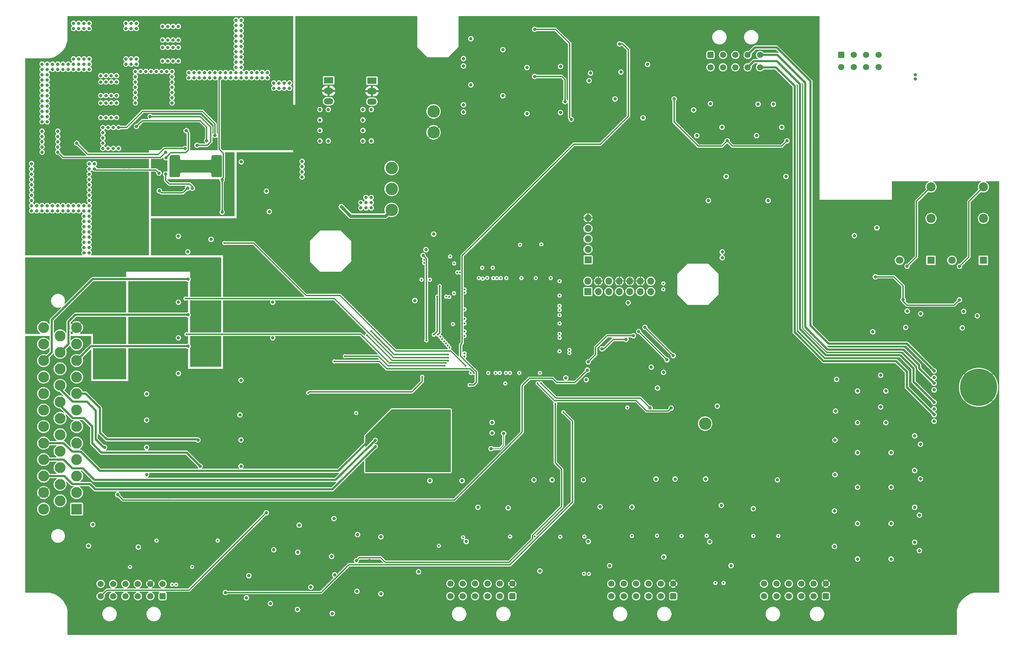
<source format=gbr>
%TF.GenerationSoftware,KiCad,Pcbnew,8.0.4*%
%TF.CreationDate,2024-11-14T11:07:32+03:00*%
%TF.ProjectId,EVD80_ControlBoard,45564438-305f-4436-9f6e-74726f6c426f,rev?*%
%TF.SameCoordinates,Original*%
%TF.FileFunction,Copper,L4,Inr*%
%TF.FilePolarity,Positive*%
%FSLAX46Y46*%
G04 Gerber Fmt 4.6, Leading zero omitted, Abs format (unit mm)*
G04 Created by KiCad (PCBNEW 8.0.4) date 2024-11-14 11:07:32*
%MOMM*%
%LPD*%
G01*
G04 APERTURE LIST*
G04 Aperture macros list*
%AMRoundRect*
0 Rectangle with rounded corners*
0 $1 Rounding radius*
0 $2 $3 $4 $5 $6 $7 $8 $9 X,Y pos of 4 corners*
0 Add a 4 corners polygon primitive as box body*
4,1,4,$2,$3,$4,$5,$6,$7,$8,$9,$2,$3,0*
0 Add four circle primitives for the rounded corners*
1,1,$1+$1,$2,$3*
1,1,$1+$1,$4,$5*
1,1,$1+$1,$6,$7*
1,1,$1+$1,$8,$9*
0 Add four rect primitives between the rounded corners*
20,1,$1+$1,$2,$3,$4,$5,0*
20,1,$1+$1,$4,$5,$6,$7,0*
20,1,$1+$1,$6,$7,$8,$9,0*
20,1,$1+$1,$8,$9,$2,$3,0*%
G04 Aperture macros list end*
%TA.AperFunction,ComponentPad*%
%ADD10C,3.000000*%
%TD*%
%TA.AperFunction,ComponentPad*%
%ADD11RoundRect,0.250001X0.499999X0.499999X-0.499999X0.499999X-0.499999X-0.499999X0.499999X-0.499999X0*%
%TD*%
%TA.AperFunction,ComponentPad*%
%ADD12C,1.500000*%
%TD*%
%TA.AperFunction,ComponentPad*%
%ADD13R,1.700000X1.700000*%
%TD*%
%TA.AperFunction,ComponentPad*%
%ADD14O,1.700000X1.700000*%
%TD*%
%TA.AperFunction,ComponentPad*%
%ADD15C,0.900000*%
%TD*%
%TA.AperFunction,ComponentPad*%
%ADD16C,9.000000*%
%TD*%
%TA.AperFunction,ComponentPad*%
%ADD17C,2.200000*%
%TD*%
%TA.AperFunction,ComponentPad*%
%ADD18R,1.800000X1.800000*%
%TD*%
%TA.AperFunction,ComponentPad*%
%ADD19C,1.800000*%
%TD*%
%TA.AperFunction,ComponentPad*%
%ADD20R,2.300000X1.500000*%
%TD*%
%TA.AperFunction,ComponentPad*%
%ADD21O,2.300000X1.500000*%
%TD*%
%TA.AperFunction,ComponentPad*%
%ADD22C,0.499999*%
%TD*%
%TA.AperFunction,ComponentPad*%
%ADD23RoundRect,0.250001X-0.499999X-0.499999X0.499999X-0.499999X0.499999X0.499999X-0.499999X0.499999X0*%
%TD*%
%TA.AperFunction,ComponentPad*%
%ADD24R,2.625000X2.625000*%
%TD*%
%TA.AperFunction,ComponentPad*%
%ADD25C,2.625000*%
%TD*%
%TA.AperFunction,ViaPad*%
%ADD26C,0.800000*%
%TD*%
%TA.AperFunction,ViaPad*%
%ADD27C,0.500000*%
%TD*%
%TA.AperFunction,Conductor*%
%ADD28C,0.300000*%
%TD*%
%TA.AperFunction,Conductor*%
%ADD29C,0.800000*%
%TD*%
%TA.AperFunction,Conductor*%
%ADD30C,0.500000*%
%TD*%
%TA.AperFunction,Conductor*%
%ADD31C,0.200000*%
%TD*%
G04 APERTURE END LIST*
D10*
%TO.N,VDD_3V3*%
%TO.C,TP1*%
X188820000Y-121876000D03*
%TD*%
D11*
%TO.N,TEMP_FW_N*%
%TO.C,J9*%
X133342000Y-220623000D03*
D12*
%TO.N,+15V*%
X130342000Y-220623000D03*
%TO.N,FW_H_P*%
X127342000Y-220623000D03*
%TO.N,FAULT_FW_P*%
X124342000Y-220623000D03*
%TO.N,FW_L_P*%
X121342000Y-220623000D03*
%TO.N,RESET_FW*%
X118342000Y-220623000D03*
%TO.N,TEMP_FW_P*%
X133342000Y-217623000D03*
%TO.N,GND*%
X130342000Y-217623000D03*
%TO.N,FW_H_N*%
X127342000Y-217623000D03*
%TO.N,FAULT_FW_N*%
X124342000Y-217623000D03*
%TO.N,FW_L_N*%
X121342000Y-217623000D03*
%TO.N,FW_CUR_IN_INT*%
X118342000Y-217623000D03*
%TD*%
D13*
%TO.N,TMS*%
%TO.C,J1*%
X236375000Y-146775000D03*
D14*
%TO.N,~{TRST}*%
X236375000Y-144235000D03*
%TO.N,TDI*%
X238915000Y-146775000D03*
%TO.N,GND*%
X238915000Y-144235000D03*
%TO.N,VDD_3V3*%
X241455000Y-146775000D03*
%TO.N,unconnected-(J1-Pin_6-Pad6)*%
X241455000Y-144235000D03*
%TO.N,TDO*%
X243995000Y-146775000D03*
%TO.N,GND*%
X243995000Y-144235000D03*
%TO.N,TCK*%
X246535000Y-146775000D03*
%TO.N,GND*%
X246535000Y-144235000D03*
%TO.N,TCK*%
X249075000Y-146775000D03*
%TO.N,GND*%
X249075000Y-144235000D03*
%TO.N,Net-(J1-Pin_13)*%
X251615000Y-146775000D03*
%TO.N,Net-(J1-Pin_14)*%
X251615000Y-144235000D03*
%TD*%
D10*
%TO.N,+1V2*%
%TO.C,TP3*%
X188820000Y-126956000D03*
%TD*%
%TO.N,+15V*%
%TO.C,TP5*%
X198980000Y-103080000D03*
%TD*%
D15*
%TO.N,GND*%
%TO.C,H5*%
X327625000Y-170000000D03*
X328613515Y-167613515D03*
X328613515Y-172386485D03*
X331000000Y-166625000D03*
D16*
X331000000Y-170000000D03*
D15*
X331000000Y-173375000D03*
X333386485Y-167613515D03*
X333386485Y-172386485D03*
X334375000Y-170000000D03*
%TD*%
D17*
%TO.N,Net-(K2-Pad11)*%
%TO.C,K2*%
X319479500Y-129027500D03*
%TO.N,Net-(C194-Pad1)*%
X319479500Y-121407500D03*
D18*
%TO.N,+5V*%
X319479500Y-139187500D03*
D19*
%TO.N,Net-(D46-A)*%
X311859500Y-139187500D03*
%TD*%
D20*
%TO.N,Net-(U2-IN)*%
%TO.C,U2*%
X173542500Y-95553000D03*
D21*
%TO.N,GND*%
X173542500Y-98093000D03*
%TO.N,VDD_3V3*%
X173542500Y-100633000D03*
%TD*%
D22*
%TO.N,GND*%
%TO.C,U7*%
X214699999Y-158300001D03*
X215799999Y-158300001D03*
X216900000Y-158300001D03*
X218000000Y-158300001D03*
X219099998Y-158300001D03*
X220199998Y-158300001D03*
X221299998Y-158300001D03*
X214699999Y-157200001D03*
X215799999Y-157200001D03*
X216900000Y-157200001D03*
X218000000Y-157200001D03*
X219099998Y-157200001D03*
X220199998Y-157200001D03*
X221299998Y-157200001D03*
X214699999Y-156100000D03*
X215799999Y-156100000D03*
X216900000Y-156100000D03*
X218000000Y-156100000D03*
X219099998Y-156100000D03*
X220199998Y-156100000D03*
X221299998Y-156100000D03*
X214699999Y-155000000D03*
X215799999Y-155000000D03*
X216900000Y-155000000D03*
X218000000Y-155000000D03*
X219099998Y-155000000D03*
X220199998Y-155000000D03*
X221299998Y-155000000D03*
X214699999Y-153900002D03*
X215799999Y-153900002D03*
X216900000Y-153900002D03*
X218000000Y-153900002D03*
X219099998Y-153900002D03*
X220199998Y-153900002D03*
X221299998Y-153900002D03*
X214699999Y-152800002D03*
X215799999Y-152800002D03*
X216900000Y-152800002D03*
X218000000Y-152800002D03*
X219099998Y-152800002D03*
X220199998Y-152800002D03*
X221299998Y-152800002D03*
X214699999Y-151700002D03*
X215799999Y-151700002D03*
X216900000Y-151700002D03*
X218000000Y-151700002D03*
X219099998Y-151700002D03*
X220199998Y-151700002D03*
X221299998Y-151700002D03*
%TD*%
D17*
%TO.N,Net-(K1-Pad11)*%
%TO.C,K1*%
X332179500Y-129027500D03*
%TO.N,Net-(C190-Pad1)*%
X332179500Y-121407500D03*
D18*
%TO.N,+5V*%
X332179500Y-139187500D03*
D19*
%TO.N,Net-(D44-A)*%
X324559500Y-139187500D03*
%TD*%
D11*
%TO.N,+15V*%
%TO.C,J5*%
X257042000Y-220608000D03*
D12*
%TO.N,VL_N*%
X254042000Y-220608000D03*
%TO.N,TEMP_PW_B_P*%
X251042000Y-220608000D03*
%TO.N,RESET_PW*%
X248042000Y-220608000D03*
%TO.N,VH_N*%
X245042000Y-220608000D03*
%TO.N,FAULT_PW_B_P*%
X242042000Y-220608000D03*
%TO.N,GND*%
X257042000Y-217608000D03*
%TO.N,VL_P*%
X254042000Y-217608000D03*
%TO.N,TEMP_PW_B_N*%
X251042000Y-217608000D03*
%TO.N,V_CUR_IN*%
X248042000Y-217608000D03*
%TO.N,VH_P*%
X245042000Y-217608000D03*
%TO.N,FAULT_PW_B_N*%
X242042000Y-217608000D03*
%TD*%
D10*
%TO.N,VAA*%
%TO.C,TP4*%
X264766000Y-178772000D03*
%TD*%
D13*
%TO.N,LED1*%
%TO.C,J10*%
X236398000Y-139063000D03*
D14*
%TO.N,LED2*%
X236398000Y-136523000D03*
%TO.N,LED3*%
X236398000Y-133983000D03*
%TO.N,LED4*%
X236398000Y-131443000D03*
%TO.N,GND*%
X236398000Y-128903000D03*
%TD*%
D23*
%TO.N,VDC_N*%
%TO.C,J3*%
X297760000Y-89387000D03*
D12*
%TO.N,unconnected-(J3-Pin_2-Pad2)*%
X300760000Y-89387000D03*
%TO.N,unconnected-(J3-Pin_3-Pad3)*%
X303760000Y-89387000D03*
%TO.N,VDC_P*%
X306760000Y-89387000D03*
%TO.N,VDC_N*%
X297760000Y-92387000D03*
%TO.N,unconnected-(J3-Pin_6-Pad6)*%
X300760000Y-92387000D03*
%TO.N,unconnected-(J3-Pin_7-Pad7)*%
X303760000Y-92387000D03*
%TO.N,VDC_P*%
X306760000Y-92387000D03*
%TD*%
D11*
%TO.N,+15V*%
%TO.C,J4*%
X218042000Y-220608000D03*
D12*
%TO.N,UL_N*%
X215042000Y-220608000D03*
%TO.N,TEMP_PW_A_P*%
X212042000Y-220608000D03*
%TO.N,RESET_PW*%
X209042000Y-220608000D03*
%TO.N,UH_N*%
X206042000Y-220608000D03*
%TO.N,FAULT_PW_A_P*%
X203042000Y-220608000D03*
%TO.N,GND*%
X218042000Y-217608000D03*
%TO.N,UL_P*%
X215042000Y-217608000D03*
%TO.N,TEMP_PW_A_N*%
X212042000Y-217608000D03*
%TO.N,U_CUR_IN*%
X209042000Y-217608000D03*
%TO.N,UH_P*%
X206042000Y-217608000D03*
%TO.N,FAULT_PW_A_N*%
X203042000Y-217608000D03*
%TD*%
D10*
%TO.N,+5V*%
%TO.C,TP2*%
X188820000Y-116796000D03*
%TD*%
D11*
%TO.N,+15V*%
%TO.C,J6*%
X294042000Y-220608000D03*
D12*
%TO.N,WL_N*%
X291042000Y-220608000D03*
%TO.N,TEMP_PW_C_P*%
X288042000Y-220608000D03*
%TO.N,RESET_PW*%
X285042000Y-220608000D03*
%TO.N,WH_N*%
X282042000Y-220608000D03*
%TO.N,FAULT_PW_C_P*%
X279042000Y-220608000D03*
%TO.N,GND*%
X294042000Y-217608000D03*
%TO.N,WL_P*%
X291042000Y-217608000D03*
%TO.N,TEMP_PW_C_N*%
X288042000Y-217608000D03*
%TO.N,W_CUR_IN*%
X285042000Y-217608000D03*
%TO.N,WH_P*%
X282042000Y-217608000D03*
%TO.N,FAULT_PW_C_N*%
X279042000Y-217608000D03*
%TD*%
D23*
%TO.N,~{EXC_OUT}_IC*%
%TO.C,J11*%
X266085000Y-89411000D03*
D12*
%TO.N,~{COS_IN}_IC*%
X269085000Y-89411000D03*
%TO.N,~{SIN_IN}_IC*%
X272085000Y-89411000D03*
%TO.N,NTC_FW_2_IC*%
X275085000Y-89411000D03*
%TO.N,NTC_FW_1_IC*%
X278085000Y-89411000D03*
%TO.N,EXC_OUT_IC*%
X266085000Y-92411000D03*
%TO.N,COS_IN_IC*%
X269085000Y-92411000D03*
%TO.N,SIN_IN_IC*%
X272085000Y-92411000D03*
%TO.N,NTC_AW_2_IC*%
X275085000Y-92411000D03*
%TO.N,NTC_AW_1_IC*%
X278085000Y-92411000D03*
%TD*%
D10*
%TO.N,GND*%
%TO.C,TP6*%
X198980000Y-108160000D03*
%TD*%
D20*
%TO.N,Net-(U3-IN)*%
%TO.C,U3*%
X184042500Y-95646000D03*
D21*
%TO.N,GND*%
X184042500Y-98186000D03*
%TO.N,+5V*%
X184042500Y-100726000D03*
%TD*%
D24*
%TO.N,BRK_2_IN*%
%TO.C,J2*%
X112500000Y-199500000D03*
D25*
%TO.N,THR_2_IN*%
X112500000Y-195500000D03*
%TO.N,NTC_AW_1_MC*%
X112500000Y-191500000D03*
%TO.N,NTC_FW_1_MC*%
X112500000Y-187500000D03*
%TO.N,~{COS_IN}_MC*%
X112500000Y-183500000D03*
%TO.N,~{SIN_IN}_MC*%
X112500000Y-179500000D03*
%TO.N,RIGHT_SUPPORT_IN*%
X112500000Y-175500000D03*
%TO.N,LEFT_SUPPORT_IN*%
X112500000Y-171500000D03*
%TO.N,GEAR_DRIVE_IN*%
X112500000Y-167500000D03*
%TO.N,PWR_ST_PWM_OUT*%
X112500000Y-163500000D03*
%TO.N,PARK_BREAK_OUT*%
X112500000Y-159500000D03*
%TO.N,GND_IN*%
X112500000Y-155500000D03*
%TO.N,BRK_1_IN*%
X108500000Y-197500000D03*
%TO.N,THR_1_IN*%
X108500000Y-193500000D03*
%TO.N,NTC_AW_2_MC*%
X108500000Y-189500000D03*
%TO.N,NTC_FW_2_MC*%
X108500000Y-185500000D03*
%TO.N,COS_IN_MC*%
X108500000Y-181500000D03*
%TO.N,SIN_IN_MC*%
X108500000Y-177500000D03*
%TO.N,IGNITION_ON_IN*%
X108500000Y-173500000D03*
%TO.N,EMERG_STOP_IN*%
X108500000Y-169500000D03*
%TO.N,HV_ON_IN*%
X108500000Y-165500000D03*
%TO.N,SHUNT_CONT_OUT*%
X108500000Y-161500000D03*
%TO.N,POWER_CONT_OUT*%
X108500000Y-157500000D03*
%TO.N,+5V*%
X104500000Y-199500000D03*
%TO.N,GND*%
X104500000Y-195500000D03*
%TO.N,CAN_H*%
X104500000Y-191500000D03*
%TO.N,CAN_L*%
X104500000Y-187500000D03*
%TO.N,GND_CAN*%
X104500000Y-183500000D03*
%TO.N,EXC_OUT_MC*%
X104500000Y-179500000D03*
%TO.N,~{EXC_OUT}_MC*%
X104500000Y-175500000D03*
%TO.N,GEAR_PARKING_IN*%
X104500000Y-171500000D03*
%TO.N,GEAR_REVERSE_IN*%
X104500000Y-167500000D03*
%TO.N,PUMP_OUT*%
X104500000Y-163500000D03*
%TO.N,REV_LIGHT_OUT*%
X104500000Y-159500000D03*
%TO.N,VIN*%
X104500000Y-155500000D03*
%TD*%
D26*
%TO.N,VDD_3V3*%
X180572025Y-205678025D03*
X327406000Y-151572000D03*
X301686000Y-170864000D03*
D27*
X254650000Y-144800000D03*
D26*
X152324000Y-168278000D03*
X174842000Y-201808000D03*
X195342000Y-214708000D03*
X171450000Y-105185000D03*
D27*
X219904000Y-135414000D03*
D26*
X171450000Y-110265000D03*
X115394000Y-208430000D03*
X175017000Y-215443000D03*
D27*
X229642000Y-206208000D03*
D26*
X167132000Y-115214000D03*
D27*
X200242000Y-208408000D03*
D26*
X129464000Y-177930000D03*
X139446000Y-137160000D03*
X254742000Y-211108000D03*
X159182000Y-127384000D03*
X137160000Y-157988000D03*
X236470000Y-207348000D03*
X137160000Y-133350000D03*
D27*
X229500000Y-152500000D03*
D26*
X159442000Y-222408000D03*
D27*
X223512000Y-206146000D03*
X203962000Y-139954000D03*
D26*
X301686000Y-194208000D03*
X253222000Y-170158000D03*
X129464000Y-191138000D03*
D27*
X125439000Y-213517000D03*
D26*
X167132000Y-116484000D03*
X301686000Y-203008000D03*
X206870000Y-207348000D03*
X296098000Y-208560000D03*
X313741000Y-151501000D03*
X246126000Y-149484000D03*
X186217000Y-220043000D03*
X129464000Y-171580000D03*
D27*
X254650000Y-146200000D03*
D26*
X280016000Y-124714000D03*
D27*
X225104000Y-135314000D03*
D26*
X198990000Y-132842000D03*
X158496000Y-122428000D03*
X296225000Y-182760000D03*
D27*
X235512000Y-206146000D03*
D26*
X268680000Y-198608000D03*
X265870000Y-207410500D03*
X307274000Y-174744000D03*
D27*
X217512000Y-206146000D03*
D26*
X296606000Y-168070000D03*
X265538000Y-124714000D03*
X224742000Y-214508000D03*
X129464000Y-184534000D03*
X305376000Y-156524000D03*
X186217000Y-206223000D03*
D27*
X265112000Y-205954500D03*
D26*
X171450000Y-102645000D03*
X236990000Y-93804500D03*
X307274000Y-167054000D03*
X166017000Y-223843000D03*
X284334000Y-118872000D03*
X137160000Y-149352000D03*
X152324000Y-182756000D03*
X267716000Y-174549000D03*
X127442000Y-208708000D03*
X244356000Y-93550500D03*
X213174000Y-181035000D03*
X166067000Y-209973000D03*
X301686000Y-178554000D03*
X173482000Y-102645000D03*
X296225000Y-191160000D03*
X173482000Y-110265000D03*
D27*
X245922000Y-174858000D03*
D26*
X249733000Y-104651000D03*
X152400000Y-115316000D03*
X296098000Y-199960000D03*
X167132000Y-119024000D03*
X313360000Y-155451000D03*
X160020000Y-149352000D03*
D27*
X206112000Y-206346000D03*
D26*
X116421000Y-203242000D03*
X300914000Y-133226000D03*
D27*
X247042000Y-206008000D03*
D26*
X235966000Y-168148000D03*
D27*
X196056000Y-143893000D03*
D26*
X154217000Y-215643000D03*
X306375000Y-131321000D03*
X160267000Y-209373000D03*
X239330000Y-198923000D03*
X145085000Y-134115000D03*
D27*
X131874000Y-207136000D03*
X198120000Y-143893000D03*
X276442000Y-206008000D03*
D26*
X152070000Y-176660000D03*
X171450000Y-107725000D03*
D27*
X140474000Y-213536000D03*
D26*
X160020000Y-157988000D03*
X209730000Y-199054000D03*
X194442000Y-148954584D03*
D27*
X282512000Y-206008500D03*
X259042000Y-206008000D03*
D26*
X296352000Y-175760000D03*
X269856000Y-118872000D03*
X301686000Y-211608000D03*
X152324000Y-189106000D03*
X180417000Y-219443000D03*
X327076000Y-155578000D03*
D27*
X253112000Y-205946000D03*
D26*
X250806000Y-91694000D03*
D27*
X146674000Y-207136000D03*
D26*
X301686000Y-185808000D03*
X167132000Y-117754000D03*
X137160000Y-166624000D03*
X242932000Y-100076000D03*
%TO.N,+15V*%
X277222000Y-108966000D03*
X152400000Y-82230000D03*
X160274000Y-97470000D03*
X162814000Y-96200000D03*
X157480000Y-94930000D03*
X139700000Y-93660000D03*
X151130000Y-94930000D03*
X154940000Y-94930000D03*
X152400000Y-83500000D03*
X152400000Y-80960000D03*
X143510000Y-94930000D03*
X215754000Y-88138000D03*
X268840000Y-106934000D03*
X283318000Y-106934000D03*
X158750000Y-93660000D03*
X262744000Y-108966000D03*
X152400000Y-86040000D03*
X148590000Y-94930000D03*
X147752000Y-127511000D03*
X146050000Y-94930000D03*
X144780000Y-94930000D03*
X151130000Y-82230000D03*
X153670000Y-93660000D03*
X151130000Y-91120000D03*
X161544000Y-97470000D03*
X146050000Y-93660000D03*
X156210000Y-93660000D03*
X151130000Y-84770000D03*
X152400000Y-88580000D03*
X142240000Y-94930000D03*
X152400000Y-92390000D03*
X164084000Y-96200000D03*
X162814000Y-97470000D03*
X151130000Y-86040000D03*
X151130000Y-88580000D03*
X143510000Y-93660000D03*
X147320000Y-94930000D03*
X206229000Y-90297000D03*
X144780000Y-93660000D03*
X147752000Y-119692000D03*
X160274000Y-96200000D03*
X151130000Y-93660000D03*
X139700000Y-94930000D03*
X147320000Y-93660000D03*
X164084000Y-97470000D03*
X152400000Y-93660000D03*
X206229000Y-101473000D03*
X151130000Y-87310000D03*
X140970000Y-94930000D03*
X152400000Y-87310000D03*
X152400000Y-94930000D03*
X221596000Y-92456000D03*
X151130000Y-92390000D03*
X152400000Y-91120000D03*
X157480000Y-93660000D03*
X149860000Y-93660000D03*
X236652000Y-95634000D03*
X154940000Y-93660000D03*
X152400000Y-84770000D03*
X158750000Y-94930000D03*
X156210000Y-94930000D03*
X151130000Y-80960000D03*
X229724000Y-103378000D03*
X152400000Y-89850000D03*
X142240000Y-93660000D03*
X151130000Y-83500000D03*
X215754000Y-99314000D03*
X161544000Y-96200000D03*
X149860000Y-94930000D03*
X151130000Y-89850000D03*
X140970000Y-93660000D03*
X229724000Y-92202000D03*
X148590000Y-93660000D03*
X221596000Y-103632000D03*
X153670000Y-94930000D03*
%TO.N,+1V2*%
X176628000Y-126194000D03*
%TO.N,+5V*%
X181864000Y-107725000D03*
X315529000Y-190144000D03*
X315529000Y-181744000D03*
X181864000Y-105185000D03*
X309814000Y-203008000D03*
X183896000Y-102645000D03*
X309814000Y-211608000D03*
X181864000Y-102645000D03*
X181864000Y-110265000D03*
X309814000Y-194208000D03*
X183896000Y-110265000D03*
X213174000Y-178495000D03*
X308544000Y-178554000D03*
X315529000Y-199071000D03*
X309814000Y-185808000D03*
X315529000Y-207544000D03*
X308544000Y-170864000D03*
D27*
%TO.N,VDD_1V2*%
X206500000Y-156400000D03*
D26*
X181356000Y-125222000D03*
D27*
X206500000Y-162500000D03*
X229500000Y-150250000D03*
D26*
X181356000Y-126492000D03*
X183896000Y-126492000D03*
X182626000Y-125222000D03*
X182626000Y-126492000D03*
D27*
X215000000Y-166500000D03*
D26*
X183896000Y-123952000D03*
D27*
X206500000Y-146250000D03*
X229500000Y-158000000D03*
X210900000Y-143650000D03*
D26*
X183896000Y-125222000D03*
D27*
X214300000Y-143500000D03*
D26*
X182600000Y-123950000D03*
D27*
X206500000Y-154500000D03*
X217500000Y-166500000D03*
%TO.N,VDDOSC_3V3*%
X210750000Y-141000000D03*
X213299498Y-141000000D03*
%TO.N,VDDA_3V3*%
X229500000Y-161250000D03*
D26*
X231000000Y-167700000D03*
D27*
X224750000Y-166500000D03*
%TO.N,VDDIO_3V3*%
X219750000Y-166500000D03*
X206500000Y-153400000D03*
X206500000Y-151100000D03*
X204724000Y-142113000D03*
X229500000Y-151250000D03*
X215250000Y-143500000D03*
X229500000Y-144250000D03*
X206500000Y-157500000D03*
X213450000Y-143500000D03*
X206500000Y-147000000D03*
X216600000Y-143500000D03*
X220250000Y-143500000D03*
X206500000Y-161750000D03*
X216500000Y-166500000D03*
X205359000Y-142113000D03*
X208000000Y-166500000D03*
X212250000Y-166500000D03*
X223750000Y-143500000D03*
X209950000Y-143500000D03*
X229500000Y-154500000D03*
X214000000Y-166500000D03*
X229500000Y-147750000D03*
X229500000Y-157000000D03*
X227350000Y-143500000D03*
D26*
%TO.N,Net-(U11-RAMP)*%
X140538000Y-121724000D03*
X134061000Y-118295000D03*
D27*
%TO.N,VREFHIA*%
X225000000Y-169000000D03*
D26*
X251460000Y-175006000D03*
%TO.N,VREFHIB*%
X251714000Y-165100000D03*
D27*
X231900000Y-161674000D03*
%TO.N,GPIO84{slash}BOOT0*%
X203660499Y-154660501D03*
%TO.N,GPIO72{slash}BOOT1*%
X203900000Y-147200000D03*
%TO.N,~{RESET}*%
X212000000Y-143450000D03*
D26*
%TO.N,VREFHIC*%
X256540000Y-175006000D03*
D27*
X224200000Y-169000000D03*
D26*
%TO.N,VREFHID*%
X254686000Y-166358000D03*
D27*
X231900000Y-160900000D03*
D26*
%TO.N,Net-(U11-VCC)*%
X139065000Y-107757000D03*
X134151500Y-114321500D03*
D27*
%TO.N,UV_SENCE*%
X148260000Y-135004000D03*
X206680000Y-164722000D03*
D26*
%TO.N,Net-(D7-K)*%
X111760000Y-81722000D03*
X105410000Y-96708000D03*
X113030000Y-91628000D03*
X104140000Y-101788000D03*
X110490000Y-91628000D03*
X105410000Y-101788000D03*
X107950000Y-110424000D03*
X107950000Y-109154000D03*
X104140000Y-103058000D03*
X113030000Y-92898000D03*
X105410000Y-99248000D03*
X104140000Y-109154000D03*
X110490000Y-92898000D03*
X104140000Y-95438000D03*
X105410000Y-104328000D03*
X111760000Y-91628000D03*
X104140000Y-100518000D03*
X114300000Y-90358000D03*
X104140000Y-96708000D03*
X115570000Y-91628000D03*
X134112000Y-112964000D03*
X104140000Y-107884000D03*
X107950000Y-111694000D03*
X111760000Y-82992000D03*
X105410000Y-92898000D03*
X105410000Y-105598000D03*
X105410000Y-97978000D03*
X114300000Y-91628000D03*
X104140000Y-112964000D03*
X107950000Y-91628000D03*
X104140000Y-105598000D03*
X109220000Y-92898000D03*
X104140000Y-99248000D03*
X114300000Y-92898000D03*
X115570000Y-90358000D03*
X104140000Y-92898000D03*
X113030000Y-82992000D03*
X106680000Y-91628000D03*
X104140000Y-94168000D03*
X113030000Y-81722000D03*
X105410000Y-95438000D03*
X105410000Y-94168000D03*
X106680000Y-92898000D03*
X115570000Y-92898000D03*
X104140000Y-111694000D03*
X114300000Y-81722000D03*
X111760000Y-92898000D03*
X105410000Y-103058000D03*
X115570000Y-82992000D03*
X105410000Y-91628000D03*
X105410000Y-100518000D03*
X111760000Y-90358000D03*
X114300000Y-82992000D03*
X104140000Y-91628000D03*
X104140000Y-97978000D03*
X107950000Y-92898000D03*
X104140000Y-110424000D03*
X115570000Y-81722000D03*
X113030000Y-90358000D03*
X104140000Y-104328000D03*
X109220000Y-91628000D03*
X107950000Y-107884000D03*
X107950000Y-112964000D03*
%TO.N,MCU_EXC*%
X239776000Y-160658000D03*
X245618000Y-158372000D03*
%TO.N,+1V5*%
X312725000Y-148707000D03*
X306011000Y-143189000D03*
X326390000Y-148778000D03*
%TO.N,EXC_OUT*%
X223444000Y-94618000D03*
X230810000Y-100714000D03*
%TO.N,~{EXC_OUT}*%
X223444000Y-83188000D03*
X232334000Y-105032000D03*
D27*
%TO.N,HV_ON*%
X196242000Y-167408000D03*
X168580000Y-171326000D03*
D26*
%TO.N,VIN*%
X101600000Y-118298000D03*
X101600000Y-127188000D03*
X115570000Y-130998000D03*
X115570000Y-132268000D03*
X115570000Y-134808000D03*
X114300000Y-134808000D03*
X111760000Y-127188000D03*
X115570000Y-136078000D03*
X101600000Y-117028000D03*
X101600000Y-124648000D03*
X116840000Y-115758000D03*
X101600000Y-125918000D03*
X102870000Y-125918000D03*
X109220000Y-127188000D03*
X101600000Y-122108000D03*
X115570000Y-124648000D03*
X115570000Y-120838000D03*
X114300000Y-127188000D03*
X104140000Y-125918000D03*
X111760000Y-125918000D03*
X132461000Y-118044000D03*
X114300000Y-132268000D03*
X113030000Y-127188000D03*
X116840000Y-117028000D03*
X113030000Y-125918000D03*
X114300000Y-137348000D03*
X115570000Y-118298000D03*
X115570000Y-129728000D03*
X115570000Y-117028000D03*
X101600000Y-115758000D03*
X107950000Y-127188000D03*
X114300000Y-128458000D03*
X115570000Y-128458000D03*
X115570000Y-137348000D03*
X115570000Y-125918000D03*
X114300000Y-130998000D03*
X110490000Y-127188000D03*
X110490000Y-125918000D03*
X114300000Y-133538000D03*
X104140000Y-127188000D03*
X107950000Y-125918000D03*
X101600000Y-120838000D03*
X105410000Y-127188000D03*
X106680000Y-127188000D03*
X106680000Y-125918000D03*
X115570000Y-133538000D03*
X115570000Y-115758000D03*
X114300000Y-125918000D03*
X115570000Y-119568000D03*
X101600000Y-123378000D03*
X102870000Y-127188000D03*
X105410000Y-125918000D03*
X114300000Y-129728000D03*
X109220000Y-125918000D03*
X115570000Y-122108000D03*
X101600000Y-119568000D03*
X115570000Y-123378000D03*
X114300000Y-136078000D03*
X115570000Y-127188000D03*
%TO.N,SHUNT_CONT_OUT*%
X139497000Y-152403000D03*
%TO.N,PUMP_OUT*%
X139497000Y-143767000D03*
D27*
%TO.N,MCU_PWM*%
X207696000Y-169421000D03*
D26*
X244018000Y-86744000D03*
%TO.N,W_CUR_IN*%
X271042000Y-213208000D03*
%TO.N,V_CUR_IN*%
X241642000Y-213208000D03*
%TO.N,CAN_H*%
X184853000Y-184337000D03*
%TO.N,CAN_L*%
X184853000Y-182813000D03*
%TO.N,VDC_N*%
X315722000Y-95184000D03*
X315722000Y-94168000D03*
%TO.N,EMERG_STOP_IN*%
X119304000Y-184534000D03*
%TO.N,IGNITION_ON_IN*%
X142418000Y-189106000D03*
%TO.N,ISO_VPOS*%
X255524000Y-163322000D03*
X248666000Y-156464000D03*
%TO.N,LEFT_SUPPORT_IN*%
X141910000Y-182756000D03*
%TO.N,ISO_VNEG*%
X257048000Y-162306000D03*
X250190000Y-155448000D03*
%TO.N,THR_1_IN*%
X316926000Y-183776000D03*
%TO.N,THR_2_IN*%
X316926000Y-192176000D03*
%TO.N,BRK_1_IN*%
X316672000Y-200976000D03*
%TO.N,BRK_2_IN*%
X316672000Y-209576000D03*
D27*
%TO.N,PARK_BREAK*%
X201599998Y-164750000D03*
X177470000Y-162436000D03*
%TO.N,POWER_CONT*%
X201999998Y-164100000D03*
X139116000Y-157102000D03*
%TO.N,PWR_ST_PWM*%
X174930000Y-163706000D03*
X208733281Y-166488484D03*
D26*
%TO.N,Net-(D51-A)*%
X236242000Y-165808000D03*
X122442000Y-196008000D03*
%TO.N,PWR_ST_PWM_OUT*%
X139497000Y-160023000D03*
D27*
%TO.N,SHUNT_CONT*%
X182804000Y-157356000D03*
X202497886Y-163552112D03*
%TO.N,REV_LIGHT*%
X138862000Y-148466000D03*
X202511442Y-162788556D03*
%TO.N,PUMP*%
X183820000Y-156340000D03*
X202499998Y-162000000D03*
%TO.N,VH_N*%
X235442000Y-215157997D03*
%TO.N,VH_P*%
X236642000Y-215208000D03*
%TO.N,WH_N*%
X269242000Y-217408000D03*
%TO.N,WH_P*%
X267242000Y-217408000D03*
%TO.N,FW_H_N*%
X136642000Y-217808000D03*
%TO.N,FW_H_P*%
X135642000Y-217808000D03*
D26*
%TO.N,Net-(U11-CS)*%
X118872000Y-110805000D03*
X122682000Y-106995000D03*
X119634000Y-94422000D03*
X120904000Y-95946000D03*
X122174000Y-104582000D03*
X118872000Y-106995000D03*
X120142000Y-112075000D03*
X118872000Y-112075000D03*
X121412000Y-112075000D03*
X118872000Y-109535000D03*
X120142000Y-106995000D03*
X120904000Y-101026000D03*
X122174000Y-95946000D03*
X119634000Y-104582000D03*
X122174000Y-101026000D03*
X120904000Y-99248000D03*
X118872000Y-108265000D03*
X118364000Y-95946000D03*
X121412000Y-106995000D03*
X122174000Y-94422000D03*
X118364000Y-101026000D03*
X120904000Y-104582000D03*
X118364000Y-94422000D03*
X119634000Y-99248000D03*
X146050000Y-108900000D03*
X122174000Y-99248000D03*
X118364000Y-99248000D03*
X120904000Y-94422000D03*
X119634000Y-101026000D03*
X119634000Y-95946000D03*
X122682000Y-112075000D03*
X118364000Y-104582000D03*
%TO.N,Net-(Q3-D)*%
X125730000Y-90358000D03*
X127000000Y-91628000D03*
X126746000Y-99756000D03*
X125730000Y-82992000D03*
X134620000Y-85786000D03*
X135890000Y-85786000D03*
X126746000Y-93406000D03*
X137160000Y-87564000D03*
X134366000Y-93406000D03*
X127000000Y-90358000D03*
X127000000Y-81722000D03*
X135636000Y-94676000D03*
X126746000Y-95946000D03*
X130556000Y-93406000D03*
X135636000Y-101026000D03*
X127000000Y-82992000D03*
X135636000Y-98486000D03*
X134620000Y-87564000D03*
X126746000Y-94676000D03*
X133096000Y-93406000D03*
X124460000Y-81722000D03*
X124460000Y-91628000D03*
X126746000Y-101026000D03*
X126746000Y-97216000D03*
X133350000Y-87564000D03*
X137160000Y-82484000D03*
X134620000Y-82484000D03*
X137160000Y-90866000D03*
X135890000Y-87564000D03*
X125730000Y-81722000D03*
X133350000Y-90866000D03*
X135890000Y-82484000D03*
X134620000Y-90866000D03*
X135636000Y-97216000D03*
X133350000Y-82484000D03*
X135636000Y-93406000D03*
X126746000Y-98486000D03*
X128016000Y-93406000D03*
X129286000Y-93406000D03*
X124460000Y-90358000D03*
X131826000Y-93406000D03*
X124460000Y-82992000D03*
X125730000Y-91628000D03*
X137160000Y-85786000D03*
X135636000Y-95946000D03*
X135890000Y-90866000D03*
X135636000Y-99756000D03*
X133350000Y-85786000D03*
%TO.N,ISO_POS_REL*%
X330708000Y-152654000D03*
X268910000Y-138560000D03*
%TO.N,ISO_NEG_REL*%
X268910000Y-137163000D03*
X316992000Y-152146000D03*
%TO.N,UH*%
X205880000Y-192618000D03*
D27*
X200642000Y-157750002D03*
D26*
%TO.N,VH*%
X235280000Y-192418000D03*
D27*
X201554007Y-158800000D03*
D26*
%TO.N,WH*%
X264880000Y-192218000D03*
D27*
X202384665Y-159800002D03*
D26*
%TO.N,UL*%
X223280000Y-192418000D03*
D27*
X201042000Y-158300002D03*
%TO.N,VL*%
X201969337Y-159300000D03*
D26*
X252880000Y-192218000D03*
D27*
%TO.N,WL*%
X202799998Y-160300000D03*
D26*
X282280000Y-192418000D03*
D27*
%TO.N,FW_L*%
X180242000Y-176208000D03*
X216332000Y-169040000D03*
D26*
%TO.N,CAN_RX*%
X215968000Y-181162000D03*
X212920000Y-184845000D03*
%TO.N,PCB_TEMP*%
X236474000Y-163830000D03*
X247396000Y-157480000D03*
%TO.N,Net-(U11-CSG)*%
X144018000Y-110170000D03*
X127000000Y-106741000D03*
%TO.N,Net-(Q1-G)*%
X138789023Y-112096977D03*
X112522000Y-110805000D03*
%TO.N,Net-(Q3-G)*%
X141681200Y-111313000D03*
X130302000Y-104328000D03*
%TO.N,Net-(C190-Pad1)*%
X326390000Y-140650000D03*
%TO.N,Net-(C194-Pad1)*%
X313690000Y-140637000D03*
%TO.N,Net-(U11-EN)*%
X132537000Y-122359000D03*
X139395000Y-121724000D03*
%TO.N,GND_CAN*%
X190949000Y-187639000D03*
X190695000Y-189798000D03*
X190949000Y-179511000D03*
X187901000Y-183575000D03*
X198696000Y-185480000D03*
X198188000Y-175828000D03*
X184853000Y-181289000D03*
X198188000Y-190052000D03*
D27*
%TO.N,RESET_PW*%
X199042000Y-157211000D03*
X199842000Y-148008000D03*
D26*
%TO.N,GND*%
X225660000Y-92456000D03*
X322834000Y-142174000D03*
X214952000Y-182305000D03*
X333248000Y-149032000D03*
X179130500Y-90473000D03*
X219056000Y-99568000D03*
X162817000Y-217443000D03*
X177217000Y-226043000D03*
X125984000Y-129728000D03*
X208648000Y-205570000D03*
X266700000Y-169215000D03*
X277222000Y-106934000D03*
X136779000Y-117028000D03*
X125984000Y-128458000D03*
D27*
X239200000Y-141450000D03*
D26*
X127254000Y-132268000D03*
X161867000Y-209373000D03*
X157988000Y-107376000D03*
X250444000Y-165100000D03*
X211650000Y-177225000D03*
X305242000Y-194208000D03*
X136779000Y-114488000D03*
X152324000Y-178438000D03*
X305242000Y-185808000D03*
X152324000Y-184788000D03*
X119558000Y-186820000D03*
X177267000Y-212253000D03*
X145923000Y-115758000D03*
X119458000Y-216050000D03*
X155448000Y-106106000D03*
X249302000Y-192293000D03*
X246888000Y-171704000D03*
X224136000Y-89408000D03*
X224136000Y-100584000D03*
X246558000Y-139068000D03*
X246126000Y-153284000D03*
X142418000Y-178184000D03*
X311341000Y-166495000D03*
X229724000Y-88646000D03*
X303464000Y-182760000D03*
X265870000Y-208934500D03*
X270872000Y-121158000D03*
X300162000Y-210592000D03*
X152324000Y-171580000D03*
X300162000Y-177792000D03*
X162814000Y-105344000D03*
X127254000Y-122108000D03*
X125984000Y-118298000D03*
X296225000Y-180728000D03*
X128778000Y-110932000D03*
X119558000Y-173612000D03*
D27*
X222555000Y-166373000D03*
D26*
X261112000Y-168910000D03*
X317434000Y-190144000D03*
X137500000Y-126500000D03*
D27*
X225104000Y-139314000D03*
D26*
X125222000Y-115250000D03*
X270680000Y-198608000D03*
X269856000Y-117348000D03*
X202302000Y-192693000D03*
D27*
X249048000Y-206022000D03*
D26*
X180267000Y-208773000D03*
X125984000Y-125918000D03*
X180217000Y-222643000D03*
X246888000Y-168656000D03*
X240250000Y-154300000D03*
X259823000Y-93472000D03*
X294447000Y-205385000D03*
D27*
X223825000Y-166373000D03*
D26*
X310134000Y-142161000D03*
X261302000Y-192301500D03*
X176022000Y-119888000D03*
X124968000Y-112202000D03*
X302260000Y-130236000D03*
X155448000Y-107376000D03*
X135636000Y-114488000D03*
X328930000Y-151572000D03*
X123407000Y-199369000D03*
X229724000Y-99822000D03*
X180594000Y-119888000D03*
X229724000Y-101600000D03*
X242170000Y-104140000D03*
X147066000Y-118298000D03*
X268224000Y-168402000D03*
D27*
X272442000Y-206008000D03*
D26*
X313370000Y-185808000D03*
X246888000Y-170180000D03*
X215754000Y-92202000D03*
X132142000Y-208708000D03*
X313370000Y-194208000D03*
X166217000Y-220643000D03*
X154178000Y-106106000D03*
X127254000Y-136078000D03*
X330962000Y-145222000D03*
X308798000Y-165022000D03*
D27*
X197792000Y-142240000D03*
D26*
X161544000Y-104074000D03*
X278702000Y-192368500D03*
X119558000Y-180216000D03*
X125984000Y-136078000D03*
X244356000Y-89994500D03*
X240546000Y-93804500D03*
D27*
X136410000Y-213612000D03*
D26*
X129464000Y-193678000D03*
X311592000Y-182760000D03*
X125984000Y-137348000D03*
X214200000Y-138600000D03*
X303464000Y-175760000D03*
X125984000Y-127188000D03*
D27*
X223190000Y-166373000D03*
D26*
X128778000Y-107122000D03*
X246558000Y-131448000D03*
X147066000Y-114488000D03*
X209500000Y-126500000D03*
X125984000Y-123378000D03*
D27*
X208000000Y-140000000D03*
D26*
X312979000Y-153787000D03*
X128778000Y-109662000D03*
D27*
X228778000Y-162817000D03*
X121375000Y-213593000D03*
D26*
X127254000Y-134808000D03*
X211650000Y-188655000D03*
X307274000Y-176776000D03*
X238768000Y-90756500D03*
X135382000Y-106614000D03*
X184667000Y-206173000D03*
X157988000Y-106106000D03*
X308798000Y-172712000D03*
X207500000Y-134000000D03*
X204080000Y-192693000D03*
X151638000Y-107376000D03*
X164084000Y-105344000D03*
X267424000Y-165862000D03*
D27*
X206502000Y-136017000D03*
D26*
X317434000Y-181744000D03*
X151638000Y-106106000D03*
X300162000Y-184792000D03*
D27*
X228778000Y-163452000D03*
D26*
X303598000Y-156524000D03*
X135128000Y-145288000D03*
X261112000Y-171450000D03*
X234296000Y-101346000D03*
X246558000Y-133988000D03*
X194442000Y-147008000D03*
X280270000Y-118110000D03*
D27*
X278448000Y-206084500D03*
D26*
X116156000Y-206906000D03*
X127254000Y-124648000D03*
X210680000Y-208618000D03*
X303464000Y-199960000D03*
X138442000Y-199388000D03*
X136779000Y-118298000D03*
X131572000Y-106614000D03*
X125984000Y-124648000D03*
X189630500Y-88534000D03*
X141732000Y-135890000D03*
X305242000Y-203008000D03*
X123952000Y-116520000D03*
D27*
X202048000Y-206422000D03*
D26*
X206870000Y-208872000D03*
X300162000Y-193192000D03*
X156464000Y-118364000D03*
X171642000Y-201808000D03*
X267570000Y-124714000D03*
X171817000Y-215443000D03*
X311341000Y-174185000D03*
D27*
X201646409Y-146181409D03*
D26*
X157480000Y-119888000D03*
X326644000Y-153858000D03*
X162814000Y-104074000D03*
X127254000Y-127188000D03*
X156718000Y-107376000D03*
X147066000Y-115758000D03*
D27*
X228778000Y-162182000D03*
D26*
X173482000Y-117348000D03*
X172210000Y-116394000D03*
D27*
X261048000Y-206030500D03*
D26*
X283318000Y-108966000D03*
X145500000Y-126500000D03*
X127254000Y-123378000D03*
X257556000Y-165100000D03*
X319583000Y-148961000D03*
X302709000Y-144713000D03*
X296225000Y-189128000D03*
X283064000Y-110236000D03*
X308290000Y-195478000D03*
X263080000Y-192301500D03*
X150817000Y-215643000D03*
D27*
X225442000Y-206208000D03*
D26*
X308290000Y-187078000D03*
D27*
X255042000Y-206008000D03*
D26*
X132842000Y-107884000D03*
X125984000Y-130998000D03*
X305242000Y-211608000D03*
X127254000Y-128458000D03*
X178054000Y-119888000D03*
X280480000Y-192368500D03*
X132080000Y-136906000D03*
X219056000Y-88392000D03*
X127508000Y-112202000D03*
X152908000Y-106106000D03*
D27*
X231448000Y-206222000D03*
D26*
X195775000Y-173288000D03*
X215500000Y-126500000D03*
X160274000Y-105344000D03*
X296098000Y-197928000D03*
X127254000Y-125918000D03*
X140220000Y-199388000D03*
X127254000Y-119568000D03*
X156464000Y-116586000D03*
X142418000Y-171580000D03*
X125185000Y-199369000D03*
X118442000Y-210208000D03*
X161544000Y-105344000D03*
X329438000Y-145222000D03*
X215754000Y-103378000D03*
D27*
X213448000Y-206222000D03*
D26*
X135382000Y-107884000D03*
X284207000Y-122428000D03*
X211650000Y-186115000D03*
X308290000Y-212878000D03*
X132842000Y-106614000D03*
D27*
X204978000Y-136017000D03*
D26*
X134112000Y-107884000D03*
X300162000Y-170102000D03*
X196810000Y-195246000D03*
X250806000Y-89662000D03*
X157988000Y-145288000D03*
X245218000Y-99060000D03*
X128778000Y-108392000D03*
X305242000Y-178554000D03*
X236324000Y-213218000D03*
X129464000Y-180470000D03*
X167132000Y-206608000D03*
X145923000Y-114488000D03*
X259188000Y-89662000D03*
X142418000Y-184788000D03*
X240280000Y-208618000D03*
X249682000Y-176022000D03*
X141500000Y-126500000D03*
X315773000Y-145151000D03*
X164084000Y-104074000D03*
X150368000Y-106106000D03*
X303471000Y-148142000D03*
X187344500Y-105806000D03*
X296352000Y-173728000D03*
X313370000Y-211608000D03*
X308290000Y-204278000D03*
X267648000Y-205632500D03*
X251080000Y-192293000D03*
X300914000Y-135258000D03*
X206229000Y-99695000D03*
X259542000Y-211108000D03*
X305242000Y-170864000D03*
X297688000Y-128712000D03*
X311592000Y-191160000D03*
X300162000Y-201992000D03*
X125984000Y-133538000D03*
X244356000Y-91772500D03*
X243848000Y-85090000D03*
X307274000Y-169086000D03*
X152908000Y-126238000D03*
X127254000Y-120838000D03*
X310947000Y-148961000D03*
X306832000Y-128458000D03*
X317561000Y-207544000D03*
X262744000Y-106934000D03*
X210693000Y-138684000D03*
X327076000Y-157610000D03*
X150368000Y-107376000D03*
X211650000Y-181035000D03*
X179130500Y-88441000D03*
D27*
X203327000Y-146308000D03*
D26*
X139500000Y-126500000D03*
X115394000Y-211986000D03*
X201008000Y-132842000D03*
X246558000Y-136528000D03*
X230242000Y-214508000D03*
X236470000Y-208872000D03*
X127254000Y-130998000D03*
X145085000Y-132083000D03*
D27*
X216400000Y-140000000D03*
D26*
X135636000Y-117028000D03*
X135042000Y-196608000D03*
X125984000Y-120838000D03*
D27*
X198120000Y-150593000D03*
X196056000Y-150593000D03*
D26*
X241408000Y-100076000D03*
X200842000Y-214708000D03*
X139954000Y-135890000D03*
X152908000Y-107376000D03*
X235636000Y-86617000D03*
X136779000Y-115758000D03*
X183432000Y-212008000D03*
X258572000Y-175768000D03*
X134112000Y-106614000D03*
X317297000Y-145151000D03*
X313370000Y-203008000D03*
X225660000Y-103632000D03*
X135128000Y-162560000D03*
X269680000Y-208680500D03*
X315265000Y-151501000D03*
X265792000Y-118110000D03*
X131572000Y-107884000D03*
X147828000Y-107376000D03*
X221480000Y-192493000D03*
X129464000Y-186820000D03*
X184617000Y-220043000D03*
X221100000Y-130200000D03*
X125984000Y-122108000D03*
X142418000Y-191392000D03*
X162902000Y-203408000D03*
X302692000Y-146355500D03*
X159258000Y-106106000D03*
X317561000Y-198944000D03*
X123952000Y-115250000D03*
X172267000Y-212253000D03*
X267424000Y-167386000D03*
X259823000Y-95250000D03*
X159258000Y-107376000D03*
X127254000Y-137348000D03*
X241230000Y-199008000D03*
X214952000Y-179765000D03*
X248971000Y-102238000D03*
X125984000Y-132268000D03*
X206229000Y-88519000D03*
X284334000Y-117348000D03*
X147828000Y-106106000D03*
D27*
X142610000Y-207212000D03*
D26*
X127254000Y-129728000D03*
X211650000Y-178495000D03*
X135636000Y-118298000D03*
X158242000Y-161544000D03*
D27*
X127810000Y-207212000D03*
D26*
X258064000Y-170180000D03*
X125222000Y-116520000D03*
X118453000Y-203242000D03*
X135636000Y-115758000D03*
X154178000Y-107376000D03*
X183417000Y-226243000D03*
X128778000Y-112202000D03*
X268840000Y-108966000D03*
X135128000Y-153924000D03*
X233480000Y-192493000D03*
X305054000Y-128458000D03*
X125984000Y-134808000D03*
X117426000Y-216050000D03*
X303464000Y-168070000D03*
X157988000Y-153924000D03*
X162642000Y-222408000D03*
D27*
X219448000Y-206222000D03*
D26*
X145923000Y-118298000D03*
X217200000Y-134100000D03*
X145923000Y-117028000D03*
X152324000Y-191392000D03*
X156718000Y-106106000D03*
D27*
X243042000Y-206008000D03*
D26*
X311592000Y-199960000D03*
X127254000Y-118298000D03*
X296606000Y-166038000D03*
X176844500Y-105713000D03*
X219702000Y-192493000D03*
X126238000Y-112202000D03*
X324612000Y-149032000D03*
X303464000Y-208560000D03*
X172017000Y-226043000D03*
X127254000Y-133538000D03*
X125984000Y-119568000D03*
X303464000Y-191160000D03*
X159182000Y-125225000D03*
X160274000Y-104074000D03*
X189630500Y-90566000D03*
X149098000Y-106106000D03*
X147066000Y-117028000D03*
X313360000Y-157483000D03*
X143500000Y-126500000D03*
X211630000Y-198890000D03*
X229724000Y-90424000D03*
X282048000Y-124714000D03*
X203600000Y-130300000D03*
X265880000Y-213218000D03*
X311592000Y-208560000D03*
X149098000Y-107376000D03*
X119558000Y-193424000D03*
X268586000Y-110236000D03*
X238248000Y-205570000D03*
X231702000Y-192493000D03*
X129464000Y-173866000D03*
X207794000Y-214160000D03*
D27*
X196048000Y-206422000D03*
D26*
%TO.N,TEMP_PW_SENSE*%
X148512000Y-219738000D03*
D27*
X230442000Y-176008000D03*
D26*
%TO.N,TEMP_FW_SENSE*%
X180267000Y-212008000D03*
D27*
X228442000Y-174008000D03*
D26*
%TO.N,GND_IN*%
X141478000Y-158496000D03*
X107500000Y-143250000D03*
X118618000Y-158496000D03*
X146304000Y-160274000D03*
X141478000Y-149860000D03*
X118618000Y-167132000D03*
X118618000Y-149860000D03*
X141478000Y-163576000D03*
%TO.N,VREF_RES*%
X270110000Y-110236000D03*
X284588000Y-110236000D03*
X257283000Y-100076000D03*
%TO.N,FAULT_FW_FLT*%
X196442000Y-138008000D03*
D27*
X197242000Y-158608000D03*
D26*
%TO.N,RESET_FW*%
X197142000Y-136608000D03*
X158442000Y-200408000D03*
%TO.N,NTC_AW_1_MC*%
X320242000Y-178208000D03*
%TO.N,NTC_FW_1_MC*%
X320242000Y-170608000D03*
%TO.N,~{COS_IN}_MC*%
X261982000Y-102743000D03*
%TO.N,~{SIN_IN}_MC*%
X277603000Y-101346000D03*
%TO.N,NTC_AW_2_MC*%
X320242000Y-175208000D03*
%TO.N,NTC_FW_2_MC*%
X320242000Y-167608000D03*
%TO.N,COS_IN_MC*%
X266046000Y-101219000D03*
%TO.N,SIN_IN_MC*%
X281286000Y-101346000D03*
%TO.N,EXC_OUT_MC*%
X206229000Y-103251000D03*
%TO.N,~{EXC_OUT}_MC*%
X206229000Y-92075000D03*
%TO.N,EXC_OUT_IC*%
X208007000Y-96647000D03*
%TO.N,NTC_FW_1_IC*%
X320242000Y-169008000D03*
%TO.N,NTC_AW_1_IC*%
X320242000Y-176608000D03*
%TO.N,~{EXC_OUT}_IC*%
X208007000Y-85471000D03*
%TO.N,NTC_FW_2_IC*%
X320242000Y-166008000D03*
%TO.N,NTC_AW_2_IC*%
X320242000Y-173608000D03*
D27*
%TO.N,FAULT_PW_A_FLT*%
X196692000Y-139108000D03*
D26*
X198080000Y-192618000D03*
D27*
X200042000Y-157208000D03*
X200457000Y-145455492D03*
D26*
%TO.N,FAULT_PW_B_FLT*%
X227680000Y-192418000D03*
D27*
X196692000Y-139858000D03*
X202042000Y-148008000D03*
D26*
%TO.N,FAULT_PW_C_FLT*%
X257480000Y-192218000D03*
D27*
X202972000Y-138258000D03*
X202777000Y-148073000D03*
D26*
%TO.N,TEMP_PW_A_PULSE*%
X174267000Y-210973000D03*
X217042000Y-199208000D03*
%TO.N,TEMP_PW_B_PULSE*%
X247042000Y-199008000D03*
X169242000Y-218408000D03*
%TO.N,TEMP_PW_C_PULSE*%
X174442000Y-224808000D03*
X276442000Y-199408000D03*
%TO.N,TEMP_PW_A_SENSE*%
X153642000Y-221008000D03*
X166432000Y-203408000D03*
%TD*%
D28*
%TO.N,+15V*%
X147066000Y-95184000D02*
X147320000Y-94930000D01*
X147752000Y-119390000D02*
X148082000Y-119060000D01*
X147752000Y-119692000D02*
X147752000Y-119390000D01*
X148082000Y-113218000D02*
X147066000Y-112202000D01*
X148082000Y-119060000D02*
X148082000Y-113218000D01*
X147752000Y-127511000D02*
X147752000Y-119692000D01*
X147066000Y-112202000D02*
X147066000Y-95184000D01*
D29*
%TO.N,+1V2*%
X178890000Y-128456000D02*
X187320000Y-128456000D01*
X187320000Y-128456000D02*
X188820000Y-126956000D01*
X176628000Y-126194000D02*
X178890000Y-128456000D01*
D28*
%TO.N,Net-(U11-RAMP)*%
X140538000Y-121724000D02*
X140538000Y-121343000D01*
X137871000Y-120708000D02*
X134950000Y-120708000D01*
X139903000Y-120708000D02*
X137871000Y-120708000D01*
X140538000Y-121343000D02*
X140157000Y-120962000D01*
X134061000Y-119819000D02*
X134061000Y-118295000D01*
X134950000Y-120708000D02*
X134061000Y-119819000D01*
X140157000Y-120962000D02*
X139903000Y-120708000D01*
%TO.N,VREFHIA*%
X249062000Y-172608000D02*
X251460000Y-175006000D01*
X228608000Y-172608000D02*
X249062000Y-172608000D01*
X225000000Y-169000000D02*
X228608000Y-172608000D01*
%TO.N,VREFHIC*%
X228242000Y-173208000D02*
X248042000Y-173208000D01*
X224200000Y-169000000D02*
X224200000Y-169166000D01*
X255840000Y-175706000D02*
X256540000Y-175006000D01*
X250540000Y-175706000D02*
X255840000Y-175706000D01*
X224200000Y-169166000D02*
X228242000Y-173208000D01*
X248042000Y-173208000D02*
X250540000Y-175706000D01*
%TO.N,Net-(U11-VCC)*%
X138811000Y-113091000D02*
X138938000Y-113091000D01*
X135382000Y-113091000D02*
X138811000Y-113091000D01*
X139573000Y-112456000D02*
X139573000Y-110424000D01*
X139573000Y-110424000D02*
X139573000Y-108265000D01*
X133985000Y-114488000D02*
X134151500Y-114321500D01*
X139573000Y-108265000D02*
X139065000Y-107757000D01*
X138938000Y-113091000D02*
X139573000Y-112456000D01*
X134151500Y-114321500D02*
X135382000Y-113091000D01*
%TO.N,UV_SENCE*%
X203124000Y-161166000D02*
X206680000Y-164722000D01*
X189789000Y-161166000D02*
X203124000Y-161166000D01*
X176327000Y-147704000D02*
X189789000Y-161166000D01*
X168072000Y-147704000D02*
X176327000Y-147704000D01*
X148260000Y-135004000D02*
X155372000Y-135004000D01*
X155372000Y-135004000D02*
X168072000Y-147704000D01*
%TO.N,Net-(D7-K)*%
X132842000Y-114234000D02*
X109220000Y-114234000D01*
X109220000Y-114234000D02*
X107950000Y-112964000D01*
X134112000Y-112964000D02*
X132842000Y-114234000D01*
%TO.N,MCU_EXC*%
X240208000Y-160658000D02*
X242494000Y-158372000D01*
X239776000Y-160658000D02*
X240208000Y-160658000D01*
X242494000Y-158372000D02*
X245618000Y-158372000D01*
%TO.N,+1V5*%
X312725000Y-148707000D02*
X312725000Y-149101000D01*
X312725000Y-145418000D02*
X312725000Y-148707000D01*
X313672000Y-150048000D02*
X315704000Y-150048000D01*
X325120000Y-150048000D02*
X326390000Y-148778000D01*
X310496000Y-143189000D02*
X312725000Y-145418000D01*
X306011000Y-143189000D02*
X310496000Y-143189000D01*
X315704000Y-150048000D02*
X325120000Y-150048000D01*
X312725000Y-149101000D02*
X313672000Y-150048000D01*
%TO.N,EXC_OUT*%
X230810000Y-95380000D02*
X230810000Y-100714000D01*
X230048000Y-94618000D02*
X230810000Y-95380000D01*
X223444000Y-94618000D02*
X224460000Y-94618000D01*
X224460000Y-94618000D02*
X230048000Y-94618000D01*
%TO.N,~{EXC_OUT}*%
X227000000Y-83188000D02*
X228524000Y-83188000D01*
X228524000Y-83188000D02*
X231953000Y-86617000D01*
X223444000Y-83188000D02*
X227000000Y-83188000D01*
X231953000Y-104651000D02*
X232334000Y-105032000D01*
X231953000Y-86617000D02*
X231953000Y-104651000D01*
%TO.N,HV_ON*%
X196242000Y-168556000D02*
X193726000Y-171072000D01*
X193726000Y-171072000D02*
X168834000Y-171072000D01*
X168834000Y-171072000D02*
X168580000Y-171326000D01*
X196242000Y-167408000D02*
X196242000Y-168556000D01*
%TO.N,VIN*%
X131699000Y-117282000D02*
X117094000Y-117282000D01*
X132461000Y-118044000D02*
X131699000Y-117282000D01*
X132461000Y-118044000D02*
X132461000Y-117917000D01*
X117094000Y-117282000D02*
X116840000Y-117028000D01*
D30*
%TO.N,SHUNT_CONT_OUT*%
X139370000Y-152403000D02*
X112192000Y-152403000D01*
X110541000Y-154054000D02*
X110541000Y-159459000D01*
X110541000Y-159459000D02*
X108500000Y-161500000D01*
X112192000Y-152403000D02*
X110541000Y-154054000D01*
%TO.N,PUMP_OUT*%
X106477000Y-161523000D02*
X106477000Y-153673000D01*
X104500000Y-163500000D02*
X106477000Y-161523000D01*
X106477000Y-153673000D02*
X116383000Y-143767000D01*
X130099000Y-143767000D02*
X139497000Y-143767000D01*
X116383000Y-143767000D02*
X130099000Y-143767000D01*
D28*
%TO.N,MCU_PWM*%
X205537000Y-159642000D02*
X205909000Y-159270000D01*
X209333281Y-166232281D02*
X205537000Y-162436000D01*
X246177000Y-88141000D02*
X244780000Y-86744000D01*
X207696000Y-169421000D02*
X208684562Y-169421000D01*
X205909000Y-159270000D02*
X205909000Y-138106340D01*
X239412500Y-111034500D02*
X246177000Y-104270000D01*
X205909000Y-138106340D02*
X232980840Y-111034500D01*
X209333281Y-168772281D02*
X209333281Y-166232281D01*
X208684562Y-169421000D02*
X209333281Y-168772281D01*
X246177000Y-104270000D02*
X246177000Y-88141000D01*
X205537000Y-162436000D02*
X205537000Y-159642000D01*
X232980840Y-111034500D02*
X239412500Y-111034500D01*
X244780000Y-86744000D02*
X244018000Y-86744000D01*
D30*
%TO.N,CAN_H*%
X115748000Y-193424000D02*
X117015000Y-194691000D01*
X117015000Y-194691000D02*
X174499000Y-194691000D01*
X111430000Y-193424000D02*
X115748000Y-193424000D01*
X104500000Y-191500000D02*
X109506000Y-191500000D01*
X109506000Y-191500000D02*
X111430000Y-193424000D01*
X174499000Y-194691000D02*
X184853000Y-184337000D01*
%TO.N,CAN_L*%
X111430000Y-189614000D02*
X113970000Y-189614000D01*
X109316000Y-187500000D02*
X111430000Y-189614000D01*
X175261000Y-192405000D02*
X184853000Y-182813000D01*
X113970000Y-189614000D02*
X116761000Y-192405000D01*
X116761000Y-192405000D02*
X175261000Y-192405000D01*
X104500000Y-187500000D02*
X109316000Y-187500000D01*
%TO.N,EMERG_STOP_IN*%
X108500000Y-169500000D02*
X108500000Y-170428000D01*
X119050000Y-184534000D02*
X118923000Y-184407000D01*
X114986000Y-173485000D02*
X117145000Y-175644000D01*
X111557000Y-173485000D02*
X114986000Y-173485000D01*
X117145000Y-182248000D02*
X117145000Y-182629000D01*
X117145000Y-182629000D02*
X118923000Y-184407000D01*
X108500000Y-170428000D02*
X111557000Y-173485000D01*
X119304000Y-184534000D02*
X119050000Y-184534000D01*
X117145000Y-175644000D02*
X117145000Y-182248000D01*
%TO.N,IGNITION_ON_IN*%
X116256000Y-179454000D02*
X116256000Y-183210000D01*
X108500000Y-173500000D02*
X108500000Y-174365000D01*
X114224000Y-177422000D02*
X116256000Y-179454000D01*
X118491000Y-185801000D02*
X139113000Y-185801000D01*
X116256000Y-183210000D02*
X116256000Y-183566000D01*
X139113000Y-185801000D02*
X142418000Y-189106000D01*
X111557000Y-177422000D02*
X114224000Y-177422000D01*
X116256000Y-183566000D02*
X118491000Y-185801000D01*
X108500000Y-174365000D02*
X111557000Y-177422000D01*
D28*
%TO.N,ISO_VPOS*%
X248666000Y-156464000D02*
X255524000Y-163322000D01*
D30*
%TO.N,LEFT_SUPPORT_IN*%
X118161000Y-180978000D02*
X119812000Y-182629000D01*
X114652000Y-171500000D02*
X118161000Y-175009000D01*
X119812000Y-182629000D02*
X141783000Y-182629000D01*
X118161000Y-175009000D02*
X118161000Y-180978000D01*
X112500000Y-171500000D02*
X114652000Y-171500000D01*
X141783000Y-182629000D02*
X141910000Y-182756000D01*
D28*
%TO.N,ISO_VNEG*%
X250190000Y-155448000D02*
X257048000Y-162306000D01*
%TO.N,PARK_BREAK*%
X185598000Y-162436000D02*
X187912000Y-164750000D01*
X177470000Y-162436000D02*
X185598000Y-162436000D01*
X187912000Y-164750000D02*
X201599998Y-164750000D01*
%TO.N,POWER_CONT*%
X201999998Y-164100000D02*
X188278000Y-164100000D01*
X139116000Y-157102000D02*
X181280000Y-157102000D01*
X188278000Y-164100000D02*
X187757000Y-163579000D01*
X181280000Y-157102000D02*
X187757000Y-163579000D01*
%TO.N,PWR_ST_PWM*%
X207832529Y-165484000D02*
X208733281Y-166384752D01*
X185852000Y-163706000D02*
X187630000Y-165484000D01*
X208733281Y-166384752D02*
X208733281Y-166488484D01*
X174930000Y-163706000D02*
X185852000Y-163706000D01*
X187630000Y-165484000D02*
X207832529Y-165484000D01*
%TO.N,Net-(D51-A)*%
X203986950Y-197308000D02*
X123742000Y-197308000D01*
X220442000Y-169608000D02*
X220442000Y-180852950D01*
X236242000Y-165808000D02*
X233242000Y-168808000D01*
X233242000Y-168808000D02*
X228842000Y-168808000D01*
X222242000Y-167808000D02*
X220442000Y-169608000D01*
X123742000Y-197308000D02*
X122442000Y-196008000D01*
X228842000Y-168808000D02*
X227842000Y-167808000D01*
X220442000Y-180852950D02*
X203986950Y-197308000D01*
X227842000Y-167808000D02*
X222242000Y-167808000D01*
D30*
%TO.N,PWR_ST_PWM_OUT*%
X115469000Y-160531000D02*
X115977000Y-160023000D01*
X115977000Y-160023000D02*
X139497000Y-160023000D01*
X112500000Y-163500000D02*
X113818000Y-162182000D01*
X113818000Y-162182000D02*
X114961000Y-161039000D01*
X114961000Y-161039000D02*
X115469000Y-160531000D01*
D28*
%TO.N,SHUNT_CONT*%
X202397774Y-163452000D02*
X202497886Y-163552112D01*
X182804000Y-157356000D02*
X188900000Y-163452000D01*
X188900000Y-163452000D02*
X202397774Y-163452000D01*
%TO.N,REV_LIGHT*%
X174930000Y-148466000D02*
X189252556Y-162788556D01*
X138862000Y-148466000D02*
X174930000Y-148466000D01*
X189252556Y-162788556D02*
X202511442Y-162788556D01*
%TO.N,PUMP*%
X183820000Y-156340000D02*
X189480000Y-162000000D01*
X189480000Y-162000000D02*
X202499998Y-162000000D01*
%TO.N,Net-(U11-CS)*%
X124587000Y-106995000D02*
X128524000Y-103058000D01*
X122682000Y-106995000D02*
X124587000Y-106995000D01*
X146050000Y-106106000D02*
X143002000Y-103058000D01*
X146050000Y-108900000D02*
X146050000Y-106106000D01*
X143002000Y-103058000D02*
X128524000Y-103058000D01*
D31*
%TO.N,CAN_RX*%
X215968000Y-183956000D02*
X215968000Y-181162000D01*
X212920000Y-184845000D02*
X215079000Y-184845000D01*
X215079000Y-184845000D02*
X215968000Y-183956000D01*
D28*
%TO.N,PCB_TEMP*%
X241046000Y-157480000D02*
X247396000Y-157480000D01*
X236474000Y-163830000D02*
X237236000Y-163068000D01*
X237744000Y-162560000D02*
X238252000Y-162052000D01*
X238252000Y-160274000D02*
X241046000Y-157480000D01*
X237236000Y-163068000D02*
X237744000Y-162560000D01*
X238252000Y-162052000D02*
X238252000Y-160274000D01*
%TO.N,Net-(U11-CSG)*%
X144018000Y-110170000D02*
X144018000Y-106868000D01*
X128397000Y-105344000D02*
X127000000Y-106741000D01*
X144018000Y-106868000D02*
X142494000Y-105344000D01*
X142494000Y-105344000D02*
X128397000Y-105344000D01*
%TO.N,Net-(Q1-G)*%
X115189000Y-113472000D02*
X112522000Y-110805000D01*
X133709023Y-112096977D02*
X132334000Y-113472000D01*
X115570000Y-113472000D02*
X115189000Y-113472000D01*
X132334000Y-113472000D02*
X115570000Y-113472000D01*
X138789023Y-112096977D02*
X133709023Y-112096977D01*
%TO.N,Net-(Q3-G)*%
X145034000Y-106868000D02*
X142494000Y-104328000D01*
X145034000Y-110424000D02*
X145034000Y-106868000D01*
X144145000Y-111313000D02*
X145034000Y-110424000D01*
X141681200Y-111313000D02*
X144145000Y-111313000D01*
X142494000Y-104328000D02*
X130302000Y-104328000D01*
%TO.N,Net-(C190-Pad1)*%
X328676000Y-138364000D02*
X328676000Y-124911000D01*
X326390000Y-140650000D02*
X328676000Y-138364000D01*
X328676000Y-124911000D02*
X332179500Y-121407500D01*
%TO.N,Net-(C194-Pad1)*%
X313690000Y-140637000D02*
X315976000Y-138351000D01*
X315976000Y-138351000D02*
X315976000Y-124898000D01*
X315976000Y-124898000D02*
X319479500Y-121394500D01*
%TO.N,Net-(U11-EN)*%
X138261477Y-122867000D02*
X133045000Y-122867000D01*
X133045000Y-122867000D02*
X132537000Y-122359000D01*
X139382500Y-121745977D02*
X138261477Y-122867000D01*
D30*
%TO.N,GND_CAN*%
X118158000Y-190246000D02*
X175896000Y-190246000D01*
X175896000Y-190246000D02*
X184853000Y-181289000D01*
X111430000Y-185550000D02*
X113462000Y-185550000D01*
X109380000Y-183500000D02*
X111430000Y-185550000D01*
X104500000Y-183500000D02*
X109380000Y-183500000D01*
X113462000Y-185550000D02*
X118158000Y-190246000D01*
D28*
%TO.N,RESET_PW*%
X199042000Y-157211000D02*
X199842000Y-156411000D01*
X199842000Y-156411000D02*
X199842000Y-148008000D01*
%TO.N,TEMP_PW_SENSE*%
X232642000Y-178208000D02*
X230442000Y-176008000D01*
X217442000Y-213008000D02*
X232642000Y-197808000D01*
X148512000Y-219738000D02*
X171711950Y-219738000D01*
X178441950Y-213008000D02*
X217442000Y-213008000D01*
X232642000Y-197808000D02*
X232642000Y-178208000D01*
X171711950Y-219738000D02*
X178441950Y-213008000D01*
%TO.N,TEMP_FW_SENSE*%
X180267000Y-212008000D02*
X180967000Y-211308000D01*
X222962000Y-205918182D02*
X230042000Y-198838182D01*
X222962000Y-206688000D02*
X222842000Y-206808000D01*
X228442000Y-188245950D02*
X228442000Y-174008000D01*
X186142000Y-211308000D02*
X187242000Y-212408000D01*
X187242000Y-212408000D02*
X217242000Y-212408000D01*
X222962000Y-205918182D02*
X222962000Y-206688000D01*
X230042000Y-189845950D02*
X228442000Y-188245950D01*
X217242000Y-212408000D02*
X222842000Y-206808000D01*
X180967000Y-211308000D02*
X186142000Y-211308000D01*
X230042000Y-198838182D02*
X230042000Y-189845950D01*
%TO.N,VREF_RES*%
X283318000Y-111506000D02*
X271380000Y-111506000D01*
X263125000Y-111506000D02*
X268840000Y-111506000D01*
X284588000Y-110236000D02*
X283318000Y-111506000D01*
X268840000Y-111506000D02*
X270110000Y-110236000D01*
X257283000Y-105664000D02*
X263125000Y-111506000D01*
X271380000Y-111506000D02*
X270110000Y-110236000D01*
X257283000Y-100076000D02*
X257283000Y-105664000D01*
%TO.N,FAULT_FW_FLT*%
X197242000Y-138808000D02*
X197242000Y-158608000D01*
X196442000Y-138008000D02*
X197242000Y-138808000D01*
%TO.N,RESET_FW*%
X118342000Y-220623000D02*
X119826925Y-219138075D01*
X119826925Y-219138075D02*
X139711925Y-219138075D01*
X139711925Y-219138075D02*
X158442000Y-200408000D01*
D30*
%TO.N,NTC_FW_1_IC*%
X316642000Y-164608000D02*
X316642000Y-165408000D01*
X294442000Y-160808000D02*
X312842000Y-160808000D01*
X316642000Y-165408000D02*
X320242000Y-169008000D01*
X278085000Y-89411000D02*
X282245000Y-89411000D01*
X312842000Y-160808000D02*
X316642000Y-164608000D01*
X288976000Y-155342000D02*
X294442000Y-160808000D01*
X288976000Y-96142000D02*
X288976000Y-155342000D01*
X282245000Y-89411000D02*
X288976000Y-96142000D01*
%TO.N,NTC_AW_1_IC*%
X286436000Y-96904000D02*
X286436000Y-156608000D01*
X293442000Y-163608000D02*
X311042000Y-163608000D01*
X281943000Y-92411000D02*
X278085000Y-92411000D01*
X311042000Y-163608000D02*
X313642000Y-166208000D01*
X313642000Y-170008000D02*
X320242000Y-176608000D01*
X313642000Y-166208000D02*
X313642000Y-170008000D01*
X286442000Y-156608000D02*
X293442000Y-163608000D01*
X286436000Y-156608000D02*
X286442000Y-156608000D01*
X286436000Y-96904000D02*
X281943000Y-92411000D01*
%TO.N,NTC_FW_2_IC*%
X294646000Y-159408000D02*
X313642000Y-159408000D01*
X290246000Y-155008000D02*
X294646000Y-159408000D01*
X282118000Y-87633000D02*
X290246000Y-95761000D01*
X313642000Y-159408000D02*
X320242000Y-166008000D01*
X275085000Y-89411000D02*
X276863000Y-87633000D01*
X282118000Y-87633000D02*
X276863000Y-87633000D01*
X290246000Y-95761000D02*
X290246000Y-155008000D01*
%TO.N,NTC_AW_2_IC*%
X276561000Y-90935000D02*
X275085000Y-92411000D01*
X287706000Y-96523000D02*
X282118000Y-90935000D01*
X294042000Y-162208000D02*
X312042000Y-162208000D01*
X282118000Y-90935000D02*
X276561000Y-90935000D01*
X315242000Y-168608000D02*
X320242000Y-173608000D01*
X294042000Y-162208000D02*
X287706000Y-155872000D01*
X287706000Y-155408000D02*
X287706000Y-96523000D01*
X287706000Y-155872000D02*
X287706000Y-155408000D01*
X312042000Y-162208000D02*
X315242000Y-165408000D01*
X315242000Y-165408000D02*
X315242000Y-168608000D01*
D28*
%TO.N,FAULT_PW_A_FLT*%
X200457000Y-156793000D02*
X200042000Y-157208000D01*
X200457000Y-145455492D02*
X200457000Y-156793000D01*
%TD*%
%TA.AperFunction,Conductor*%
%TO.N,GND*%
G36*
X137304183Y-113704907D02*
G01*
X137315996Y-113714996D01*
X137512004Y-113911004D01*
X137539781Y-113965521D01*
X137541000Y-113981008D01*
X137541000Y-114575000D01*
X137795000Y-114829000D01*
X144906999Y-114829000D01*
X144907000Y-114829000D01*
X145161000Y-114575000D01*
X145161000Y-113981008D01*
X145179907Y-113922817D01*
X145189996Y-113911004D01*
X145386004Y-113714996D01*
X145440521Y-113687219D01*
X145456008Y-113686000D01*
X147405992Y-113686000D01*
X147464183Y-113704907D01*
X147475996Y-113714996D01*
X147648504Y-113887504D01*
X147676281Y-113942021D01*
X147677500Y-113957508D01*
X147677500Y-118748492D01*
X147658593Y-118806683D01*
X147648504Y-118818496D01*
X147475996Y-118991004D01*
X147421479Y-119018781D01*
X147405992Y-119020000D01*
X145456008Y-119020000D01*
X145397817Y-119001093D01*
X145386004Y-118991004D01*
X145189996Y-118794996D01*
X145162219Y-118740479D01*
X145161000Y-118724992D01*
X145161000Y-118131001D01*
X145161000Y-118131000D01*
X144907000Y-117877000D01*
X144906999Y-117877000D01*
X137795001Y-117877000D01*
X137795000Y-117877000D01*
X137541000Y-118131000D01*
X137541000Y-118131001D01*
X137541000Y-118724992D01*
X137522093Y-118783183D01*
X137512004Y-118794996D01*
X137315996Y-118991004D01*
X137261479Y-119018781D01*
X137245992Y-119020000D01*
X135296008Y-119020000D01*
X135237817Y-119001093D01*
X135226004Y-118991004D01*
X135029996Y-118794996D01*
X135002219Y-118740479D01*
X135001000Y-118724992D01*
X135001000Y-114085055D01*
X135019907Y-114026864D01*
X135029997Y-114015051D01*
X135330053Y-113714996D01*
X135384569Y-113687219D01*
X135400056Y-113686000D01*
X137245992Y-113686000D01*
X137304183Y-113704907D01*
G37*
%TD.AperFunction*%
%TD*%
%TA.AperFunction,Conductor*%
%TO.N,GND_CAN*%
G36*
X203100191Y-175338907D02*
G01*
X203136155Y-175388407D01*
X203141000Y-175419000D01*
X203141000Y-190461000D01*
X203122093Y-190519191D01*
X203072593Y-190555155D01*
X203042000Y-190560000D01*
X184980000Y-190560000D01*
X182539000Y-190560000D01*
X182480809Y-190541093D01*
X182444845Y-190491593D01*
X182440000Y-190461000D01*
X182440000Y-187428110D01*
X182458907Y-187369919D01*
X182468996Y-187358106D01*
X184865423Y-184961678D01*
X184919938Y-184933903D01*
X184922470Y-184933535D01*
X185009762Y-184922044D01*
X185155841Y-184861536D01*
X185281282Y-184765282D01*
X185377536Y-184639841D01*
X185438044Y-184493762D01*
X185458682Y-184337000D01*
X185438044Y-184180238D01*
X185377537Y-184034161D01*
X185377537Y-184034160D01*
X185281286Y-183908723D01*
X185281285Y-183908722D01*
X185281282Y-183908718D01*
X185281277Y-183908714D01*
X185281276Y-183908713D01*
X185155838Y-183812462D01*
X185009766Y-183751957D01*
X185009758Y-183751955D01*
X184853001Y-183731318D01*
X184852998Y-183731318D01*
X184818297Y-183735886D01*
X184758136Y-183724735D01*
X184716020Y-183680352D01*
X184708034Y-183619690D01*
X184735370Y-183567731D01*
X184865423Y-183437678D01*
X184919938Y-183409903D01*
X184922470Y-183409535D01*
X185009762Y-183398044D01*
X185155841Y-183337536D01*
X185281282Y-183241282D01*
X185377536Y-183115841D01*
X185438044Y-182969762D01*
X185458682Y-182813000D01*
X185457046Y-182800577D01*
X185438044Y-182656241D01*
X185438044Y-182656238D01*
X185377537Y-182510161D01*
X185377537Y-182510160D01*
X185281286Y-182384723D01*
X185281285Y-182384722D01*
X185281282Y-182384718D01*
X185281277Y-182384714D01*
X185281276Y-182384713D01*
X185155838Y-182288462D01*
X185009766Y-182227957D01*
X185009758Y-182227955D01*
X184853001Y-182207318D01*
X184852999Y-182207318D01*
X184696241Y-182227955D01*
X184696233Y-182227957D01*
X184550161Y-182288462D01*
X184550160Y-182288462D01*
X184424723Y-182384713D01*
X184424713Y-182384723D01*
X184328462Y-182510160D01*
X184328462Y-182510161D01*
X184267956Y-182656237D01*
X184256467Y-182743496D01*
X184230125Y-182798721D01*
X184228318Y-182800577D01*
X182609004Y-184419892D01*
X182554487Y-184447669D01*
X182494055Y-184438098D01*
X182450790Y-184394833D01*
X182440000Y-184349888D01*
X182440000Y-181711008D01*
X182458907Y-181652817D01*
X182468996Y-181641004D01*
X188761004Y-175348996D01*
X188815521Y-175321219D01*
X188831008Y-175320000D01*
X203042000Y-175320000D01*
X203100191Y-175338907D01*
G37*
%TD.AperFunction*%
%TD*%
%TA.AperFunction,Conductor*%
%TO.N,GND*%
G36*
X150709191Y-113018907D02*
G01*
X150745155Y-113068407D01*
X150750000Y-113099000D01*
X150750000Y-128401000D01*
X150731093Y-128459191D01*
X150681593Y-128495155D01*
X150651000Y-128500000D01*
X130599000Y-128500000D01*
X130540809Y-128481093D01*
X130504845Y-128431593D01*
X130500000Y-128401000D01*
X130500000Y-117785500D01*
X130518907Y-117727309D01*
X130568407Y-117691345D01*
X130599000Y-117686500D01*
X131490443Y-117686500D01*
X131548634Y-117705407D01*
X131560447Y-117715496D01*
X131777056Y-117932105D01*
X131804833Y-117986622D01*
X131805330Y-118014041D01*
X131801693Y-118043997D01*
X131801693Y-118044002D01*
X131820850Y-118201780D01*
X131820853Y-118201789D01*
X131877210Y-118350390D01*
X131877212Y-118350393D01*
X131967502Y-118481201D01*
X131967502Y-118481202D01*
X132086464Y-118586593D01*
X132086471Y-118586599D01*
X132227207Y-118660463D01*
X132381529Y-118698500D01*
X132381532Y-118698500D01*
X132540468Y-118698500D01*
X132540471Y-118698500D01*
X132694793Y-118660463D01*
X132835529Y-118586599D01*
X132954498Y-118481201D01*
X133044787Y-118350395D01*
X133101149Y-118201782D01*
X133120307Y-118044000D01*
X133116669Y-118014041D01*
X133101149Y-117886219D01*
X133101146Y-117886210D01*
X133044789Y-117737609D01*
X133044787Y-117737606D01*
X133044787Y-117737605D01*
X132954498Y-117606799D01*
X132954497Y-117606798D01*
X132954497Y-117606797D01*
X132835535Y-117501406D01*
X132835533Y-117501404D01*
X132835529Y-117501401D01*
X132835525Y-117501399D01*
X132835524Y-117501398D01*
X132694791Y-117427536D01*
X132540473Y-117389500D01*
X132540471Y-117389500D01*
X132419557Y-117389500D01*
X132361366Y-117370593D01*
X132349554Y-117360504D01*
X131947369Y-116958320D01*
X131947364Y-116958316D01*
X131855134Y-116905067D01*
X131855136Y-116905067D01*
X131815217Y-116894371D01*
X131752253Y-116877500D01*
X130599000Y-116877500D01*
X130540809Y-116858593D01*
X130504845Y-116809093D01*
X130500000Y-116778500D01*
X130500000Y-114737500D01*
X130518907Y-114679309D01*
X130568407Y-114643345D01*
X130599000Y-114638500D01*
X132895251Y-114638500D01*
X132895253Y-114638500D01*
X132998131Y-114610934D01*
X132998133Y-114610932D01*
X132998135Y-114610932D01*
X133090364Y-114557683D01*
X133090364Y-114557682D01*
X133090369Y-114557680D01*
X133330485Y-114317562D01*
X133385000Y-114289786D01*
X133445432Y-114299357D01*
X133488696Y-114342622D01*
X133498765Y-114375633D01*
X133511351Y-114479280D01*
X133511353Y-114479289D01*
X133567710Y-114627890D01*
X133567712Y-114627893D01*
X133567713Y-114627895D01*
X133603202Y-114679309D01*
X133658002Y-114758701D01*
X133658002Y-114758702D01*
X133776964Y-114864093D01*
X133776971Y-114864099D01*
X133917707Y-114937963D01*
X134072029Y-114976000D01*
X134072032Y-114976000D01*
X134230968Y-114976000D01*
X134230971Y-114976000D01*
X134377308Y-114939931D01*
X134438332Y-114944363D01*
X134485097Y-114983818D01*
X134500000Y-115036054D01*
X134500000Y-117622472D01*
X134481093Y-117680663D01*
X134431593Y-117716627D01*
X134370407Y-117716627D01*
X134354993Y-117710132D01*
X134294794Y-117678537D01*
X134294791Y-117678536D01*
X134140473Y-117640500D01*
X134140471Y-117640500D01*
X133981529Y-117640500D01*
X133981526Y-117640500D01*
X133827208Y-117678536D01*
X133686475Y-117752398D01*
X133686464Y-117752406D01*
X133567502Y-117857797D01*
X133567502Y-117857798D01*
X133477212Y-117988606D01*
X133477210Y-117988609D01*
X133420853Y-118137210D01*
X133420850Y-118137219D01*
X133401693Y-118294998D01*
X133401693Y-118295001D01*
X133420850Y-118452780D01*
X133420853Y-118452789D01*
X133477210Y-118601390D01*
X133477212Y-118601393D01*
X133567500Y-118732199D01*
X133567501Y-118732200D01*
X133567502Y-118732201D01*
X133623149Y-118781500D01*
X133654168Y-118834239D01*
X133656500Y-118855602D01*
X133656500Y-119765747D01*
X133656500Y-119872253D01*
X133680810Y-119962980D01*
X133684067Y-119975135D01*
X133737316Y-120067364D01*
X133737318Y-120067366D01*
X133737320Y-120067369D01*
X134701631Y-121031680D01*
X134701633Y-121031681D01*
X134701635Y-121031683D01*
X134793865Y-121084932D01*
X134793863Y-121084932D01*
X134793867Y-121084933D01*
X134793869Y-121084934D01*
X134896747Y-121112500D01*
X135003253Y-121112500D01*
X137817747Y-121112500D01*
X138837203Y-121112500D01*
X138895394Y-121131407D01*
X138931358Y-121180907D01*
X138931358Y-121242093D01*
X138905175Y-121282058D01*
X138905470Y-121282320D01*
X138903680Y-121284339D01*
X138902855Y-121285600D01*
X138901501Y-121286798D01*
X138811212Y-121417606D01*
X138811210Y-121417609D01*
X138754853Y-121566210D01*
X138754850Y-121566219D01*
X138735693Y-121723997D01*
X138735693Y-121724002D01*
X138740356Y-121762408D01*
X138728601Y-121822453D01*
X138712082Y-121844343D01*
X138122924Y-122433503D01*
X138068407Y-122461281D01*
X138052920Y-122462500D01*
X133295307Y-122462500D01*
X133237116Y-122443593D01*
X133201152Y-122394093D01*
X133196307Y-122363500D01*
X133196307Y-122358998D01*
X133177149Y-122201219D01*
X133177146Y-122201210D01*
X133120789Y-122052609D01*
X133120787Y-122052606D01*
X133120787Y-122052605D01*
X133030498Y-121921799D01*
X133030497Y-121921798D01*
X133030497Y-121921797D01*
X132911535Y-121816406D01*
X132911533Y-121816404D01*
X132911529Y-121816401D01*
X132911525Y-121816399D01*
X132911524Y-121816398D01*
X132770791Y-121742536D01*
X132616473Y-121704500D01*
X132616471Y-121704500D01*
X132457529Y-121704500D01*
X132457526Y-121704500D01*
X132303208Y-121742536D01*
X132162475Y-121816398D01*
X132162464Y-121816406D01*
X132043502Y-121921797D01*
X132043502Y-121921798D01*
X131953212Y-122052606D01*
X131953210Y-122052609D01*
X131896853Y-122201210D01*
X131896850Y-122201219D01*
X131877693Y-122358998D01*
X131877693Y-122359001D01*
X131896850Y-122516780D01*
X131896853Y-122516789D01*
X131953210Y-122665390D01*
X131953212Y-122665393D01*
X132043502Y-122796201D01*
X132043502Y-122796202D01*
X132162464Y-122901593D01*
X132162471Y-122901599D01*
X132303207Y-122975463D01*
X132457529Y-123013500D01*
X132457532Y-123013500D01*
X132578443Y-123013500D01*
X132636634Y-123032407D01*
X132648446Y-123042496D01*
X132796630Y-123190679D01*
X132796632Y-123190681D01*
X132853080Y-123223271D01*
X132888868Y-123243934D01*
X132910608Y-123249759D01*
X132991747Y-123271500D01*
X132991748Y-123271500D01*
X138314728Y-123271500D01*
X138314730Y-123271500D01*
X138417608Y-123243934D01*
X138417610Y-123243932D01*
X138417612Y-123243932D01*
X138509841Y-123190683D01*
X138509841Y-123190682D01*
X138509846Y-123190680D01*
X139293030Y-122407496D01*
X139347547Y-122379719D01*
X139363034Y-122378500D01*
X139474468Y-122378500D01*
X139474471Y-122378500D01*
X139628793Y-122340463D01*
X139769529Y-122266599D01*
X139888498Y-122161201D01*
X139888498Y-122161199D01*
X139892399Y-122156798D01*
X139945139Y-122125781D01*
X140006039Y-122131687D01*
X140040601Y-122156798D01*
X140044503Y-122161203D01*
X140163464Y-122266593D01*
X140163471Y-122266599D01*
X140304207Y-122340463D01*
X140458529Y-122378500D01*
X140458532Y-122378500D01*
X140617468Y-122378500D01*
X140617471Y-122378500D01*
X140771793Y-122340463D01*
X140912529Y-122266599D01*
X141031498Y-122161201D01*
X141121787Y-122030395D01*
X141178149Y-121881782D01*
X141190921Y-121776594D01*
X141197307Y-121724001D01*
X141197307Y-121723998D01*
X141178149Y-121566219D01*
X141178146Y-121566210D01*
X141121789Y-121417609D01*
X141121787Y-121417606D01*
X141121787Y-121417605D01*
X141031498Y-121286799D01*
X140923030Y-121190704D01*
X140902946Y-121166105D01*
X140861680Y-121094631D01*
X140798729Y-121031680D01*
X140405370Y-120638320D01*
X140151369Y-120384320D01*
X140151364Y-120384316D01*
X140059134Y-120331067D01*
X140059136Y-120331067D01*
X140019217Y-120320371D01*
X139956253Y-120303500D01*
X139956251Y-120303500D01*
X135158557Y-120303500D01*
X135100366Y-120284593D01*
X135088553Y-120274504D01*
X134494496Y-119680447D01*
X134466719Y-119625930D01*
X134465500Y-119610443D01*
X134465500Y-119599000D01*
X134484407Y-119540809D01*
X134533907Y-119504845D01*
X134564500Y-119500000D01*
X147004258Y-119500000D01*
X147062449Y-119518907D01*
X147098413Y-119568407D01*
X147102536Y-119610933D01*
X147092693Y-119691998D01*
X147092693Y-119692001D01*
X147111850Y-119849780D01*
X147111853Y-119849789D01*
X147168210Y-119998390D01*
X147168212Y-119998393D01*
X147258500Y-120129199D01*
X147258501Y-120129200D01*
X147258502Y-120129201D01*
X147314149Y-120178500D01*
X147345168Y-120231239D01*
X147347500Y-120252602D01*
X147347500Y-126950397D01*
X147328593Y-127008588D01*
X147314149Y-127024499D01*
X147258502Y-127073797D01*
X147258502Y-127073798D01*
X147168212Y-127204606D01*
X147168210Y-127204609D01*
X147111853Y-127353210D01*
X147111850Y-127353219D01*
X147092693Y-127510998D01*
X147092693Y-127511001D01*
X147111850Y-127668780D01*
X147111853Y-127668789D01*
X147168210Y-127817390D01*
X147168212Y-127817393D01*
X147258502Y-127948201D01*
X147258502Y-127948202D01*
X147377464Y-128053593D01*
X147377471Y-128053599D01*
X147518207Y-128127463D01*
X147672529Y-128165500D01*
X147672532Y-128165500D01*
X147831468Y-128165500D01*
X147831471Y-128165500D01*
X147985793Y-128127463D01*
X148126529Y-128053599D01*
X148245498Y-127948201D01*
X148335787Y-127817395D01*
X148392149Y-127668782D01*
X148411307Y-127511000D01*
X148392149Y-127353218D01*
X148335787Y-127204605D01*
X148245498Y-127073799D01*
X148245497Y-127073798D01*
X148245497Y-127073797D01*
X148189851Y-127024499D01*
X148158832Y-126971759D01*
X148156500Y-126950397D01*
X148156500Y-120252602D01*
X148175407Y-120194411D01*
X148189847Y-120178502D01*
X148245498Y-120129201D01*
X148335787Y-119998395D01*
X148392149Y-119849782D01*
X148411307Y-119692000D01*
X148392149Y-119534218D01*
X148356464Y-119440127D01*
X148353509Y-119379015D01*
X148379029Y-119335019D01*
X148405680Y-119308369D01*
X148458934Y-119216132D01*
X148478896Y-119141631D01*
X148486500Y-119113253D01*
X148486500Y-113164747D01*
X148475748Y-113124620D01*
X148478950Y-113063522D01*
X148517455Y-113015972D01*
X148571375Y-113000000D01*
X150651000Y-113000000D01*
X150709191Y-113018907D01*
G37*
%TD.AperFunction*%
%TD*%
%TA.AperFunction,Conductor*%
%TO.N,GND*%
G36*
X164959191Y-80018907D02*
G01*
X164995155Y-80068407D01*
X165000000Y-80099000D01*
X165000000Y-112500000D01*
X147977057Y-112500000D01*
X147918866Y-112481093D01*
X147907053Y-112471004D01*
X147499496Y-112063447D01*
X147471719Y-112008930D01*
X147470500Y-111993443D01*
X147470500Y-96199998D01*
X159614693Y-96199998D01*
X159614693Y-96200001D01*
X159633850Y-96357780D01*
X159633853Y-96357789D01*
X159690210Y-96506390D01*
X159690212Y-96506393D01*
X159690213Y-96506395D01*
X159755169Y-96600500D01*
X159780502Y-96637201D01*
X159780502Y-96637202D01*
X159860417Y-96708000D01*
X159899471Y-96742599D01*
X159907677Y-96746906D01*
X159908506Y-96747341D01*
X159951243Y-96791126D01*
X159960083Y-96851670D01*
X159931647Y-96905846D01*
X159908506Y-96922659D01*
X159899476Y-96927398D01*
X159899473Y-96927399D01*
X159899471Y-96927401D01*
X159899469Y-96927402D01*
X159899464Y-96927406D01*
X159780502Y-97032797D01*
X159780502Y-97032798D01*
X159690212Y-97163606D01*
X159690210Y-97163609D01*
X159633853Y-97312210D01*
X159633850Y-97312219D01*
X159614693Y-97469998D01*
X159614693Y-97470001D01*
X159633850Y-97627780D01*
X159633853Y-97627789D01*
X159690210Y-97776390D01*
X159690212Y-97776393D01*
X159690213Y-97776395D01*
X159720462Y-97820218D01*
X159780502Y-97907201D01*
X159780502Y-97907202D01*
X159860417Y-97978000D01*
X159899471Y-98012599D01*
X160040207Y-98086463D01*
X160194529Y-98124500D01*
X160194532Y-98124500D01*
X160353468Y-98124500D01*
X160353471Y-98124500D01*
X160507793Y-98086463D01*
X160648529Y-98012599D01*
X160767498Y-97907201D01*
X160827524Y-97820237D01*
X160876141Y-97783088D01*
X160937308Y-97781610D01*
X160987663Y-97816367D01*
X160990469Y-97820229D01*
X161041995Y-97894877D01*
X161050502Y-97907201D01*
X161050502Y-97907202D01*
X161130417Y-97978000D01*
X161169471Y-98012599D01*
X161310207Y-98086463D01*
X161464529Y-98124500D01*
X161464532Y-98124500D01*
X161623468Y-98124500D01*
X161623471Y-98124500D01*
X161777793Y-98086463D01*
X161918529Y-98012599D01*
X162037498Y-97907201D01*
X162097524Y-97820237D01*
X162146141Y-97783088D01*
X162207308Y-97781610D01*
X162257663Y-97816367D01*
X162260469Y-97820229D01*
X162311995Y-97894877D01*
X162320502Y-97907201D01*
X162320502Y-97907202D01*
X162400417Y-97978000D01*
X162439471Y-98012599D01*
X162580207Y-98086463D01*
X162734529Y-98124500D01*
X162734532Y-98124500D01*
X162893468Y-98124500D01*
X162893471Y-98124500D01*
X163047793Y-98086463D01*
X163188529Y-98012599D01*
X163307498Y-97907201D01*
X163367524Y-97820237D01*
X163416141Y-97783088D01*
X163477308Y-97781610D01*
X163527663Y-97816367D01*
X163530469Y-97820229D01*
X163581995Y-97894877D01*
X163590502Y-97907201D01*
X163590502Y-97907202D01*
X163670417Y-97978000D01*
X163709471Y-98012599D01*
X163850207Y-98086463D01*
X164004529Y-98124500D01*
X164004532Y-98124500D01*
X164163468Y-98124500D01*
X164163471Y-98124500D01*
X164317793Y-98086463D01*
X164458529Y-98012599D01*
X164577498Y-97907201D01*
X164667787Y-97776395D01*
X164674539Y-97758593D01*
X164707527Y-97671609D01*
X164724149Y-97627782D01*
X164743307Y-97470000D01*
X164739105Y-97435396D01*
X164724149Y-97312219D01*
X164724146Y-97312210D01*
X164667789Y-97163609D01*
X164667787Y-97163606D01*
X164667787Y-97163605D01*
X164577498Y-97032799D01*
X164577497Y-97032798D01*
X164577497Y-97032797D01*
X164458535Y-96927406D01*
X164458533Y-96927404D01*
X164458529Y-96927401D01*
X164458525Y-96927399D01*
X164458521Y-96927396D01*
X164449496Y-96922660D01*
X164406757Y-96878877D01*
X164397916Y-96818333D01*
X164426350Y-96764156D01*
X164449496Y-96747340D01*
X164458521Y-96742603D01*
X164458519Y-96742603D01*
X164458529Y-96742599D01*
X164577498Y-96637201D01*
X164667787Y-96506395D01*
X164674539Y-96488593D01*
X164707527Y-96401609D01*
X164724149Y-96357782D01*
X164743307Y-96200000D01*
X164739105Y-96165396D01*
X164724149Y-96042219D01*
X164724146Y-96042210D01*
X164667789Y-95893609D01*
X164667787Y-95893606D01*
X164667787Y-95893605D01*
X164577498Y-95762799D01*
X164577497Y-95762798D01*
X164577497Y-95762797D01*
X164458535Y-95657406D01*
X164458533Y-95657404D01*
X164458529Y-95657401D01*
X164458525Y-95657399D01*
X164458524Y-95657398D01*
X164317791Y-95583536D01*
X164163473Y-95545500D01*
X164163471Y-95545500D01*
X164004529Y-95545500D01*
X164004526Y-95545500D01*
X163850208Y-95583536D01*
X163709475Y-95657398D01*
X163709464Y-95657406D01*
X163590502Y-95762797D01*
X163590500Y-95762800D01*
X163530475Y-95849762D01*
X163481859Y-95886911D01*
X163420691Y-95888389D01*
X163370337Y-95853632D01*
X163367525Y-95849762D01*
X163307499Y-95762800D01*
X163307497Y-95762797D01*
X163188535Y-95657406D01*
X163188533Y-95657404D01*
X163188529Y-95657401D01*
X163188525Y-95657399D01*
X163188524Y-95657398D01*
X163047791Y-95583536D01*
X162893473Y-95545500D01*
X162893471Y-95545500D01*
X162734529Y-95545500D01*
X162734526Y-95545500D01*
X162580208Y-95583536D01*
X162439475Y-95657398D01*
X162439464Y-95657406D01*
X162320502Y-95762797D01*
X162320500Y-95762800D01*
X162260475Y-95849762D01*
X162211859Y-95886911D01*
X162150691Y-95888389D01*
X162100337Y-95853632D01*
X162097525Y-95849762D01*
X162037499Y-95762800D01*
X162037497Y-95762797D01*
X161918535Y-95657406D01*
X161918533Y-95657404D01*
X161918529Y-95657401D01*
X161918525Y-95657399D01*
X161918524Y-95657398D01*
X161777791Y-95583536D01*
X161623473Y-95545500D01*
X161623471Y-95545500D01*
X161464529Y-95545500D01*
X161464526Y-95545500D01*
X161310208Y-95583536D01*
X161169475Y-95657398D01*
X161169464Y-95657406D01*
X161050502Y-95762797D01*
X161050500Y-95762800D01*
X160990475Y-95849762D01*
X160941859Y-95886911D01*
X160880691Y-95888389D01*
X160830337Y-95853632D01*
X160827525Y-95849762D01*
X160767499Y-95762800D01*
X160767497Y-95762797D01*
X160648535Y-95657406D01*
X160648533Y-95657404D01*
X160648529Y-95657401D01*
X160648525Y-95657399D01*
X160648524Y-95657398D01*
X160507791Y-95583536D01*
X160353473Y-95545500D01*
X160353471Y-95545500D01*
X160194529Y-95545500D01*
X160194526Y-95545500D01*
X160040208Y-95583536D01*
X159899475Y-95657398D01*
X159899464Y-95657406D01*
X159780502Y-95762797D01*
X159780502Y-95762798D01*
X159690212Y-95893606D01*
X159690210Y-95893609D01*
X159633853Y-96042210D01*
X159633850Y-96042219D01*
X159614693Y-96199998D01*
X147470500Y-96199998D01*
X147470500Y-95644553D01*
X147489407Y-95586362D01*
X147538907Y-95550398D01*
X147545781Y-95548437D01*
X147553793Y-95546463D01*
X147694529Y-95472599D01*
X147813498Y-95367201D01*
X147873524Y-95280237D01*
X147922141Y-95243088D01*
X147983308Y-95241610D01*
X148033663Y-95276367D01*
X148036469Y-95280229D01*
X148087995Y-95354877D01*
X148096502Y-95367201D01*
X148096502Y-95367202D01*
X148215464Y-95472593D01*
X148215471Y-95472599D01*
X148356207Y-95546463D01*
X148510529Y-95584500D01*
X148510532Y-95584500D01*
X148669468Y-95584500D01*
X148669471Y-95584500D01*
X148823793Y-95546463D01*
X148964529Y-95472599D01*
X149083498Y-95367201D01*
X149143524Y-95280237D01*
X149192141Y-95243088D01*
X149253308Y-95241610D01*
X149303663Y-95276367D01*
X149306469Y-95280229D01*
X149357995Y-95354877D01*
X149366502Y-95367201D01*
X149366502Y-95367202D01*
X149485464Y-95472593D01*
X149485471Y-95472599D01*
X149626207Y-95546463D01*
X149780529Y-95584500D01*
X149780532Y-95584500D01*
X149939468Y-95584500D01*
X149939471Y-95584500D01*
X150093793Y-95546463D01*
X150234529Y-95472599D01*
X150353498Y-95367201D01*
X150413524Y-95280237D01*
X150462141Y-95243088D01*
X150523308Y-95241610D01*
X150573663Y-95276367D01*
X150576469Y-95280229D01*
X150627995Y-95354877D01*
X150636502Y-95367201D01*
X150636502Y-95367202D01*
X150755464Y-95472593D01*
X150755471Y-95472599D01*
X150896207Y-95546463D01*
X151050529Y-95584500D01*
X151050532Y-95584500D01*
X151209468Y-95584500D01*
X151209471Y-95584500D01*
X151363793Y-95546463D01*
X151504529Y-95472599D01*
X151623498Y-95367201D01*
X151683524Y-95280237D01*
X151732141Y-95243088D01*
X151793308Y-95241610D01*
X151843663Y-95276367D01*
X151846469Y-95280229D01*
X151897995Y-95354877D01*
X151906502Y-95367201D01*
X151906502Y-95367202D01*
X152025464Y-95472593D01*
X152025471Y-95472599D01*
X152166207Y-95546463D01*
X152320529Y-95584500D01*
X152320532Y-95584500D01*
X152479468Y-95584500D01*
X152479471Y-95584500D01*
X152633793Y-95546463D01*
X152774529Y-95472599D01*
X152893498Y-95367201D01*
X152953524Y-95280237D01*
X153002141Y-95243088D01*
X153063308Y-95241610D01*
X153113663Y-95276367D01*
X153116469Y-95280229D01*
X153167995Y-95354877D01*
X153176502Y-95367201D01*
X153176502Y-95367202D01*
X153295464Y-95472593D01*
X153295471Y-95472599D01*
X153436207Y-95546463D01*
X153590529Y-95584500D01*
X153590532Y-95584500D01*
X153749468Y-95584500D01*
X153749471Y-95584500D01*
X153903793Y-95546463D01*
X154044529Y-95472599D01*
X154163498Y-95367201D01*
X154223524Y-95280237D01*
X154272141Y-95243088D01*
X154333308Y-95241610D01*
X154383663Y-95276367D01*
X154386469Y-95280229D01*
X154437995Y-95354877D01*
X154446502Y-95367201D01*
X154446502Y-95367202D01*
X154565464Y-95472593D01*
X154565471Y-95472599D01*
X154706207Y-95546463D01*
X154860529Y-95584500D01*
X154860532Y-95584500D01*
X155019468Y-95584500D01*
X155019471Y-95584500D01*
X155173793Y-95546463D01*
X155314529Y-95472599D01*
X155433498Y-95367201D01*
X155493524Y-95280237D01*
X155542141Y-95243088D01*
X155603308Y-95241610D01*
X155653663Y-95276367D01*
X155656469Y-95280229D01*
X155707995Y-95354877D01*
X155716502Y-95367201D01*
X155716502Y-95367202D01*
X155835464Y-95472593D01*
X155835471Y-95472599D01*
X155976207Y-95546463D01*
X156130529Y-95584500D01*
X156130532Y-95584500D01*
X156289468Y-95584500D01*
X156289471Y-95584500D01*
X156443793Y-95546463D01*
X156584529Y-95472599D01*
X156703498Y-95367201D01*
X156763524Y-95280237D01*
X156812141Y-95243088D01*
X156873308Y-95241610D01*
X156923663Y-95276367D01*
X156926469Y-95280229D01*
X156977995Y-95354877D01*
X156986502Y-95367201D01*
X156986502Y-95367202D01*
X157105464Y-95472593D01*
X157105471Y-95472599D01*
X157246207Y-95546463D01*
X157400529Y-95584500D01*
X157400532Y-95584500D01*
X157559468Y-95584500D01*
X157559471Y-95584500D01*
X157713793Y-95546463D01*
X157854529Y-95472599D01*
X157973498Y-95367201D01*
X158033524Y-95280237D01*
X158082141Y-95243088D01*
X158143308Y-95241610D01*
X158193663Y-95276367D01*
X158196469Y-95280229D01*
X158247995Y-95354877D01*
X158256502Y-95367201D01*
X158256502Y-95367202D01*
X158375464Y-95472593D01*
X158375471Y-95472599D01*
X158516207Y-95546463D01*
X158670529Y-95584500D01*
X158670532Y-95584500D01*
X158829468Y-95584500D01*
X158829471Y-95584500D01*
X158983793Y-95546463D01*
X159124529Y-95472599D01*
X159243498Y-95367201D01*
X159333787Y-95236395D01*
X159340539Y-95218593D01*
X159373527Y-95131609D01*
X159390149Y-95087782D01*
X159409307Y-94930000D01*
X159405105Y-94895396D01*
X159390149Y-94772219D01*
X159390146Y-94772210D01*
X159333789Y-94623609D01*
X159333787Y-94623606D01*
X159333787Y-94623605D01*
X159243498Y-94492799D01*
X159243497Y-94492798D01*
X159243497Y-94492797D01*
X159124535Y-94387406D01*
X159124533Y-94387404D01*
X159124529Y-94387401D01*
X159124525Y-94387399D01*
X159124521Y-94387396D01*
X159115496Y-94382660D01*
X159072757Y-94338877D01*
X159063916Y-94278333D01*
X159092350Y-94224156D01*
X159115496Y-94207340D01*
X159124521Y-94202603D01*
X159124519Y-94202603D01*
X159124529Y-94202599D01*
X159243498Y-94097201D01*
X159333787Y-93966395D01*
X159340539Y-93948593D01*
X159373527Y-93861609D01*
X159390149Y-93817782D01*
X159409307Y-93660000D01*
X159405105Y-93625396D01*
X159390149Y-93502219D01*
X159390146Y-93502210D01*
X159333789Y-93353609D01*
X159333787Y-93353606D01*
X159333787Y-93353605D01*
X159243498Y-93222799D01*
X159243497Y-93222798D01*
X159243497Y-93222797D01*
X159124535Y-93117406D01*
X159124533Y-93117404D01*
X159124529Y-93117401D01*
X159124525Y-93117399D01*
X159124524Y-93117398D01*
X158983791Y-93043536D01*
X158829473Y-93005500D01*
X158829471Y-93005500D01*
X158670529Y-93005500D01*
X158670526Y-93005500D01*
X158516208Y-93043536D01*
X158375475Y-93117398D01*
X158375464Y-93117406D01*
X158256502Y-93222797D01*
X158256500Y-93222800D01*
X158196475Y-93309762D01*
X158147859Y-93346911D01*
X158086691Y-93348389D01*
X158036337Y-93313632D01*
X158033525Y-93309762D01*
X157973499Y-93222800D01*
X157973497Y-93222797D01*
X157854535Y-93117406D01*
X157854533Y-93117404D01*
X157854529Y-93117401D01*
X157854525Y-93117399D01*
X157854524Y-93117398D01*
X157713791Y-93043536D01*
X157559473Y-93005500D01*
X157559471Y-93005500D01*
X157400529Y-93005500D01*
X157400526Y-93005500D01*
X157246208Y-93043536D01*
X157105475Y-93117398D01*
X157105464Y-93117406D01*
X156986502Y-93222797D01*
X156986500Y-93222800D01*
X156926475Y-93309762D01*
X156877859Y-93346911D01*
X156816691Y-93348389D01*
X156766337Y-93313632D01*
X156763525Y-93309762D01*
X156703499Y-93222800D01*
X156703497Y-93222797D01*
X156584535Y-93117406D01*
X156584533Y-93117404D01*
X156584529Y-93117401D01*
X156584525Y-93117399D01*
X156584524Y-93117398D01*
X156443791Y-93043536D01*
X156289473Y-93005500D01*
X156289471Y-93005500D01*
X156130529Y-93005500D01*
X156130526Y-93005500D01*
X155976208Y-93043536D01*
X155835475Y-93117398D01*
X155835464Y-93117406D01*
X155716502Y-93222797D01*
X155716500Y-93222800D01*
X155656475Y-93309762D01*
X155607859Y-93346911D01*
X155546691Y-93348389D01*
X155496337Y-93313632D01*
X155493525Y-93309762D01*
X155433499Y-93222800D01*
X155433497Y-93222797D01*
X155314535Y-93117406D01*
X155314533Y-93117404D01*
X155314529Y-93117401D01*
X155314525Y-93117399D01*
X155314524Y-93117398D01*
X155173791Y-93043536D01*
X155019473Y-93005500D01*
X155019471Y-93005500D01*
X154860529Y-93005500D01*
X154860526Y-93005500D01*
X154706208Y-93043536D01*
X154565475Y-93117398D01*
X154565464Y-93117406D01*
X154446502Y-93222797D01*
X154446500Y-93222800D01*
X154386475Y-93309762D01*
X154337859Y-93346911D01*
X154276691Y-93348389D01*
X154226337Y-93313632D01*
X154223525Y-93309762D01*
X154163499Y-93222800D01*
X154163497Y-93222797D01*
X154044535Y-93117406D01*
X154044533Y-93117404D01*
X154044529Y-93117401D01*
X154044525Y-93117399D01*
X154044524Y-93117398D01*
X153903791Y-93043536D01*
X153749473Y-93005500D01*
X153749471Y-93005500D01*
X153590529Y-93005500D01*
X153590526Y-93005500D01*
X153436208Y-93043536D01*
X153295475Y-93117398D01*
X153295464Y-93117406D01*
X153176502Y-93222797D01*
X153176500Y-93222800D01*
X153116475Y-93309762D01*
X153067859Y-93346911D01*
X153006691Y-93348389D01*
X152956337Y-93313632D01*
X152953525Y-93309762D01*
X152893499Y-93222800D01*
X152893497Y-93222797D01*
X152774535Y-93117406D01*
X152774533Y-93117404D01*
X152774529Y-93117401D01*
X152774525Y-93117399D01*
X152774521Y-93117396D01*
X152765496Y-93112660D01*
X152722757Y-93068877D01*
X152713916Y-93008333D01*
X152742350Y-92954156D01*
X152765496Y-92937340D01*
X152774521Y-92932603D01*
X152774519Y-92932603D01*
X152774529Y-92932599D01*
X152893498Y-92827201D01*
X152983787Y-92696395D01*
X153040149Y-92547782D01*
X153059307Y-92390000D01*
X153055105Y-92355396D01*
X153040149Y-92232219D01*
X153040146Y-92232210D01*
X152983789Y-92083609D01*
X152983787Y-92083606D01*
X152983787Y-92083605D01*
X152893498Y-91952799D01*
X152893497Y-91952798D01*
X152893497Y-91952797D01*
X152774535Y-91847406D01*
X152774533Y-91847404D01*
X152774529Y-91847401D01*
X152774525Y-91847399D01*
X152774521Y-91847396D01*
X152765496Y-91842660D01*
X152722757Y-91798877D01*
X152713916Y-91738333D01*
X152742350Y-91684156D01*
X152765496Y-91667340D01*
X152774521Y-91662603D01*
X152774519Y-91662603D01*
X152774529Y-91662599D01*
X152893498Y-91557201D01*
X152983787Y-91426395D01*
X152990539Y-91408593D01*
X153023527Y-91321609D01*
X153040149Y-91277782D01*
X153059307Y-91120000D01*
X153055105Y-91085396D01*
X153040149Y-90962219D01*
X153040146Y-90962210D01*
X152983789Y-90813609D01*
X152983787Y-90813606D01*
X152983787Y-90813605D01*
X152893498Y-90682799D01*
X152893497Y-90682798D01*
X152893497Y-90682797D01*
X152774535Y-90577406D01*
X152774533Y-90577404D01*
X152774529Y-90577401D01*
X152774525Y-90577399D01*
X152774521Y-90577396D01*
X152765496Y-90572660D01*
X152722757Y-90528877D01*
X152713916Y-90468333D01*
X152742350Y-90414156D01*
X152765496Y-90397340D01*
X152774521Y-90392603D01*
X152774519Y-90392603D01*
X152774529Y-90392599D01*
X152876502Y-90302257D01*
X152893497Y-90287202D01*
X152893497Y-90287201D01*
X152893498Y-90287201D01*
X152983787Y-90156395D01*
X153040149Y-90007782D01*
X153059307Y-89850000D01*
X153040149Y-89692218D01*
X152983787Y-89543605D01*
X152893498Y-89412799D01*
X152893497Y-89412798D01*
X152893497Y-89412797D01*
X152774535Y-89307406D01*
X152774533Y-89307404D01*
X152774529Y-89307401D01*
X152774525Y-89307399D01*
X152774521Y-89307396D01*
X152765496Y-89302660D01*
X152722757Y-89258877D01*
X152713916Y-89198333D01*
X152742350Y-89144156D01*
X152765496Y-89127340D01*
X152774521Y-89122603D01*
X152774519Y-89122603D01*
X152774529Y-89122599D01*
X152893498Y-89017201D01*
X152983787Y-88886395D01*
X153040149Y-88737782D01*
X153059307Y-88580000D01*
X153040149Y-88422218D01*
X152983787Y-88273605D01*
X152893498Y-88142799D01*
X152893497Y-88142798D01*
X152893497Y-88142797D01*
X152774535Y-88037406D01*
X152774533Y-88037404D01*
X152774529Y-88037401D01*
X152774525Y-88037399D01*
X152774521Y-88037396D01*
X152765496Y-88032660D01*
X152722757Y-87988877D01*
X152713916Y-87928333D01*
X152742350Y-87874156D01*
X152765496Y-87857340D01*
X152774521Y-87852603D01*
X152774519Y-87852603D01*
X152774529Y-87852599D01*
X152893498Y-87747201D01*
X152983787Y-87616395D01*
X153040149Y-87467782D01*
X153059307Y-87310000D01*
X153040149Y-87152218D01*
X153030508Y-87126797D01*
X152983789Y-87003609D01*
X152983787Y-87003606D01*
X152983787Y-87003605D01*
X152893498Y-86872799D01*
X152893497Y-86872798D01*
X152893497Y-86872797D01*
X152774535Y-86767406D01*
X152774533Y-86767404D01*
X152774529Y-86767401D01*
X152774525Y-86767399D01*
X152774521Y-86767396D01*
X152765496Y-86762660D01*
X152722757Y-86718877D01*
X152713916Y-86658333D01*
X152742350Y-86604156D01*
X152765496Y-86587340D01*
X152774521Y-86582603D01*
X152774519Y-86582603D01*
X152774529Y-86582599D01*
X152893498Y-86477201D01*
X152983787Y-86346395D01*
X152990539Y-86328593D01*
X153030508Y-86223202D01*
X153040149Y-86197782D01*
X153059307Y-86040000D01*
X153040149Y-85882218D01*
X153035000Y-85868641D01*
X152983789Y-85733609D01*
X152983787Y-85733606D01*
X152983787Y-85733605D01*
X152893498Y-85602799D01*
X152893497Y-85602798D01*
X152893497Y-85602797D01*
X152774535Y-85497406D01*
X152774533Y-85497404D01*
X152774529Y-85497401D01*
X152774525Y-85497399D01*
X152774521Y-85497396D01*
X152765496Y-85492660D01*
X152722757Y-85448877D01*
X152713916Y-85388333D01*
X152742350Y-85334156D01*
X152765496Y-85317340D01*
X152774521Y-85312603D01*
X152774519Y-85312603D01*
X152774529Y-85312599D01*
X152893498Y-85207201D01*
X152983787Y-85076395D01*
X153040149Y-84927782D01*
X153059307Y-84770000D01*
X153040149Y-84612218D01*
X152983787Y-84463605D01*
X152893498Y-84332799D01*
X152893497Y-84332798D01*
X152893497Y-84332797D01*
X152774535Y-84227406D01*
X152774533Y-84227404D01*
X152774529Y-84227401D01*
X152774525Y-84227399D01*
X152774521Y-84227396D01*
X152765496Y-84222660D01*
X152722757Y-84178877D01*
X152713916Y-84118333D01*
X152742350Y-84064156D01*
X152765496Y-84047340D01*
X152774521Y-84042603D01*
X152774519Y-84042603D01*
X152774529Y-84042599D01*
X152893498Y-83937201D01*
X152983787Y-83806395D01*
X153040149Y-83657782D01*
X153059307Y-83500000D01*
X153040149Y-83342218D01*
X153040146Y-83342210D01*
X152983789Y-83193609D01*
X152983787Y-83193606D01*
X152983787Y-83193605D01*
X152893498Y-83062799D01*
X152893497Y-83062798D01*
X152893497Y-83062797D01*
X152774535Y-82957406D01*
X152774533Y-82957404D01*
X152774529Y-82957401D01*
X152774525Y-82957399D01*
X152774521Y-82957396D01*
X152765496Y-82952660D01*
X152722757Y-82908877D01*
X152713916Y-82848333D01*
X152742350Y-82794156D01*
X152765496Y-82777340D01*
X152774521Y-82772603D01*
X152774519Y-82772603D01*
X152774529Y-82772599D01*
X152893498Y-82667201D01*
X152983787Y-82536395D01*
X153040149Y-82387782D01*
X153054530Y-82269340D01*
X153059307Y-82230001D01*
X153059307Y-82229998D01*
X153040149Y-82072219D01*
X153040146Y-82072210D01*
X152983789Y-81923609D01*
X152983787Y-81923606D01*
X152983787Y-81923605D01*
X152893498Y-81792799D01*
X152893497Y-81792798D01*
X152893497Y-81792797D01*
X152774535Y-81687406D01*
X152774533Y-81687404D01*
X152774529Y-81687401D01*
X152774525Y-81687399D01*
X152774521Y-81687396D01*
X152765496Y-81682660D01*
X152722757Y-81638877D01*
X152713916Y-81578333D01*
X152742350Y-81524156D01*
X152765496Y-81507340D01*
X152774521Y-81502603D01*
X152774519Y-81502603D01*
X152774529Y-81502599D01*
X152893498Y-81397201D01*
X152983787Y-81266395D01*
X153040149Y-81117782D01*
X153059307Y-80960000D01*
X153040149Y-80802218D01*
X152983787Y-80653605D01*
X152893498Y-80522799D01*
X152893497Y-80522798D01*
X152893497Y-80522797D01*
X152774535Y-80417406D01*
X152774533Y-80417404D01*
X152774529Y-80417401D01*
X152774525Y-80417399D01*
X152774524Y-80417398D01*
X152633791Y-80343536D01*
X152479473Y-80305500D01*
X152479471Y-80305500D01*
X152320529Y-80305500D01*
X152320526Y-80305500D01*
X152166208Y-80343536D01*
X152025475Y-80417398D01*
X152025464Y-80417406D01*
X151906502Y-80522797D01*
X151906500Y-80522800D01*
X151846475Y-80609762D01*
X151797859Y-80646911D01*
X151736691Y-80648389D01*
X151686337Y-80613632D01*
X151683525Y-80609762D01*
X151623499Y-80522800D01*
X151623497Y-80522797D01*
X151504535Y-80417406D01*
X151504533Y-80417404D01*
X151504529Y-80417401D01*
X151504525Y-80417399D01*
X151504524Y-80417398D01*
X151363791Y-80343536D01*
X151209473Y-80305500D01*
X151209471Y-80305500D01*
X151050529Y-80305500D01*
X151050526Y-80305500D01*
X150896208Y-80343536D01*
X150755475Y-80417398D01*
X150755464Y-80417406D01*
X150636502Y-80522797D01*
X150636502Y-80522798D01*
X150546212Y-80653606D01*
X150546210Y-80653609D01*
X150489853Y-80802210D01*
X150489850Y-80802219D01*
X150470693Y-80959998D01*
X150470693Y-80960001D01*
X150489850Y-81117780D01*
X150489853Y-81117789D01*
X150546210Y-81266390D01*
X150546212Y-81266393D01*
X150546213Y-81266395D01*
X150558917Y-81284800D01*
X150636502Y-81397201D01*
X150636502Y-81397202D01*
X150755464Y-81502593D01*
X150755471Y-81502599D01*
X150763677Y-81506906D01*
X150764506Y-81507341D01*
X150807243Y-81551126D01*
X150816083Y-81611670D01*
X150787647Y-81665846D01*
X150764506Y-81682659D01*
X150755476Y-81687398D01*
X150755473Y-81687399D01*
X150755471Y-81687401D01*
X150755469Y-81687402D01*
X150755464Y-81687406D01*
X150636502Y-81792797D01*
X150636502Y-81792798D01*
X150546212Y-81923606D01*
X150546210Y-81923609D01*
X150489853Y-82072210D01*
X150489850Y-82072219D01*
X150470693Y-82229998D01*
X150470693Y-82230001D01*
X150489850Y-82387780D01*
X150489853Y-82387789D01*
X150546210Y-82536390D01*
X150546212Y-82536393D01*
X150546213Y-82536395D01*
X150558917Y-82554800D01*
X150636502Y-82667201D01*
X150636502Y-82667202D01*
X150755464Y-82772593D01*
X150755471Y-82772599D01*
X150763677Y-82776906D01*
X150764506Y-82777341D01*
X150807243Y-82821126D01*
X150816083Y-82881670D01*
X150787647Y-82935846D01*
X150764506Y-82952659D01*
X150755476Y-82957398D01*
X150755473Y-82957399D01*
X150755471Y-82957401D01*
X150755469Y-82957402D01*
X150755464Y-82957406D01*
X150636502Y-83062797D01*
X150636502Y-83062798D01*
X150546212Y-83193606D01*
X150546210Y-83193609D01*
X150489853Y-83342210D01*
X150489850Y-83342219D01*
X150470693Y-83499998D01*
X150470693Y-83500001D01*
X150489850Y-83657780D01*
X150489853Y-83657789D01*
X150546210Y-83806390D01*
X150546212Y-83806393D01*
X150636502Y-83937201D01*
X150636502Y-83937202D01*
X150755464Y-84042593D01*
X150755471Y-84042599D01*
X150763677Y-84046906D01*
X150764506Y-84047341D01*
X150807243Y-84091126D01*
X150816083Y-84151670D01*
X150787647Y-84205846D01*
X150764506Y-84222659D01*
X150755476Y-84227398D01*
X150755473Y-84227399D01*
X150755471Y-84227401D01*
X150755469Y-84227402D01*
X150755464Y-84227406D01*
X150636502Y-84332797D01*
X150636502Y-84332798D01*
X150546212Y-84463606D01*
X150546210Y-84463609D01*
X150489853Y-84612210D01*
X150489850Y-84612219D01*
X150470693Y-84769998D01*
X150470693Y-84770001D01*
X150489850Y-84927780D01*
X150489853Y-84927789D01*
X150546210Y-85076390D01*
X150546212Y-85076393D01*
X150546213Y-85076395D01*
X150610504Y-85169536D01*
X150636502Y-85207201D01*
X150636502Y-85207202D01*
X150755464Y-85312593D01*
X150755471Y-85312599D01*
X150763677Y-85316906D01*
X150764506Y-85317341D01*
X150807243Y-85361126D01*
X150816083Y-85421670D01*
X150787647Y-85475846D01*
X150764506Y-85492659D01*
X150755476Y-85497398D01*
X150755473Y-85497399D01*
X150755471Y-85497401D01*
X150755469Y-85497402D01*
X150755464Y-85497406D01*
X150636502Y-85602797D01*
X150636502Y-85602798D01*
X150546212Y-85733606D01*
X150546210Y-85733609D01*
X150489853Y-85882210D01*
X150489850Y-85882219D01*
X150470693Y-86039998D01*
X150470693Y-86040001D01*
X150489850Y-86197780D01*
X150489853Y-86197789D01*
X150546210Y-86346390D01*
X150546212Y-86346393D01*
X150546213Y-86346395D01*
X150611169Y-86440500D01*
X150636502Y-86477201D01*
X150636502Y-86477202D01*
X150755464Y-86582593D01*
X150755471Y-86582599D01*
X150763677Y-86586906D01*
X150764506Y-86587341D01*
X150807243Y-86631126D01*
X150816083Y-86691670D01*
X150787647Y-86745846D01*
X150764506Y-86762659D01*
X150755476Y-86767398D01*
X150755473Y-86767399D01*
X150755471Y-86767401D01*
X150755469Y-86767402D01*
X150755464Y-86767406D01*
X150636502Y-86872797D01*
X150636502Y-86872798D01*
X150546212Y-87003606D01*
X150546210Y-87003609D01*
X150489853Y-87152210D01*
X150489850Y-87152219D01*
X150470693Y-87309998D01*
X150470693Y-87310001D01*
X150489850Y-87467780D01*
X150489853Y-87467789D01*
X150546210Y-87616390D01*
X150546212Y-87616393D01*
X150636502Y-87747201D01*
X150636502Y-87747202D01*
X150755464Y-87852593D01*
X150755471Y-87852599D01*
X150763677Y-87856906D01*
X150764506Y-87857341D01*
X150807243Y-87901126D01*
X150816083Y-87961670D01*
X150787647Y-88015846D01*
X150764506Y-88032659D01*
X150755476Y-88037398D01*
X150755473Y-88037399D01*
X150755471Y-88037401D01*
X150755469Y-88037402D01*
X150755464Y-88037406D01*
X150636502Y-88142797D01*
X150636502Y-88142798D01*
X150546212Y-88273606D01*
X150546210Y-88273609D01*
X150489853Y-88422210D01*
X150489850Y-88422219D01*
X150470693Y-88579998D01*
X150470693Y-88580001D01*
X150489850Y-88737780D01*
X150489853Y-88737789D01*
X150546210Y-88886390D01*
X150546212Y-88886393D01*
X150636502Y-89017201D01*
X150636502Y-89017202D01*
X150755464Y-89122593D01*
X150755471Y-89122599D01*
X150763677Y-89126906D01*
X150764506Y-89127341D01*
X150807243Y-89171126D01*
X150816083Y-89231670D01*
X150787647Y-89285846D01*
X150764506Y-89302659D01*
X150755476Y-89307398D01*
X150755473Y-89307399D01*
X150755471Y-89307401D01*
X150755469Y-89307402D01*
X150755464Y-89307406D01*
X150636502Y-89412797D01*
X150636502Y-89412798D01*
X150546212Y-89543606D01*
X150546210Y-89543609D01*
X150489853Y-89692210D01*
X150489850Y-89692219D01*
X150470693Y-89849998D01*
X150470693Y-89850001D01*
X150489850Y-90007780D01*
X150489853Y-90007789D01*
X150546210Y-90156390D01*
X150546212Y-90156393D01*
X150546213Y-90156395D01*
X150610504Y-90249536D01*
X150636502Y-90287201D01*
X150636502Y-90287202D01*
X150716417Y-90358000D01*
X150755471Y-90392599D01*
X150763677Y-90396906D01*
X150764506Y-90397341D01*
X150807243Y-90441126D01*
X150816083Y-90501670D01*
X150787647Y-90555846D01*
X150764506Y-90572659D01*
X150755476Y-90577398D01*
X150755473Y-90577399D01*
X150755471Y-90577401D01*
X150755469Y-90577402D01*
X150755464Y-90577406D01*
X150636502Y-90682797D01*
X150636502Y-90682798D01*
X150546212Y-90813606D01*
X150546210Y-90813609D01*
X150489853Y-90962210D01*
X150489850Y-90962219D01*
X150470693Y-91119998D01*
X150470693Y-91120001D01*
X150489850Y-91277780D01*
X150489853Y-91277789D01*
X150546210Y-91426390D01*
X150546212Y-91426393D01*
X150546213Y-91426395D01*
X150611169Y-91520500D01*
X150636502Y-91557201D01*
X150636502Y-91557202D01*
X150716417Y-91628000D01*
X150755471Y-91662599D01*
X150763677Y-91666906D01*
X150764506Y-91667341D01*
X150807243Y-91711126D01*
X150816083Y-91771670D01*
X150787647Y-91825846D01*
X150764506Y-91842659D01*
X150755476Y-91847398D01*
X150755473Y-91847399D01*
X150755471Y-91847401D01*
X150755469Y-91847402D01*
X150755464Y-91847406D01*
X150636502Y-91952797D01*
X150636502Y-91952798D01*
X150546212Y-92083606D01*
X150546210Y-92083609D01*
X150489853Y-92232210D01*
X150489850Y-92232219D01*
X150470693Y-92389998D01*
X150470693Y-92390001D01*
X150489850Y-92547780D01*
X150489853Y-92547789D01*
X150546210Y-92696390D01*
X150546212Y-92696393D01*
X150546213Y-92696395D01*
X150610504Y-92789536D01*
X150636502Y-92827201D01*
X150636502Y-92827202D01*
X150716417Y-92898000D01*
X150755471Y-92932599D01*
X150763677Y-92936906D01*
X150764506Y-92937341D01*
X150807243Y-92981126D01*
X150816083Y-93041670D01*
X150787647Y-93095846D01*
X150764506Y-93112659D01*
X150755476Y-93117398D01*
X150755473Y-93117399D01*
X150755471Y-93117401D01*
X150755469Y-93117402D01*
X150755464Y-93117406D01*
X150636502Y-93222797D01*
X150636500Y-93222800D01*
X150576475Y-93309762D01*
X150527859Y-93346911D01*
X150466691Y-93348389D01*
X150416337Y-93313632D01*
X150413525Y-93309762D01*
X150353499Y-93222800D01*
X150353497Y-93222797D01*
X150234535Y-93117406D01*
X150234533Y-93117404D01*
X150234529Y-93117401D01*
X150234525Y-93117399D01*
X150234524Y-93117398D01*
X150093791Y-93043536D01*
X149939473Y-93005500D01*
X149939471Y-93005500D01*
X149780529Y-93005500D01*
X149780526Y-93005500D01*
X149626208Y-93043536D01*
X149485475Y-93117398D01*
X149485464Y-93117406D01*
X149366502Y-93222797D01*
X149366500Y-93222800D01*
X149306475Y-93309762D01*
X149257859Y-93346911D01*
X149196691Y-93348389D01*
X149146337Y-93313632D01*
X149143525Y-93309762D01*
X149083499Y-93222800D01*
X149083497Y-93222797D01*
X148964535Y-93117406D01*
X148964533Y-93117404D01*
X148964529Y-93117401D01*
X148964525Y-93117399D01*
X148964524Y-93117398D01*
X148823791Y-93043536D01*
X148669473Y-93005500D01*
X148669471Y-93005500D01*
X148510529Y-93005500D01*
X148510526Y-93005500D01*
X148356208Y-93043536D01*
X148215475Y-93117398D01*
X148215464Y-93117406D01*
X148096502Y-93222797D01*
X148096500Y-93222800D01*
X148036475Y-93309762D01*
X147987859Y-93346911D01*
X147926691Y-93348389D01*
X147876337Y-93313632D01*
X147873525Y-93309762D01*
X147813499Y-93222800D01*
X147813497Y-93222797D01*
X147694535Y-93117406D01*
X147694533Y-93117404D01*
X147694529Y-93117401D01*
X147694525Y-93117399D01*
X147694524Y-93117398D01*
X147553791Y-93043536D01*
X147399473Y-93005500D01*
X147399471Y-93005500D01*
X147240529Y-93005500D01*
X147240526Y-93005500D01*
X147086208Y-93043536D01*
X146945475Y-93117398D01*
X146945464Y-93117406D01*
X146826502Y-93222797D01*
X146826500Y-93222800D01*
X146766475Y-93309762D01*
X146717859Y-93346911D01*
X146656691Y-93348389D01*
X146606337Y-93313632D01*
X146603525Y-93309762D01*
X146543499Y-93222800D01*
X146543497Y-93222797D01*
X146424535Y-93117406D01*
X146424533Y-93117404D01*
X146424529Y-93117401D01*
X146424525Y-93117399D01*
X146424524Y-93117398D01*
X146283791Y-93043536D01*
X146129473Y-93005500D01*
X146129471Y-93005500D01*
X145970529Y-93005500D01*
X145970526Y-93005500D01*
X145816208Y-93043536D01*
X145675475Y-93117398D01*
X145675464Y-93117406D01*
X145556502Y-93222797D01*
X145556500Y-93222800D01*
X145496475Y-93309762D01*
X145447859Y-93346911D01*
X145386691Y-93348389D01*
X145336337Y-93313632D01*
X145333525Y-93309762D01*
X145273499Y-93222800D01*
X145273497Y-93222797D01*
X145154535Y-93117406D01*
X145154533Y-93117404D01*
X145154529Y-93117401D01*
X145154525Y-93117399D01*
X145154524Y-93117398D01*
X145013791Y-93043536D01*
X144859473Y-93005500D01*
X144859471Y-93005500D01*
X144700529Y-93005500D01*
X144700526Y-93005500D01*
X144546208Y-93043536D01*
X144405475Y-93117398D01*
X144405464Y-93117406D01*
X144286502Y-93222797D01*
X144286500Y-93222800D01*
X144226475Y-93309762D01*
X144177859Y-93346911D01*
X144116691Y-93348389D01*
X144066337Y-93313632D01*
X144063525Y-93309762D01*
X144003499Y-93222800D01*
X144003497Y-93222797D01*
X143884535Y-93117406D01*
X143884533Y-93117404D01*
X143884529Y-93117401D01*
X143884525Y-93117399D01*
X143884524Y-93117398D01*
X143743791Y-93043536D01*
X143589473Y-93005500D01*
X143589471Y-93005500D01*
X143430529Y-93005500D01*
X143430526Y-93005500D01*
X143276208Y-93043536D01*
X143135475Y-93117398D01*
X143135464Y-93117406D01*
X143016502Y-93222797D01*
X143016500Y-93222800D01*
X142956475Y-93309762D01*
X142907859Y-93346911D01*
X142846691Y-93348389D01*
X142796337Y-93313632D01*
X142793525Y-93309762D01*
X142733499Y-93222800D01*
X142733497Y-93222797D01*
X142614535Y-93117406D01*
X142614533Y-93117404D01*
X142614529Y-93117401D01*
X142614525Y-93117399D01*
X142614524Y-93117398D01*
X142473791Y-93043536D01*
X142319473Y-93005500D01*
X142319471Y-93005500D01*
X142160529Y-93005500D01*
X142160526Y-93005500D01*
X142006208Y-93043536D01*
X141865475Y-93117398D01*
X141865464Y-93117406D01*
X141746502Y-93222797D01*
X141746500Y-93222800D01*
X141686475Y-93309762D01*
X141637859Y-93346911D01*
X141576691Y-93348389D01*
X141526337Y-93313632D01*
X141523525Y-93309762D01*
X141463499Y-93222800D01*
X141463497Y-93222797D01*
X141344535Y-93117406D01*
X141344533Y-93117404D01*
X141344529Y-93117401D01*
X141344525Y-93117399D01*
X141344524Y-93117398D01*
X141203791Y-93043536D01*
X141049473Y-93005500D01*
X141049471Y-93005500D01*
X140890529Y-93005500D01*
X140890526Y-93005500D01*
X140736208Y-93043536D01*
X140595475Y-93117398D01*
X140595464Y-93117406D01*
X140476502Y-93222797D01*
X140476500Y-93222800D01*
X140416475Y-93309762D01*
X140367859Y-93346911D01*
X140306691Y-93348389D01*
X140256337Y-93313632D01*
X140253525Y-93309762D01*
X140193499Y-93222800D01*
X140193497Y-93222797D01*
X140074535Y-93117406D01*
X140074533Y-93117404D01*
X140074529Y-93117401D01*
X140074525Y-93117399D01*
X140074524Y-93117398D01*
X139933791Y-93043536D01*
X139779473Y-93005500D01*
X139779471Y-93005500D01*
X139620529Y-93005500D01*
X139620526Y-93005500D01*
X139466208Y-93043536D01*
X139325475Y-93117398D01*
X139325464Y-93117406D01*
X139206502Y-93222797D01*
X139206502Y-93222798D01*
X139116212Y-93353606D01*
X139116210Y-93353609D01*
X139059853Y-93502210D01*
X139059850Y-93502219D01*
X139040693Y-93659998D01*
X139040693Y-93660001D01*
X139059850Y-93817780D01*
X139059853Y-93817789D01*
X139116210Y-93966390D01*
X139116212Y-93966393D01*
X139116213Y-93966395D01*
X139181169Y-94060500D01*
X139206502Y-94097201D01*
X139206502Y-94097202D01*
X139286417Y-94168000D01*
X139325471Y-94202599D01*
X139333677Y-94206906D01*
X139334506Y-94207341D01*
X139377243Y-94251126D01*
X139386083Y-94311670D01*
X139357647Y-94365846D01*
X139334506Y-94382659D01*
X139325476Y-94387398D01*
X139325473Y-94387399D01*
X139325471Y-94387401D01*
X139325469Y-94387402D01*
X139325464Y-94387406D01*
X139206502Y-94492797D01*
X139206502Y-94492798D01*
X139116212Y-94623606D01*
X139116210Y-94623609D01*
X139059853Y-94772210D01*
X139059850Y-94772219D01*
X139040693Y-94929998D01*
X139040693Y-94930001D01*
X139059850Y-95087780D01*
X139059853Y-95087789D01*
X139116210Y-95236390D01*
X139116212Y-95236393D01*
X139116213Y-95236395D01*
X139154914Y-95292463D01*
X139206502Y-95367201D01*
X139206502Y-95367202D01*
X139325464Y-95472593D01*
X139325471Y-95472599D01*
X139466207Y-95546463D01*
X139620529Y-95584500D01*
X139620532Y-95584500D01*
X139779468Y-95584500D01*
X139779471Y-95584500D01*
X139933793Y-95546463D01*
X140074529Y-95472599D01*
X140193498Y-95367201D01*
X140253524Y-95280237D01*
X140302141Y-95243088D01*
X140363308Y-95241610D01*
X140413663Y-95276367D01*
X140416469Y-95280229D01*
X140467995Y-95354877D01*
X140476502Y-95367201D01*
X140476502Y-95367202D01*
X140595464Y-95472593D01*
X140595471Y-95472599D01*
X140736207Y-95546463D01*
X140890529Y-95584500D01*
X140890532Y-95584500D01*
X141049468Y-95584500D01*
X141049471Y-95584500D01*
X141203793Y-95546463D01*
X141344529Y-95472599D01*
X141463498Y-95367201D01*
X141523524Y-95280237D01*
X141572141Y-95243088D01*
X141633308Y-95241610D01*
X141683663Y-95276367D01*
X141686469Y-95280229D01*
X141737995Y-95354877D01*
X141746502Y-95367201D01*
X141746502Y-95367202D01*
X141865464Y-95472593D01*
X141865471Y-95472599D01*
X142006207Y-95546463D01*
X142160529Y-95584500D01*
X142160532Y-95584500D01*
X142319468Y-95584500D01*
X142319471Y-95584500D01*
X142473793Y-95546463D01*
X142614529Y-95472599D01*
X142733498Y-95367201D01*
X142793524Y-95280237D01*
X142842141Y-95243088D01*
X142903308Y-95241610D01*
X142953663Y-95276367D01*
X142956469Y-95280229D01*
X143007995Y-95354877D01*
X143016502Y-95367201D01*
X143016502Y-95367202D01*
X143135464Y-95472593D01*
X143135471Y-95472599D01*
X143276207Y-95546463D01*
X143430529Y-95584500D01*
X143430532Y-95584500D01*
X143589468Y-95584500D01*
X143589471Y-95584500D01*
X143743793Y-95546463D01*
X143884529Y-95472599D01*
X144003498Y-95367201D01*
X144063524Y-95280237D01*
X144112141Y-95243088D01*
X144173308Y-95241610D01*
X144223663Y-95276367D01*
X144226469Y-95280229D01*
X144277995Y-95354877D01*
X144286502Y-95367201D01*
X144286502Y-95367202D01*
X144405464Y-95472593D01*
X144405471Y-95472599D01*
X144546207Y-95546463D01*
X144700529Y-95584500D01*
X144700532Y-95584500D01*
X144859468Y-95584500D01*
X144859471Y-95584500D01*
X145013793Y-95546463D01*
X145154529Y-95472599D01*
X145273498Y-95367201D01*
X145333524Y-95280237D01*
X145382141Y-95243088D01*
X145443308Y-95241610D01*
X145493663Y-95276367D01*
X145496469Y-95280229D01*
X145547995Y-95354877D01*
X145556502Y-95367201D01*
X145556502Y-95367202D01*
X145675464Y-95472593D01*
X145675471Y-95472599D01*
X145816207Y-95546463D01*
X145970529Y-95584500D01*
X145970532Y-95584500D01*
X146129468Y-95584500D01*
X146129471Y-95584500D01*
X146283793Y-95546463D01*
X146424529Y-95472599D01*
X146496851Y-95408527D01*
X146552945Y-95384091D01*
X146612689Y-95397294D01*
X146653262Y-95443092D01*
X146661500Y-95482629D01*
X146661500Y-108347370D01*
X146642593Y-108405561D01*
X146593093Y-108441525D01*
X146531907Y-108441525D01*
X146496852Y-108421474D01*
X146487851Y-108413500D01*
X146456833Y-108360761D01*
X146454500Y-108339397D01*
X146454500Y-106052748D01*
X146449799Y-106035202D01*
X146426934Y-105949869D01*
X146426932Y-105949866D01*
X146426932Y-105949864D01*
X146373683Y-105857635D01*
X146373679Y-105857630D01*
X146298369Y-105782319D01*
X146298369Y-105782320D01*
X143250369Y-102734320D01*
X143250366Y-102734318D01*
X143250365Y-102734317D01*
X143250364Y-102734316D01*
X143158134Y-102681067D01*
X143158136Y-102681067D01*
X143118217Y-102670371D01*
X143055253Y-102653500D01*
X128577253Y-102653500D01*
X128470747Y-102653500D01*
X128407782Y-102670371D01*
X128367864Y-102681067D01*
X128275635Y-102734316D01*
X124448447Y-106561504D01*
X124393930Y-106589281D01*
X124378443Y-106590500D01*
X123249025Y-106590500D01*
X123190834Y-106571593D01*
X123179995Y-106561754D01*
X123179981Y-106561770D01*
X123056535Y-106452406D01*
X123056533Y-106452404D01*
X123056529Y-106452401D01*
X123056525Y-106452399D01*
X123056524Y-106452398D01*
X122915791Y-106378536D01*
X122761473Y-106340500D01*
X122761471Y-106340500D01*
X122602529Y-106340500D01*
X122602526Y-106340500D01*
X122448208Y-106378536D01*
X122307475Y-106452398D01*
X122307464Y-106452406D01*
X122188502Y-106557797D01*
X122188500Y-106557800D01*
X122128475Y-106644762D01*
X122079859Y-106681911D01*
X122018691Y-106683389D01*
X121968337Y-106648632D01*
X121965525Y-106644762D01*
X121905499Y-106557800D01*
X121905497Y-106557797D01*
X121786535Y-106452406D01*
X121786533Y-106452404D01*
X121786529Y-106452401D01*
X121786525Y-106452399D01*
X121786524Y-106452398D01*
X121645791Y-106378536D01*
X121491473Y-106340500D01*
X121491471Y-106340500D01*
X121332529Y-106340500D01*
X121332526Y-106340500D01*
X121178208Y-106378536D01*
X121037475Y-106452398D01*
X121037464Y-106452406D01*
X120918502Y-106557797D01*
X120918500Y-106557800D01*
X120858475Y-106644762D01*
X120809859Y-106681911D01*
X120748691Y-106683389D01*
X120698337Y-106648632D01*
X120695525Y-106644762D01*
X120635499Y-106557800D01*
X120635497Y-106557797D01*
X120516535Y-106452406D01*
X120516533Y-106452404D01*
X120516529Y-106452401D01*
X120516525Y-106452399D01*
X120516524Y-106452398D01*
X120375791Y-106378536D01*
X120221473Y-106340500D01*
X120221471Y-106340500D01*
X120062529Y-106340500D01*
X120062526Y-106340500D01*
X119908208Y-106378536D01*
X119767475Y-106452398D01*
X119767464Y-106452406D01*
X119648502Y-106557797D01*
X119648500Y-106557800D01*
X119588475Y-106644762D01*
X119539859Y-106681911D01*
X119478691Y-106683389D01*
X119428337Y-106648632D01*
X119425525Y-106644762D01*
X119365499Y-106557800D01*
X119365497Y-106557797D01*
X119246535Y-106452406D01*
X119246533Y-106452404D01*
X119246529Y-106452401D01*
X119246525Y-106452399D01*
X119246524Y-106452398D01*
X119105791Y-106378536D01*
X118951473Y-106340500D01*
X118951471Y-106340500D01*
X118792529Y-106340500D01*
X118792526Y-106340500D01*
X118638208Y-106378536D01*
X118497475Y-106452398D01*
X118497464Y-106452406D01*
X118378502Y-106557797D01*
X118378502Y-106557798D01*
X118288212Y-106688606D01*
X118288210Y-106688609D01*
X118231853Y-106837210D01*
X118231850Y-106837219D01*
X118212693Y-106994998D01*
X118212693Y-106995001D01*
X118231850Y-107152780D01*
X118231853Y-107152789D01*
X118288210Y-107301390D01*
X118288212Y-107301393D01*
X118288213Y-107301395D01*
X118353169Y-107395500D01*
X118378502Y-107432201D01*
X118378502Y-107432202D01*
X118497464Y-107537593D01*
X118497471Y-107537599D01*
X118505677Y-107541906D01*
X118506506Y-107542341D01*
X118549243Y-107586126D01*
X118558083Y-107646670D01*
X118529647Y-107700846D01*
X118506506Y-107717659D01*
X118497476Y-107722398D01*
X118497473Y-107722399D01*
X118497471Y-107722401D01*
X118497469Y-107722402D01*
X118497464Y-107722406D01*
X118378502Y-107827797D01*
X118378502Y-107827798D01*
X118288212Y-107958606D01*
X118288210Y-107958609D01*
X118231853Y-108107210D01*
X118231850Y-108107219D01*
X118212693Y-108264998D01*
X118212693Y-108265001D01*
X118231850Y-108422780D01*
X118231853Y-108422789D01*
X118288210Y-108571390D01*
X118288212Y-108571393D01*
X118288213Y-108571395D01*
X118312554Y-108606659D01*
X118378502Y-108702201D01*
X118378502Y-108702202D01*
X118497464Y-108807593D01*
X118497471Y-108807599D01*
X118505677Y-108811906D01*
X118506506Y-108812341D01*
X118549243Y-108856126D01*
X118558083Y-108916670D01*
X118529647Y-108970846D01*
X118506506Y-108987659D01*
X118497476Y-108992398D01*
X118497473Y-108992399D01*
X118497471Y-108992401D01*
X118497469Y-108992402D01*
X118497464Y-108992406D01*
X118378502Y-109097797D01*
X118378502Y-109097798D01*
X118288212Y-109228606D01*
X118288210Y-109228609D01*
X118231853Y-109377210D01*
X118231850Y-109377219D01*
X118212693Y-109534998D01*
X118212693Y-109535001D01*
X118231850Y-109692780D01*
X118231853Y-109692789D01*
X118288210Y-109841390D01*
X118288212Y-109841393D01*
X118288213Y-109841395D01*
X118312554Y-109876659D01*
X118378502Y-109972201D01*
X118378502Y-109972202D01*
X118497464Y-110077593D01*
X118497471Y-110077599D01*
X118505677Y-110081906D01*
X118506506Y-110082341D01*
X118549243Y-110126126D01*
X118558083Y-110186670D01*
X118529647Y-110240846D01*
X118506506Y-110257659D01*
X118497476Y-110262398D01*
X118497473Y-110262399D01*
X118497471Y-110262401D01*
X118497469Y-110262402D01*
X118497464Y-110262406D01*
X118378502Y-110367797D01*
X118378502Y-110367798D01*
X118288212Y-110498606D01*
X118288210Y-110498609D01*
X118231853Y-110647210D01*
X118231850Y-110647219D01*
X118212693Y-110804998D01*
X118212693Y-110805001D01*
X118231850Y-110962780D01*
X118231853Y-110962789D01*
X118288210Y-111111390D01*
X118288212Y-111111393D01*
X118288213Y-111111395D01*
X118318462Y-111155218D01*
X118378502Y-111242201D01*
X118378502Y-111242202D01*
X118458417Y-111313000D01*
X118497471Y-111347599D01*
X118505677Y-111351906D01*
X118506506Y-111352341D01*
X118549243Y-111396126D01*
X118558083Y-111456670D01*
X118529647Y-111510846D01*
X118506506Y-111527659D01*
X118497476Y-111532398D01*
X118497473Y-111532399D01*
X118497471Y-111532401D01*
X118497469Y-111532402D01*
X118497464Y-111532406D01*
X118378502Y-111637797D01*
X118378502Y-111637798D01*
X118288212Y-111768606D01*
X118288210Y-111768609D01*
X118231853Y-111917210D01*
X118231850Y-111917219D01*
X118212693Y-112074998D01*
X118212693Y-112075001D01*
X118231850Y-112232780D01*
X118231853Y-112232789D01*
X118288210Y-112381390D01*
X118288212Y-112381393D01*
X118288213Y-112381395D01*
X118350066Y-112471004D01*
X118378502Y-112512201D01*
X118378502Y-112512202D01*
X118491299Y-112612131D01*
X118497471Y-112617599D01*
X118638207Y-112691463D01*
X118792529Y-112729500D01*
X118792532Y-112729500D01*
X118951468Y-112729500D01*
X118951471Y-112729500D01*
X119105793Y-112691463D01*
X119246529Y-112617599D01*
X119349020Y-112526799D01*
X119365497Y-112512202D01*
X119365497Y-112512201D01*
X119365498Y-112512201D01*
X119425524Y-112425237D01*
X119474141Y-112388088D01*
X119535308Y-112386610D01*
X119585663Y-112421367D01*
X119588469Y-112425229D01*
X119620066Y-112471004D01*
X119648502Y-112512201D01*
X119648502Y-112512202D01*
X119761299Y-112612131D01*
X119767471Y-112617599D01*
X119908207Y-112691463D01*
X120062529Y-112729500D01*
X120062532Y-112729500D01*
X120221468Y-112729500D01*
X120221471Y-112729500D01*
X120375793Y-112691463D01*
X120516529Y-112617599D01*
X120619020Y-112526799D01*
X120635497Y-112512202D01*
X120635497Y-112512201D01*
X120635498Y-112512201D01*
X120695524Y-112425237D01*
X120744141Y-112388088D01*
X120805308Y-112386610D01*
X120855663Y-112421367D01*
X120858469Y-112425229D01*
X120890066Y-112471004D01*
X120918502Y-112512201D01*
X120918502Y-112512202D01*
X121031299Y-112612131D01*
X121037471Y-112617599D01*
X121178207Y-112691463D01*
X121332529Y-112729500D01*
X121332532Y-112729500D01*
X121491468Y-112729500D01*
X121491471Y-112729500D01*
X121645793Y-112691463D01*
X121786529Y-112617599D01*
X121889020Y-112526799D01*
X121905497Y-112512202D01*
X121905497Y-112512201D01*
X121905498Y-112512201D01*
X121965524Y-112425237D01*
X122014141Y-112388088D01*
X122075308Y-112386610D01*
X122125663Y-112421367D01*
X122128469Y-112425229D01*
X122160066Y-112471004D01*
X122188502Y-112512201D01*
X122188502Y-112512202D01*
X122301299Y-112612131D01*
X122307471Y-112617599D01*
X122448207Y-112691463D01*
X122602529Y-112729500D01*
X122602532Y-112729500D01*
X122761468Y-112729500D01*
X122761471Y-112729500D01*
X122915793Y-112691463D01*
X123056529Y-112617599D01*
X123159020Y-112526799D01*
X123175497Y-112512202D01*
X123175497Y-112512201D01*
X123175498Y-112512201D01*
X123265787Y-112381395D01*
X123269018Y-112372877D01*
X123313627Y-112255253D01*
X123322149Y-112232782D01*
X123341307Y-112075000D01*
X123322149Y-111917218D01*
X123297332Y-111851782D01*
X123265789Y-111768609D01*
X123265787Y-111768606D01*
X123265787Y-111768605D01*
X123175498Y-111637799D01*
X123175497Y-111637798D01*
X123175497Y-111637797D01*
X123056535Y-111532406D01*
X123056533Y-111532404D01*
X123056529Y-111532401D01*
X123056525Y-111532399D01*
X123056524Y-111532398D01*
X122915791Y-111458536D01*
X122761473Y-111420500D01*
X122761471Y-111420500D01*
X122602529Y-111420500D01*
X122602526Y-111420500D01*
X122448208Y-111458536D01*
X122307475Y-111532398D01*
X122307464Y-111532406D01*
X122188502Y-111637797D01*
X122188500Y-111637800D01*
X122128475Y-111724762D01*
X122079859Y-111761911D01*
X122018691Y-111763389D01*
X121968337Y-111728632D01*
X121965525Y-111724762D01*
X121905499Y-111637800D01*
X121905497Y-111637797D01*
X121786535Y-111532406D01*
X121786533Y-111532404D01*
X121786529Y-111532401D01*
X121786525Y-111532399D01*
X121786524Y-111532398D01*
X121645791Y-111458536D01*
X121491473Y-111420500D01*
X121491471Y-111420500D01*
X121332529Y-111420500D01*
X121332526Y-111420500D01*
X121178208Y-111458536D01*
X121037475Y-111532398D01*
X121037464Y-111532406D01*
X120918502Y-111637797D01*
X120918500Y-111637800D01*
X120858475Y-111724762D01*
X120809859Y-111761911D01*
X120748691Y-111763389D01*
X120698337Y-111728632D01*
X120695525Y-111724762D01*
X120635499Y-111637800D01*
X120635497Y-111637797D01*
X120516535Y-111532406D01*
X120516533Y-111532404D01*
X120516529Y-111532401D01*
X120516525Y-111532399D01*
X120516524Y-111532398D01*
X120375791Y-111458536D01*
X120221473Y-111420500D01*
X120221471Y-111420500D01*
X120062529Y-111420500D01*
X120062526Y-111420500D01*
X119908208Y-111458536D01*
X119767475Y-111532398D01*
X119767464Y-111532406D01*
X119648502Y-111637797D01*
X119648500Y-111637800D01*
X119588475Y-111724762D01*
X119539859Y-111761911D01*
X119478691Y-111763389D01*
X119428337Y-111728632D01*
X119425525Y-111724762D01*
X119365499Y-111637800D01*
X119365497Y-111637797D01*
X119246535Y-111532406D01*
X119246533Y-111532404D01*
X119246529Y-111532401D01*
X119246525Y-111532399D01*
X119246521Y-111532396D01*
X119237496Y-111527660D01*
X119194757Y-111483877D01*
X119185916Y-111423333D01*
X119214350Y-111369156D01*
X119237496Y-111352340D01*
X119246521Y-111347603D01*
X119246519Y-111347603D01*
X119246529Y-111347599D01*
X119349020Y-111256799D01*
X119365497Y-111242202D01*
X119365497Y-111242201D01*
X119365498Y-111242201D01*
X119455787Y-111111395D01*
X119459018Y-111102877D01*
X119495527Y-111006609D01*
X119512149Y-110962782D01*
X119531307Y-110805000D01*
X119512149Y-110647218D01*
X119496973Y-110607202D01*
X119455789Y-110498609D01*
X119455787Y-110498606D01*
X119455787Y-110498605D01*
X119365498Y-110367799D01*
X119365497Y-110367798D01*
X119365497Y-110367797D01*
X119246535Y-110262406D01*
X119246533Y-110262404D01*
X119246529Y-110262401D01*
X119246525Y-110262399D01*
X119246521Y-110262396D01*
X119237496Y-110257660D01*
X119194757Y-110213877D01*
X119185916Y-110153333D01*
X119214350Y-110099156D01*
X119237496Y-110082340D01*
X119246521Y-110077603D01*
X119246519Y-110077603D01*
X119246529Y-110077599D01*
X119349020Y-109986799D01*
X119365497Y-109972202D01*
X119365497Y-109972201D01*
X119365498Y-109972201D01*
X119455787Y-109841395D01*
X119459018Y-109832877D01*
X119502526Y-109718156D01*
X119512149Y-109692782D01*
X119531307Y-109535000D01*
X119521305Y-109452629D01*
X119512149Y-109377219D01*
X119512146Y-109377210D01*
X119455789Y-109228609D01*
X119455787Y-109228606D01*
X119455787Y-109228605D01*
X119365498Y-109097799D01*
X119365497Y-109097798D01*
X119365497Y-109097797D01*
X119246535Y-108992406D01*
X119246533Y-108992404D01*
X119246529Y-108992401D01*
X119246525Y-108992399D01*
X119246521Y-108992396D01*
X119237496Y-108987660D01*
X119194757Y-108943877D01*
X119185916Y-108883333D01*
X119214350Y-108829156D01*
X119237496Y-108812340D01*
X119246521Y-108807603D01*
X119246519Y-108807603D01*
X119246529Y-108807599D01*
X119349020Y-108716799D01*
X119365497Y-108702202D01*
X119365497Y-108702201D01*
X119365498Y-108702201D01*
X119455787Y-108571395D01*
X119459018Y-108562877D01*
X119503378Y-108445908D01*
X119512149Y-108422782D01*
X119531307Y-108265000D01*
X119512149Y-108107218D01*
X119487332Y-108041782D01*
X119455789Y-107958609D01*
X119455787Y-107958606D01*
X119455787Y-107958605D01*
X119365498Y-107827799D01*
X119365497Y-107827798D01*
X119365497Y-107827797D01*
X119246535Y-107722406D01*
X119246533Y-107722404D01*
X119246529Y-107722401D01*
X119246525Y-107722399D01*
X119246521Y-107722396D01*
X119237496Y-107717660D01*
X119194757Y-107673877D01*
X119185916Y-107613333D01*
X119214350Y-107559156D01*
X119237496Y-107542340D01*
X119246521Y-107537603D01*
X119246519Y-107537603D01*
X119246529Y-107537599D01*
X119349020Y-107446799D01*
X119365497Y-107432202D01*
X119365497Y-107432201D01*
X119365498Y-107432201D01*
X119425524Y-107345237D01*
X119474141Y-107308088D01*
X119535308Y-107306610D01*
X119585663Y-107341367D01*
X119588469Y-107345229D01*
X119623169Y-107395500D01*
X119648502Y-107432201D01*
X119648502Y-107432202D01*
X119767464Y-107537593D01*
X119767471Y-107537599D01*
X119908207Y-107611463D01*
X120062529Y-107649500D01*
X120062532Y-107649500D01*
X120221468Y-107649500D01*
X120221471Y-107649500D01*
X120375793Y-107611463D01*
X120516529Y-107537599D01*
X120619020Y-107446799D01*
X120635497Y-107432202D01*
X120635497Y-107432201D01*
X120635498Y-107432201D01*
X120695524Y-107345237D01*
X120744141Y-107308088D01*
X120805308Y-107306610D01*
X120855663Y-107341367D01*
X120858469Y-107345229D01*
X120893169Y-107395500D01*
X120918502Y-107432201D01*
X120918502Y-107432202D01*
X121037464Y-107537593D01*
X121037471Y-107537599D01*
X121178207Y-107611463D01*
X121332529Y-107649500D01*
X121332532Y-107649500D01*
X121491468Y-107649500D01*
X121491471Y-107649500D01*
X121645793Y-107611463D01*
X121786529Y-107537599D01*
X121889020Y-107446799D01*
X121905497Y-107432202D01*
X121905497Y-107432201D01*
X121905498Y-107432201D01*
X121965524Y-107345237D01*
X122014141Y-107308088D01*
X122075308Y-107306610D01*
X122125663Y-107341367D01*
X122128469Y-107345229D01*
X122163169Y-107395500D01*
X122188502Y-107432201D01*
X122188502Y-107432202D01*
X122307464Y-107537593D01*
X122307471Y-107537599D01*
X122448207Y-107611463D01*
X122602529Y-107649500D01*
X122602532Y-107649500D01*
X122761468Y-107649500D01*
X122761471Y-107649500D01*
X122915793Y-107611463D01*
X123056529Y-107537599D01*
X123154720Y-107450609D01*
X123179981Y-107428230D01*
X123180939Y-107429311D01*
X123227664Y-107401832D01*
X123249025Y-107399500D01*
X124640251Y-107399500D01*
X124640253Y-107399500D01*
X124743131Y-107371934D01*
X124743133Y-107371932D01*
X124743135Y-107371932D01*
X124835364Y-107318683D01*
X124835364Y-107318682D01*
X124835369Y-107318680D01*
X128662553Y-103491496D01*
X128717070Y-103463719D01*
X128732557Y-103462500D01*
X142793443Y-103462500D01*
X142851634Y-103481407D01*
X142863447Y-103491496D01*
X145616504Y-106244553D01*
X145644281Y-106299070D01*
X145645500Y-106314557D01*
X145645500Y-108339397D01*
X145626593Y-108397588D01*
X145612150Y-108413498D01*
X145603148Y-108421474D01*
X145547053Y-108445908D01*
X145487309Y-108432704D01*
X145446737Y-108386905D01*
X145438500Y-108347370D01*
X145438500Y-106814748D01*
X145410934Y-106711869D01*
X145410934Y-106711867D01*
X145357683Y-106619635D01*
X145357681Y-106619633D01*
X145357680Y-106619631D01*
X142742369Y-104004320D01*
X142742366Y-104004318D01*
X142742364Y-104004316D01*
X142650134Y-103951067D01*
X142650136Y-103951067D01*
X142610217Y-103940371D01*
X142547253Y-103923500D01*
X142547251Y-103923500D01*
X130869025Y-103923500D01*
X130810834Y-103904593D01*
X130799995Y-103894754D01*
X130799981Y-103894770D01*
X130676535Y-103785406D01*
X130676533Y-103785404D01*
X130676529Y-103785401D01*
X130676525Y-103785399D01*
X130676524Y-103785398D01*
X130535791Y-103711536D01*
X130381473Y-103673500D01*
X130381471Y-103673500D01*
X130222529Y-103673500D01*
X130222526Y-103673500D01*
X130068208Y-103711536D01*
X129927475Y-103785398D01*
X129927464Y-103785406D01*
X129808502Y-103890797D01*
X129808502Y-103890798D01*
X129718212Y-104021606D01*
X129718210Y-104021609D01*
X129661853Y-104170210D01*
X129661850Y-104170219D01*
X129642693Y-104327998D01*
X129642693Y-104328001D01*
X129661850Y-104485780D01*
X129661853Y-104485789D01*
X129718210Y-104634390D01*
X129718212Y-104634393D01*
X129808501Y-104765201D01*
X129809855Y-104766400D01*
X129810429Y-104767377D01*
X129812470Y-104769680D01*
X129812018Y-104770079D01*
X129840872Y-104819141D01*
X129834964Y-104880041D01*
X129794389Y-104925837D01*
X129744203Y-104939500D01*
X128343747Y-104939500D01*
X128318245Y-104946333D01*
X128262609Y-104961239D01*
X128262608Y-104961240D01*
X128251738Y-104964153D01*
X128240866Y-104967066D01*
X128240863Y-104967068D01*
X128148635Y-105020316D01*
X128148634Y-105020317D01*
X127111446Y-106057504D01*
X127056929Y-106085281D01*
X127041442Y-106086500D01*
X126920526Y-106086500D01*
X126766208Y-106124536D01*
X126625475Y-106198398D01*
X126625464Y-106198406D01*
X126506502Y-106303797D01*
X126506502Y-106303798D01*
X126416212Y-106434606D01*
X126416210Y-106434609D01*
X126359853Y-106583210D01*
X126359850Y-106583219D01*
X126340693Y-106740998D01*
X126340693Y-106741001D01*
X126359850Y-106898780D01*
X126359853Y-106898789D01*
X126416210Y-107047390D01*
X126416212Y-107047393D01*
X126416213Y-107047395D01*
X126480504Y-107140536D01*
X126506502Y-107178201D01*
X126506502Y-107178202D01*
X126625464Y-107283593D01*
X126625471Y-107283599D01*
X126766207Y-107357463D01*
X126920529Y-107395500D01*
X126920532Y-107395500D01*
X127079468Y-107395500D01*
X127079471Y-107395500D01*
X127233793Y-107357463D01*
X127374529Y-107283599D01*
X127493498Y-107178201D01*
X127583787Y-107047395D01*
X127640149Y-106898782D01*
X127659307Y-106741000D01*
X127655669Y-106711040D01*
X127667424Y-106650997D01*
X127683944Y-106629104D01*
X128535554Y-105777496D01*
X128590070Y-105749719D01*
X128605557Y-105748500D01*
X142285443Y-105748500D01*
X142343634Y-105767407D01*
X142355447Y-105777496D01*
X143584504Y-107006553D01*
X143612281Y-107061070D01*
X143613500Y-107076557D01*
X143613500Y-109609397D01*
X143594593Y-109667588D01*
X143580149Y-109683499D01*
X143524502Y-109732797D01*
X143524502Y-109732798D01*
X143434212Y-109863606D01*
X143434210Y-109863609D01*
X143377853Y-110012210D01*
X143377850Y-110012219D01*
X143358693Y-110169998D01*
X143358693Y-110170001D01*
X143377850Y-110327780D01*
X143377853Y-110327789D01*
X143434210Y-110476390D01*
X143434212Y-110476393D01*
X143434213Y-110476395D01*
X143505817Y-110580131D01*
X143524502Y-110607201D01*
X143524502Y-110607202D01*
X143643464Y-110712593D01*
X143643471Y-110712599D01*
X143643476Y-110712601D01*
X143643478Y-110712603D01*
X143661078Y-110721840D01*
X143703817Y-110765624D01*
X143712658Y-110826167D01*
X143684224Y-110880344D01*
X143629376Y-110907461D01*
X143615071Y-110908500D01*
X142248225Y-110908500D01*
X142190034Y-110889593D01*
X142179195Y-110879754D01*
X142179181Y-110879770D01*
X142055735Y-110770406D01*
X142055733Y-110770404D01*
X142055729Y-110770401D01*
X142055725Y-110770399D01*
X142055724Y-110770398D01*
X141914991Y-110696536D01*
X141760673Y-110658500D01*
X141760671Y-110658500D01*
X141601729Y-110658500D01*
X141601726Y-110658500D01*
X141447408Y-110696536D01*
X141306675Y-110770398D01*
X141306664Y-110770406D01*
X141187702Y-110875797D01*
X141187702Y-110875798D01*
X141097412Y-111006606D01*
X141097410Y-111006609D01*
X141041053Y-111155210D01*
X141041050Y-111155219D01*
X141021893Y-111312998D01*
X141021893Y-111313001D01*
X141041050Y-111470780D01*
X141041053Y-111470789D01*
X141097410Y-111619390D01*
X141097412Y-111619393D01*
X141097413Y-111619395D01*
X141110117Y-111637800D01*
X141187702Y-111750201D01*
X141187702Y-111750202D01*
X141302370Y-111851789D01*
X141306671Y-111855599D01*
X141447407Y-111929463D01*
X141601729Y-111967500D01*
X141601732Y-111967500D01*
X141760668Y-111967500D01*
X141760671Y-111967500D01*
X141914993Y-111929463D01*
X142055729Y-111855599D01*
X142120684Y-111798052D01*
X142179181Y-111746230D01*
X142180139Y-111747311D01*
X142226864Y-111719832D01*
X142248225Y-111717500D01*
X144198251Y-111717500D01*
X144198253Y-111717500D01*
X144301131Y-111689934D01*
X144301133Y-111689932D01*
X144301135Y-111689932D01*
X144393364Y-111636683D01*
X144393364Y-111636682D01*
X144393369Y-111636680D01*
X145357680Y-110672369D01*
X145365687Y-110658500D01*
X145410932Y-110580135D01*
X145410932Y-110580133D01*
X145410934Y-110580131D01*
X145438500Y-110477253D01*
X145438500Y-110370747D01*
X145438500Y-109452629D01*
X145457407Y-109394438D01*
X145506907Y-109358474D01*
X145568093Y-109358474D01*
X145603149Y-109378527D01*
X145675471Y-109442599D01*
X145816207Y-109516463D01*
X145970529Y-109554500D01*
X145970532Y-109554500D01*
X146129468Y-109554500D01*
X146129471Y-109554500D01*
X146283793Y-109516463D01*
X146424529Y-109442599D01*
X146496851Y-109378527D01*
X146552945Y-109354091D01*
X146612689Y-109367294D01*
X146653262Y-109413092D01*
X146661500Y-109452629D01*
X146661500Y-112148747D01*
X146661500Y-112255253D01*
X146679877Y-112323838D01*
X146689066Y-112358132D01*
X146691131Y-112363116D01*
X146695930Y-112424113D01*
X146663960Y-112476281D01*
X146607432Y-112499695D01*
X146599666Y-112500000D01*
X140076500Y-112500000D01*
X140018309Y-112481093D01*
X139982345Y-112431593D01*
X139977500Y-112401000D01*
X139977500Y-108211748D01*
X139972798Y-108194201D01*
X139949934Y-108108869D01*
X139949934Y-108108868D01*
X139949934Y-108108867D01*
X139896683Y-108016635D01*
X139896679Y-108016630D01*
X139748943Y-107868893D01*
X139721166Y-107814377D01*
X139720669Y-107786960D01*
X139724307Y-107757000D01*
X139720569Y-107726218D01*
X139705149Y-107599219D01*
X139705146Y-107599210D01*
X139648789Y-107450609D01*
X139648787Y-107450606D01*
X139648787Y-107450605D01*
X139558498Y-107319799D01*
X139558497Y-107319798D01*
X139558497Y-107319797D01*
X139439535Y-107214406D01*
X139439533Y-107214404D01*
X139439529Y-107214401D01*
X139439525Y-107214399D01*
X139439524Y-107214398D01*
X139298791Y-107140536D01*
X139144473Y-107102500D01*
X139144471Y-107102500D01*
X138985529Y-107102500D01*
X138985526Y-107102500D01*
X138831208Y-107140536D01*
X138690475Y-107214398D01*
X138690464Y-107214406D01*
X138571502Y-107319797D01*
X138571502Y-107319798D01*
X138481212Y-107450606D01*
X138481210Y-107450609D01*
X138424853Y-107599210D01*
X138424850Y-107599219D01*
X138405693Y-107756998D01*
X138405693Y-107757001D01*
X138424850Y-107914780D01*
X138424853Y-107914789D01*
X138481210Y-108063390D01*
X138481212Y-108063393D01*
X138481213Y-108063395D01*
X138568871Y-108190390D01*
X138571502Y-108194201D01*
X138571502Y-108194202D01*
X138651417Y-108265000D01*
X138690471Y-108299599D01*
X138831207Y-108373463D01*
X138985529Y-108411500D01*
X138985532Y-108411500D01*
X139069500Y-108411500D01*
X139127691Y-108430407D01*
X139163655Y-108479907D01*
X139168500Y-108510500D01*
X139168500Y-111393209D01*
X139149593Y-111451400D01*
X139100093Y-111487364D01*
X139038907Y-111487364D01*
X139023493Y-111480869D01*
X139022817Y-111480514D01*
X139022814Y-111480513D01*
X138868496Y-111442477D01*
X138868494Y-111442477D01*
X138709552Y-111442477D01*
X138709549Y-111442477D01*
X138555231Y-111480513D01*
X138414498Y-111554375D01*
X138414487Y-111554383D01*
X138291042Y-111663747D01*
X138290083Y-111662665D01*
X138243359Y-111690145D01*
X138221998Y-111692477D01*
X133762276Y-111692477D01*
X133655770Y-111692477D01*
X133592805Y-111709348D01*
X133552887Y-111720044D01*
X133460658Y-111773293D01*
X132762947Y-112471004D01*
X132708430Y-112498781D01*
X132692943Y-112500000D01*
X130000000Y-112500000D01*
X130000000Y-112500001D01*
X130000000Y-112968500D01*
X129981093Y-113026691D01*
X129931593Y-113062655D01*
X129901000Y-113067500D01*
X115397558Y-113067500D01*
X115339367Y-113048593D01*
X115327554Y-113038504D01*
X113205943Y-110916894D01*
X113178166Y-110862377D01*
X113177669Y-110834960D01*
X113181307Y-110805000D01*
X113162149Y-110647218D01*
X113146973Y-110607202D01*
X113105789Y-110498609D01*
X113105787Y-110498606D01*
X113105787Y-110498605D01*
X113015498Y-110367799D01*
X113015497Y-110367798D01*
X113015497Y-110367797D01*
X112896535Y-110262406D01*
X112896533Y-110262404D01*
X112896529Y-110262401D01*
X112896525Y-110262399D01*
X112896524Y-110262398D01*
X112755791Y-110188536D01*
X112601473Y-110150500D01*
X112601471Y-110150500D01*
X112442529Y-110150500D01*
X112442526Y-110150500D01*
X112288208Y-110188536D01*
X112147475Y-110262398D01*
X112147464Y-110262406D01*
X112028502Y-110367797D01*
X112028502Y-110367798D01*
X111938212Y-110498606D01*
X111938210Y-110498609D01*
X111881853Y-110647210D01*
X111881850Y-110647219D01*
X111862693Y-110804998D01*
X111862693Y-110805001D01*
X111881850Y-110962780D01*
X111881853Y-110962789D01*
X111938210Y-111111390D01*
X111938212Y-111111393D01*
X111938213Y-111111395D01*
X111968462Y-111155218D01*
X112028502Y-111242201D01*
X112028502Y-111242202D01*
X112108417Y-111313000D01*
X112147471Y-111347599D01*
X112288207Y-111421463D01*
X112442529Y-111459500D01*
X112442532Y-111459500D01*
X112563443Y-111459500D01*
X112621634Y-111478407D01*
X112633446Y-111488495D01*
X114805447Y-113660497D01*
X114833224Y-113715013D01*
X114823653Y-113775445D01*
X114780388Y-113818710D01*
X114735443Y-113829500D01*
X109428557Y-113829500D01*
X109370366Y-113810593D01*
X109358553Y-113800504D01*
X108633943Y-113075894D01*
X108606166Y-113021377D01*
X108605669Y-112993960D01*
X108609307Y-112964000D01*
X108590149Y-112806218D01*
X108575397Y-112767320D01*
X108533789Y-112657609D01*
X108533787Y-112657606D01*
X108533787Y-112657605D01*
X108443498Y-112526799D01*
X108443497Y-112526798D01*
X108443497Y-112526797D01*
X108324535Y-112421406D01*
X108324533Y-112421404D01*
X108324529Y-112421401D01*
X108324525Y-112421399D01*
X108324521Y-112421396D01*
X108315496Y-112416660D01*
X108272757Y-112372877D01*
X108263916Y-112312333D01*
X108292350Y-112258156D01*
X108315496Y-112241340D01*
X108324521Y-112236603D01*
X108324519Y-112236603D01*
X108324529Y-112236599D01*
X108443498Y-112131201D01*
X108533787Y-112000395D01*
X108590149Y-111851782D01*
X108606145Y-111720043D01*
X108609307Y-111694001D01*
X108609307Y-111693998D01*
X108590149Y-111536219D01*
X108590146Y-111536210D01*
X108533789Y-111387609D01*
X108533787Y-111387606D01*
X108533787Y-111387605D01*
X108443498Y-111256799D01*
X108443497Y-111256798D01*
X108443497Y-111256797D01*
X108324535Y-111151406D01*
X108324533Y-111151404D01*
X108324529Y-111151401D01*
X108324525Y-111151399D01*
X108324521Y-111151396D01*
X108315496Y-111146660D01*
X108272757Y-111102877D01*
X108263916Y-111042333D01*
X108292350Y-110988156D01*
X108315496Y-110971340D01*
X108324521Y-110966603D01*
X108324519Y-110966603D01*
X108324529Y-110966599D01*
X108427020Y-110875799D01*
X108443497Y-110861202D01*
X108443497Y-110861201D01*
X108443498Y-110861201D01*
X108533787Y-110730395D01*
X108540539Y-110712593D01*
X108546810Y-110696055D01*
X108590149Y-110581782D01*
X108609307Y-110424000D01*
X108590149Y-110266218D01*
X108588700Y-110262398D01*
X108533789Y-110117609D01*
X108533787Y-110117606D01*
X108533787Y-110117605D01*
X108443498Y-109986799D01*
X108443497Y-109986798D01*
X108443497Y-109986797D01*
X108324535Y-109881406D01*
X108324533Y-109881404D01*
X108324529Y-109881401D01*
X108324525Y-109881399D01*
X108324521Y-109881396D01*
X108315496Y-109876660D01*
X108272757Y-109832877D01*
X108263916Y-109772333D01*
X108292350Y-109718156D01*
X108315496Y-109701340D01*
X108324521Y-109696603D01*
X108324519Y-109696603D01*
X108324529Y-109696599D01*
X108443498Y-109591201D01*
X108533787Y-109460395D01*
X108540539Y-109442593D01*
X108574103Y-109354091D01*
X108590149Y-109311782D01*
X108609307Y-109154000D01*
X108590149Y-108996218D01*
X108588700Y-108992398D01*
X108533789Y-108847609D01*
X108533787Y-108847606D01*
X108533787Y-108847605D01*
X108443498Y-108716799D01*
X108443497Y-108716798D01*
X108443497Y-108716797D01*
X108324535Y-108611406D01*
X108324533Y-108611404D01*
X108324529Y-108611401D01*
X108324525Y-108611399D01*
X108324521Y-108611396D01*
X108315496Y-108606660D01*
X108272757Y-108562877D01*
X108263916Y-108502333D01*
X108292350Y-108448156D01*
X108315496Y-108431340D01*
X108324521Y-108426603D01*
X108324519Y-108426603D01*
X108324529Y-108426599D01*
X108443498Y-108321201D01*
X108533787Y-108190395D01*
X108590149Y-108041782D01*
X108609307Y-107884000D01*
X108590149Y-107726218D01*
X108588700Y-107722398D01*
X108533789Y-107577609D01*
X108533787Y-107577606D01*
X108533787Y-107577605D01*
X108443498Y-107446799D01*
X108443497Y-107446798D01*
X108443497Y-107446797D01*
X108324535Y-107341406D01*
X108324533Y-107341404D01*
X108324529Y-107341401D01*
X108324525Y-107341399D01*
X108324524Y-107341398D01*
X108183791Y-107267536D01*
X108029473Y-107229500D01*
X108029471Y-107229500D01*
X107870529Y-107229500D01*
X107870526Y-107229500D01*
X107716208Y-107267536D01*
X107575475Y-107341398D01*
X107575464Y-107341406D01*
X107456502Y-107446797D01*
X107456502Y-107446798D01*
X107366212Y-107577606D01*
X107366210Y-107577609D01*
X107309853Y-107726210D01*
X107309850Y-107726219D01*
X107290693Y-107883998D01*
X107290693Y-107884001D01*
X107309850Y-108041780D01*
X107309853Y-108041789D01*
X107366210Y-108190390D01*
X107366212Y-108190393D01*
X107366213Y-108190395D01*
X107380952Y-108211748D01*
X107456502Y-108321201D01*
X107456502Y-108321202D01*
X107571170Y-108422789D01*
X107575471Y-108426599D01*
X107582727Y-108430407D01*
X107584506Y-108431341D01*
X107627243Y-108475126D01*
X107636083Y-108535670D01*
X107607647Y-108589846D01*
X107584506Y-108606659D01*
X107575476Y-108611398D01*
X107575473Y-108611399D01*
X107575471Y-108611401D01*
X107575469Y-108611402D01*
X107575464Y-108611406D01*
X107456502Y-108716797D01*
X107456502Y-108716798D01*
X107366212Y-108847606D01*
X107366210Y-108847609D01*
X107309853Y-108996210D01*
X107309850Y-108996219D01*
X107290693Y-109153998D01*
X107290693Y-109154001D01*
X107309850Y-109311780D01*
X107309853Y-109311789D01*
X107366210Y-109460390D01*
X107366212Y-109460393D01*
X107366213Y-109460395D01*
X107431169Y-109554500D01*
X107456502Y-109591201D01*
X107456502Y-109591202D01*
X107571170Y-109692789D01*
X107575471Y-109696599D01*
X107583677Y-109700906D01*
X107584506Y-109701341D01*
X107627243Y-109745126D01*
X107636083Y-109805670D01*
X107607647Y-109859846D01*
X107584506Y-109876659D01*
X107575476Y-109881398D01*
X107575473Y-109881399D01*
X107575471Y-109881401D01*
X107575469Y-109881402D01*
X107575464Y-109881406D01*
X107456502Y-109986797D01*
X107456502Y-109986798D01*
X107366212Y-110117606D01*
X107366210Y-110117609D01*
X107309853Y-110266210D01*
X107309850Y-110266219D01*
X107290693Y-110423998D01*
X107290693Y-110424001D01*
X107309850Y-110581780D01*
X107309853Y-110581789D01*
X107366210Y-110730390D01*
X107366212Y-110730393D01*
X107456502Y-110861201D01*
X107456502Y-110861202D01*
X107571170Y-110962789D01*
X107575471Y-110966599D01*
X107583677Y-110970906D01*
X107584506Y-110971341D01*
X107627243Y-111015126D01*
X107636083Y-111075670D01*
X107607647Y-111129846D01*
X107584506Y-111146659D01*
X107575476Y-111151398D01*
X107575473Y-111151399D01*
X107575471Y-111151401D01*
X107575469Y-111151402D01*
X107575464Y-111151406D01*
X107456502Y-111256797D01*
X107456502Y-111256798D01*
X107366212Y-111387606D01*
X107366210Y-111387609D01*
X107309853Y-111536210D01*
X107309850Y-111536219D01*
X107290693Y-111693998D01*
X107290693Y-111694001D01*
X107309850Y-111851780D01*
X107309853Y-111851789D01*
X107366210Y-112000390D01*
X107366212Y-112000393D01*
X107366213Y-112000395D01*
X107389720Y-112034451D01*
X107456502Y-112131201D01*
X107456502Y-112131202D01*
X107571170Y-112232789D01*
X107575471Y-112236599D01*
X107583677Y-112240906D01*
X107584506Y-112241341D01*
X107627243Y-112285126D01*
X107636083Y-112345670D01*
X107607647Y-112399846D01*
X107584506Y-112416659D01*
X107575476Y-112421398D01*
X107575473Y-112421399D01*
X107575471Y-112421401D01*
X107575469Y-112421402D01*
X107575464Y-112421406D01*
X107456502Y-112526797D01*
X107456502Y-112526798D01*
X107366212Y-112657606D01*
X107366210Y-112657609D01*
X107309853Y-112806210D01*
X107309850Y-112806219D01*
X107290693Y-112963998D01*
X107290693Y-112964001D01*
X107309850Y-113121780D01*
X107309853Y-113121789D01*
X107366210Y-113270390D01*
X107366212Y-113270393D01*
X107456502Y-113401201D01*
X107456502Y-113401202D01*
X107562943Y-113495500D01*
X107575471Y-113506599D01*
X107716207Y-113580463D01*
X107870529Y-113618500D01*
X107870532Y-113618500D01*
X107991443Y-113618500D01*
X108049634Y-113637407D01*
X108061447Y-113647496D01*
X108971631Y-114557680D01*
X108971633Y-114557681D01*
X108971634Y-114557682D01*
X108971635Y-114557683D01*
X109063865Y-114610932D01*
X109063863Y-114610932D01*
X109063867Y-114610933D01*
X109063869Y-114610934D01*
X109166747Y-114638500D01*
X109166749Y-114638500D01*
X129901000Y-114638500D01*
X129959191Y-114657407D01*
X129995155Y-114706907D01*
X130000000Y-114737500D01*
X130000000Y-116778500D01*
X129981093Y-116836691D01*
X129931593Y-116872655D01*
X129901000Y-116877500D01*
X117551245Y-116877500D01*
X117493054Y-116858593D01*
X117458679Y-116813607D01*
X117423787Y-116721605D01*
X117333498Y-116590799D01*
X117333497Y-116590798D01*
X117333497Y-116590797D01*
X117214535Y-116485406D01*
X117214533Y-116485404D01*
X117214529Y-116485401D01*
X117214525Y-116485399D01*
X117214521Y-116485396D01*
X117205496Y-116480660D01*
X117162757Y-116436877D01*
X117153916Y-116376333D01*
X117182350Y-116322156D01*
X117205496Y-116305340D01*
X117214521Y-116300603D01*
X117214519Y-116300603D01*
X117214529Y-116300599D01*
X117333498Y-116195201D01*
X117423787Y-116064395D01*
X117480149Y-115915782D01*
X117499307Y-115758000D01*
X117498724Y-115753201D01*
X117480149Y-115600219D01*
X117480146Y-115600210D01*
X117423789Y-115451609D01*
X117423787Y-115451606D01*
X117423787Y-115451605D01*
X117333498Y-115320799D01*
X117333497Y-115320798D01*
X117333497Y-115320797D01*
X117214535Y-115215406D01*
X117214533Y-115215404D01*
X117214529Y-115215401D01*
X117214525Y-115215399D01*
X117214524Y-115215398D01*
X117073791Y-115141536D01*
X116919473Y-115103500D01*
X116919471Y-115103500D01*
X116760529Y-115103500D01*
X116760526Y-115103500D01*
X116606208Y-115141536D01*
X116465475Y-115215398D01*
X116465464Y-115215406D01*
X116346502Y-115320797D01*
X116346500Y-115320800D01*
X116286475Y-115407762D01*
X116237859Y-115444911D01*
X116176691Y-115446389D01*
X116126337Y-115411632D01*
X116123525Y-115407762D01*
X116063499Y-115320800D01*
X116063497Y-115320797D01*
X115944535Y-115215406D01*
X115944533Y-115215404D01*
X115944529Y-115215401D01*
X115944525Y-115215399D01*
X115944524Y-115215398D01*
X115803791Y-115141536D01*
X115649473Y-115103500D01*
X115649471Y-115103500D01*
X115490529Y-115103500D01*
X115490526Y-115103500D01*
X115336208Y-115141536D01*
X115195475Y-115215398D01*
X115195464Y-115215406D01*
X115076502Y-115320797D01*
X115076502Y-115320798D01*
X114986212Y-115451606D01*
X114986210Y-115451609D01*
X114929853Y-115600210D01*
X114929850Y-115600219D01*
X114910693Y-115757998D01*
X114910693Y-115758001D01*
X114929850Y-115915780D01*
X114929853Y-115915789D01*
X114986210Y-116064390D01*
X114986212Y-116064393D01*
X115076502Y-116195201D01*
X115076502Y-116195202D01*
X115195464Y-116300593D01*
X115195471Y-116300599D01*
X115203677Y-116304906D01*
X115204506Y-116305341D01*
X115247243Y-116349126D01*
X115256083Y-116409670D01*
X115227647Y-116463846D01*
X115204506Y-116480659D01*
X115195476Y-116485398D01*
X115195473Y-116485399D01*
X115195471Y-116485401D01*
X115195469Y-116485402D01*
X115195464Y-116485406D01*
X115076502Y-116590797D01*
X115076502Y-116590798D01*
X114986212Y-116721606D01*
X114986210Y-116721609D01*
X114929853Y-116870210D01*
X114929850Y-116870219D01*
X114910693Y-117027998D01*
X114910693Y-117028001D01*
X114929850Y-117185780D01*
X114929853Y-117185789D01*
X114986210Y-117334390D01*
X114986212Y-117334393D01*
X114986213Y-117334395D01*
X115024656Y-117390089D01*
X115076502Y-117465201D01*
X115076502Y-117465202D01*
X115195464Y-117570593D01*
X115195471Y-117570599D01*
X115203677Y-117574906D01*
X115204506Y-117575341D01*
X115247243Y-117619126D01*
X115256083Y-117679670D01*
X115227647Y-117733846D01*
X115204506Y-117750659D01*
X115195476Y-117755398D01*
X115195473Y-117755399D01*
X115195471Y-117755401D01*
X115195469Y-117755402D01*
X115195464Y-117755406D01*
X115076502Y-117860797D01*
X115076502Y-117860798D01*
X114986212Y-117991606D01*
X114986210Y-117991609D01*
X114929853Y-118140210D01*
X114929850Y-118140219D01*
X114910693Y-118297998D01*
X114910693Y-118298001D01*
X114929850Y-118455780D01*
X114929853Y-118455789D01*
X114986210Y-118604390D01*
X114986212Y-118604393D01*
X115076502Y-118735201D01*
X115076502Y-118735202D01*
X115195464Y-118840593D01*
X115195471Y-118840599D01*
X115203677Y-118844906D01*
X115204506Y-118845341D01*
X115247243Y-118889126D01*
X115256083Y-118949670D01*
X115227647Y-119003846D01*
X115204506Y-119020659D01*
X115195476Y-119025398D01*
X115195473Y-119025399D01*
X115195471Y-119025401D01*
X115195469Y-119025402D01*
X115195464Y-119025406D01*
X115076502Y-119130797D01*
X115076502Y-119130798D01*
X114986212Y-119261606D01*
X114986210Y-119261609D01*
X114929853Y-119410210D01*
X114929850Y-119410219D01*
X114910693Y-119567998D01*
X114910693Y-119568001D01*
X114929850Y-119725780D01*
X114929853Y-119725789D01*
X114986210Y-119874390D01*
X114986212Y-119874393D01*
X115076502Y-120005201D01*
X115076502Y-120005202D01*
X115195464Y-120110593D01*
X115195471Y-120110599D01*
X115203677Y-120114906D01*
X115204506Y-120115341D01*
X115247243Y-120159126D01*
X115256083Y-120219670D01*
X115227647Y-120273846D01*
X115204506Y-120290659D01*
X115195476Y-120295398D01*
X115195473Y-120295399D01*
X115195471Y-120295401D01*
X115195469Y-120295402D01*
X115195464Y-120295406D01*
X115076502Y-120400797D01*
X115076502Y-120400798D01*
X114986212Y-120531606D01*
X114986210Y-120531609D01*
X114929853Y-120680210D01*
X114929850Y-120680219D01*
X114910693Y-120837998D01*
X114910693Y-120838001D01*
X114929850Y-120995780D01*
X114929853Y-120995789D01*
X114986210Y-121144390D01*
X114986212Y-121144393D01*
X114986213Y-121144395D01*
X115031752Y-121210369D01*
X115076502Y-121275201D01*
X115076502Y-121275202D01*
X115179581Y-121366522D01*
X115195471Y-121380599D01*
X115203677Y-121384906D01*
X115204506Y-121385341D01*
X115247243Y-121429126D01*
X115256083Y-121489670D01*
X115227647Y-121543846D01*
X115204506Y-121560659D01*
X115195476Y-121565398D01*
X115195473Y-121565399D01*
X115195471Y-121565401D01*
X115195469Y-121565402D01*
X115195464Y-121565406D01*
X115076502Y-121670797D01*
X115076502Y-121670798D01*
X114986212Y-121801606D01*
X114986210Y-121801609D01*
X114929853Y-121950210D01*
X114929850Y-121950219D01*
X114910693Y-122107998D01*
X114910693Y-122108001D01*
X114929850Y-122265780D01*
X114929853Y-122265789D01*
X114986210Y-122414390D01*
X114986212Y-122414393D01*
X115076502Y-122545201D01*
X115076502Y-122545202D01*
X115195464Y-122650593D01*
X115195471Y-122650599D01*
X115203677Y-122654906D01*
X115204506Y-122655341D01*
X115247243Y-122699126D01*
X115256083Y-122759670D01*
X115227647Y-122813846D01*
X115204506Y-122830659D01*
X115195476Y-122835398D01*
X115195473Y-122835399D01*
X115195471Y-122835401D01*
X115195469Y-122835402D01*
X115195464Y-122835406D01*
X115076502Y-122940797D01*
X115076502Y-122940798D01*
X114986212Y-123071606D01*
X114986210Y-123071609D01*
X114929853Y-123220210D01*
X114929850Y-123220219D01*
X114910693Y-123377998D01*
X114910693Y-123378001D01*
X114929850Y-123535780D01*
X114929853Y-123535789D01*
X114986210Y-123684390D01*
X114986212Y-123684393D01*
X115076502Y-123815201D01*
X115076502Y-123815202D01*
X115195464Y-123920593D01*
X115195471Y-123920599D01*
X115203677Y-123924906D01*
X115204506Y-123925341D01*
X115247243Y-123969126D01*
X115256083Y-124029670D01*
X115227647Y-124083846D01*
X115204506Y-124100659D01*
X115195476Y-124105398D01*
X115195473Y-124105399D01*
X115195471Y-124105401D01*
X115195469Y-124105402D01*
X115195464Y-124105406D01*
X115076502Y-124210797D01*
X115076502Y-124210798D01*
X114986212Y-124341606D01*
X114986210Y-124341609D01*
X114929853Y-124490210D01*
X114929850Y-124490219D01*
X114910693Y-124647998D01*
X114910693Y-124648001D01*
X114929850Y-124805780D01*
X114929853Y-124805789D01*
X114986210Y-124954390D01*
X114986212Y-124954393D01*
X115076502Y-125085201D01*
X115076502Y-125085202D01*
X115195464Y-125190593D01*
X115195471Y-125190599D01*
X115203677Y-125194906D01*
X115204506Y-125195341D01*
X115247243Y-125239126D01*
X115256083Y-125299670D01*
X115227647Y-125353846D01*
X115204506Y-125370659D01*
X115195476Y-125375398D01*
X115195473Y-125375399D01*
X115195471Y-125375401D01*
X115195469Y-125375402D01*
X115195464Y-125375406D01*
X115076502Y-125480797D01*
X115076500Y-125480800D01*
X115016475Y-125567762D01*
X114967859Y-125604911D01*
X114906691Y-125606389D01*
X114856337Y-125571632D01*
X114853525Y-125567762D01*
X114793499Y-125480800D01*
X114793497Y-125480797D01*
X114674535Y-125375406D01*
X114674533Y-125375404D01*
X114674529Y-125375401D01*
X114674525Y-125375399D01*
X114674524Y-125375398D01*
X114533791Y-125301536D01*
X114379473Y-125263500D01*
X114379471Y-125263500D01*
X114220529Y-125263500D01*
X114220526Y-125263500D01*
X114066208Y-125301536D01*
X113925475Y-125375398D01*
X113925464Y-125375406D01*
X113806502Y-125480797D01*
X113806500Y-125480800D01*
X113746475Y-125567762D01*
X113697859Y-125604911D01*
X113636691Y-125606389D01*
X113586337Y-125571632D01*
X113583525Y-125567762D01*
X113523499Y-125480800D01*
X113523497Y-125480797D01*
X113404535Y-125375406D01*
X113404533Y-125375404D01*
X113404529Y-125375401D01*
X113404525Y-125375399D01*
X113404524Y-125375398D01*
X113263791Y-125301536D01*
X113109473Y-125263500D01*
X113109471Y-125263500D01*
X112950529Y-125263500D01*
X112950526Y-125263500D01*
X112796208Y-125301536D01*
X112655475Y-125375398D01*
X112655464Y-125375406D01*
X112536502Y-125480797D01*
X112536500Y-125480800D01*
X112476475Y-125567762D01*
X112427859Y-125604911D01*
X112366691Y-125606389D01*
X112316337Y-125571632D01*
X112313525Y-125567762D01*
X112253499Y-125480800D01*
X112253497Y-125480797D01*
X112134535Y-125375406D01*
X112134533Y-125375404D01*
X112134529Y-125375401D01*
X112134525Y-125375399D01*
X112134524Y-125375398D01*
X111993791Y-125301536D01*
X111839473Y-125263500D01*
X111839471Y-125263500D01*
X111680529Y-125263500D01*
X111680526Y-125263500D01*
X111526208Y-125301536D01*
X111385475Y-125375398D01*
X111385464Y-125375406D01*
X111266502Y-125480797D01*
X111266500Y-125480800D01*
X111206475Y-125567762D01*
X111157859Y-125604911D01*
X111096691Y-125606389D01*
X111046337Y-125571632D01*
X111043525Y-125567762D01*
X110983499Y-125480800D01*
X110983497Y-125480797D01*
X110864535Y-125375406D01*
X110864533Y-125375404D01*
X110864529Y-125375401D01*
X110864525Y-125375399D01*
X110864524Y-125375398D01*
X110723791Y-125301536D01*
X110569473Y-125263500D01*
X110569471Y-125263500D01*
X110410529Y-125263500D01*
X110410526Y-125263500D01*
X110256208Y-125301536D01*
X110115475Y-125375398D01*
X110115464Y-125375406D01*
X109996502Y-125480797D01*
X109996500Y-125480800D01*
X109936475Y-125567762D01*
X109887859Y-125604911D01*
X109826691Y-125606389D01*
X109776337Y-125571632D01*
X109773525Y-125567762D01*
X109713499Y-125480800D01*
X109713497Y-125480797D01*
X109594535Y-125375406D01*
X109594533Y-125375404D01*
X109594529Y-125375401D01*
X109594525Y-125375399D01*
X109594524Y-125375398D01*
X109453791Y-125301536D01*
X109299473Y-125263500D01*
X109299471Y-125263500D01*
X109140529Y-125263500D01*
X109140526Y-125263500D01*
X108986208Y-125301536D01*
X108845475Y-125375398D01*
X108845464Y-125375406D01*
X108726502Y-125480797D01*
X108726500Y-125480800D01*
X108666475Y-125567762D01*
X108617859Y-125604911D01*
X108556691Y-125606389D01*
X108506337Y-125571632D01*
X108503525Y-125567762D01*
X108443499Y-125480800D01*
X108443497Y-125480797D01*
X108324535Y-125375406D01*
X108324533Y-125375404D01*
X108324529Y-125375401D01*
X108324525Y-125375399D01*
X108324524Y-125375398D01*
X108183791Y-125301536D01*
X108029473Y-125263500D01*
X108029471Y-125263500D01*
X107870529Y-125263500D01*
X107870526Y-125263500D01*
X107716208Y-125301536D01*
X107575475Y-125375398D01*
X107575464Y-125375406D01*
X107456502Y-125480797D01*
X107456500Y-125480800D01*
X107396475Y-125567762D01*
X107347859Y-125604911D01*
X107286691Y-125606389D01*
X107236337Y-125571632D01*
X107233525Y-125567762D01*
X107173499Y-125480800D01*
X107173497Y-125480797D01*
X107054535Y-125375406D01*
X107054533Y-125375404D01*
X107054529Y-125375401D01*
X107054525Y-125375399D01*
X107054524Y-125375398D01*
X106913791Y-125301536D01*
X106759473Y-125263500D01*
X106759471Y-125263500D01*
X106600529Y-125263500D01*
X106600526Y-125263500D01*
X106446208Y-125301536D01*
X106305475Y-125375398D01*
X106305464Y-125375406D01*
X106186502Y-125480797D01*
X106186500Y-125480800D01*
X106126475Y-125567762D01*
X106077859Y-125604911D01*
X106016691Y-125606389D01*
X105966337Y-125571632D01*
X105963525Y-125567762D01*
X105903499Y-125480800D01*
X105903497Y-125480797D01*
X105784535Y-125375406D01*
X105784533Y-125375404D01*
X105784529Y-125375401D01*
X105784525Y-125375399D01*
X105784524Y-125375398D01*
X105643791Y-125301536D01*
X105489473Y-125263500D01*
X105489471Y-125263500D01*
X105330529Y-125263500D01*
X105330526Y-125263500D01*
X105176208Y-125301536D01*
X105035475Y-125375398D01*
X105035464Y-125375406D01*
X104916502Y-125480797D01*
X104916500Y-125480800D01*
X104856475Y-125567762D01*
X104807859Y-125604911D01*
X104746691Y-125606389D01*
X104696337Y-125571632D01*
X104693525Y-125567762D01*
X104633499Y-125480800D01*
X104633497Y-125480797D01*
X104514535Y-125375406D01*
X104514533Y-125375404D01*
X104514529Y-125375401D01*
X104514525Y-125375399D01*
X104514524Y-125375398D01*
X104373791Y-125301536D01*
X104219473Y-125263500D01*
X104219471Y-125263500D01*
X104060529Y-125263500D01*
X104060526Y-125263500D01*
X103906208Y-125301536D01*
X103765475Y-125375398D01*
X103765464Y-125375406D01*
X103646502Y-125480797D01*
X103646500Y-125480800D01*
X103586475Y-125567762D01*
X103537859Y-125604911D01*
X103476691Y-125606389D01*
X103426337Y-125571632D01*
X103423525Y-125567762D01*
X103363499Y-125480800D01*
X103363497Y-125480797D01*
X103244535Y-125375406D01*
X103244533Y-125375404D01*
X103244529Y-125375401D01*
X103244525Y-125375399D01*
X103244524Y-125375398D01*
X103103791Y-125301536D01*
X102949473Y-125263500D01*
X102949471Y-125263500D01*
X102790529Y-125263500D01*
X102790526Y-125263500D01*
X102636208Y-125301536D01*
X102495475Y-125375398D01*
X102495464Y-125375406D01*
X102376502Y-125480797D01*
X102376500Y-125480800D01*
X102316475Y-125567762D01*
X102267859Y-125604911D01*
X102206691Y-125606389D01*
X102156337Y-125571632D01*
X102153525Y-125567762D01*
X102093499Y-125480800D01*
X102093497Y-125480797D01*
X101974535Y-125375406D01*
X101974533Y-125375404D01*
X101974529Y-125375401D01*
X101974525Y-125375399D01*
X101974521Y-125375396D01*
X101965496Y-125370660D01*
X101922757Y-125326877D01*
X101913916Y-125266333D01*
X101942350Y-125212156D01*
X101965496Y-125195340D01*
X101974521Y-125190603D01*
X101974519Y-125190603D01*
X101974529Y-125190599D01*
X102093498Y-125085201D01*
X102183787Y-124954395D01*
X102240149Y-124805782D01*
X102259307Y-124648000D01*
X102240149Y-124490218D01*
X102183787Y-124341605D01*
X102093498Y-124210799D01*
X102093497Y-124210798D01*
X102093497Y-124210797D01*
X101974535Y-124105406D01*
X101974533Y-124105404D01*
X101974529Y-124105401D01*
X101974525Y-124105399D01*
X101974521Y-124105396D01*
X101965496Y-124100660D01*
X101922757Y-124056877D01*
X101913916Y-123996333D01*
X101942350Y-123942156D01*
X101965496Y-123925340D01*
X101974521Y-123920603D01*
X101974519Y-123920603D01*
X101974529Y-123920599D01*
X102093498Y-123815201D01*
X102183787Y-123684395D01*
X102240149Y-123535782D01*
X102259307Y-123378000D01*
X102240149Y-123220218D01*
X102183787Y-123071605D01*
X102093498Y-122940799D01*
X102093497Y-122940798D01*
X102093497Y-122940797D01*
X101974535Y-122835406D01*
X101974533Y-122835404D01*
X101974529Y-122835401D01*
X101974525Y-122835399D01*
X101974521Y-122835396D01*
X101965496Y-122830660D01*
X101922757Y-122786877D01*
X101913916Y-122726333D01*
X101942350Y-122672156D01*
X101965496Y-122655340D01*
X101974521Y-122650603D01*
X101974519Y-122650603D01*
X101974529Y-122650599D01*
X102093498Y-122545201D01*
X102183787Y-122414395D01*
X102240149Y-122265782D01*
X102259307Y-122108000D01*
X102252045Y-122048195D01*
X102240149Y-121950219D01*
X102240146Y-121950210D01*
X102183789Y-121801609D01*
X102183787Y-121801606D01*
X102183787Y-121801605D01*
X102093498Y-121670799D01*
X102093497Y-121670798D01*
X102093497Y-121670797D01*
X101974535Y-121565406D01*
X101974533Y-121565404D01*
X101974529Y-121565401D01*
X101974525Y-121565399D01*
X101974521Y-121565396D01*
X101965496Y-121560660D01*
X101922757Y-121516877D01*
X101913916Y-121456333D01*
X101942350Y-121402156D01*
X101965496Y-121385340D01*
X101974521Y-121380603D01*
X101974519Y-121380603D01*
X101974529Y-121380599D01*
X102093498Y-121275201D01*
X102183787Y-121144395D01*
X102240149Y-120995782D01*
X102259307Y-120838000D01*
X102240149Y-120680218D01*
X102183787Y-120531605D01*
X102093498Y-120400799D01*
X102093497Y-120400798D01*
X102093497Y-120400797D01*
X101974535Y-120295406D01*
X101974533Y-120295404D01*
X101974529Y-120295401D01*
X101974525Y-120295399D01*
X101974521Y-120295396D01*
X101965496Y-120290660D01*
X101922757Y-120246877D01*
X101913916Y-120186333D01*
X101942350Y-120132156D01*
X101965496Y-120115340D01*
X101974521Y-120110603D01*
X101974519Y-120110603D01*
X101974529Y-120110599D01*
X102093498Y-120005201D01*
X102183787Y-119874395D01*
X102240149Y-119725782D01*
X102259307Y-119568000D01*
X102240149Y-119410218D01*
X102240146Y-119410210D01*
X102183789Y-119261609D01*
X102183787Y-119261606D01*
X102183787Y-119261605D01*
X102093498Y-119130799D01*
X102093497Y-119130798D01*
X102093497Y-119130797D01*
X101974535Y-119025406D01*
X101974533Y-119025404D01*
X101974529Y-119025401D01*
X101974525Y-119025399D01*
X101974521Y-119025396D01*
X101965496Y-119020660D01*
X101922757Y-118976877D01*
X101913916Y-118916333D01*
X101942350Y-118862156D01*
X101965496Y-118845340D01*
X101974521Y-118840603D01*
X101974519Y-118840603D01*
X101974529Y-118840599D01*
X102093498Y-118735201D01*
X102183787Y-118604395D01*
X102240149Y-118455782D01*
X102259307Y-118298000D01*
X102240149Y-118140218D01*
X102183787Y-117991605D01*
X102093498Y-117860799D01*
X102093497Y-117860798D01*
X102093497Y-117860797D01*
X101974535Y-117755406D01*
X101974533Y-117755404D01*
X101974529Y-117755401D01*
X101974525Y-117755399D01*
X101974521Y-117755396D01*
X101965496Y-117750660D01*
X101922757Y-117706877D01*
X101913916Y-117646333D01*
X101942350Y-117592156D01*
X101965496Y-117575340D01*
X101974521Y-117570603D01*
X101974519Y-117570603D01*
X101974529Y-117570599D01*
X102093498Y-117465201D01*
X102183787Y-117334395D01*
X102240149Y-117185782D01*
X102259307Y-117028000D01*
X102240149Y-116870218D01*
X102183787Y-116721605D01*
X102093498Y-116590799D01*
X102093497Y-116590798D01*
X102093497Y-116590797D01*
X101974535Y-116485406D01*
X101974533Y-116485404D01*
X101974529Y-116485401D01*
X101974525Y-116485399D01*
X101974521Y-116485396D01*
X101965496Y-116480660D01*
X101922757Y-116436877D01*
X101913916Y-116376333D01*
X101942350Y-116322156D01*
X101965496Y-116305340D01*
X101974521Y-116300603D01*
X101974519Y-116300603D01*
X101974529Y-116300599D01*
X102093498Y-116195201D01*
X102183787Y-116064395D01*
X102240149Y-115915782D01*
X102259307Y-115758000D01*
X102258724Y-115753201D01*
X102240149Y-115600219D01*
X102240146Y-115600210D01*
X102183789Y-115451609D01*
X102183787Y-115451606D01*
X102183787Y-115451605D01*
X102093498Y-115320799D01*
X102093497Y-115320798D01*
X102093497Y-115320797D01*
X101974535Y-115215406D01*
X101974533Y-115215404D01*
X101974529Y-115215401D01*
X101974525Y-115215399D01*
X101974524Y-115215398D01*
X101833791Y-115141536D01*
X101679473Y-115103500D01*
X101679471Y-115103500D01*
X101520529Y-115103500D01*
X101520526Y-115103500D01*
X101366208Y-115141536D01*
X101225475Y-115215398D01*
X101225464Y-115215406D01*
X101106502Y-115320797D01*
X101106502Y-115320798D01*
X101016212Y-115451606D01*
X101016210Y-115451609D01*
X100959853Y-115600210D01*
X100959850Y-115600219D01*
X100940693Y-115757998D01*
X100940693Y-115758001D01*
X100959850Y-115915780D01*
X100959853Y-115915789D01*
X101016210Y-116064390D01*
X101016212Y-116064393D01*
X101106502Y-116195201D01*
X101106502Y-116195202D01*
X101225464Y-116300593D01*
X101225471Y-116300599D01*
X101233677Y-116304906D01*
X101234506Y-116305341D01*
X101277243Y-116349126D01*
X101286083Y-116409670D01*
X101257647Y-116463846D01*
X101234506Y-116480659D01*
X101225476Y-116485398D01*
X101225473Y-116485399D01*
X101225471Y-116485401D01*
X101225469Y-116485402D01*
X101225464Y-116485406D01*
X101106502Y-116590797D01*
X101106502Y-116590798D01*
X101016212Y-116721606D01*
X101016210Y-116721609D01*
X100959853Y-116870210D01*
X100959850Y-116870219D01*
X100940693Y-117027998D01*
X100940693Y-117028001D01*
X100959850Y-117185780D01*
X100959853Y-117185789D01*
X101016210Y-117334390D01*
X101016212Y-117334393D01*
X101016213Y-117334395D01*
X101054656Y-117390089D01*
X101106502Y-117465201D01*
X101106502Y-117465202D01*
X101225464Y-117570593D01*
X101225471Y-117570599D01*
X101233677Y-117574906D01*
X101234506Y-117575341D01*
X101277243Y-117619126D01*
X101286083Y-117679670D01*
X101257647Y-117733846D01*
X101234506Y-117750659D01*
X101225476Y-117755398D01*
X101225473Y-117755399D01*
X101225471Y-117755401D01*
X101225469Y-117755402D01*
X101225464Y-117755406D01*
X101106502Y-117860797D01*
X101106502Y-117860798D01*
X101016212Y-117991606D01*
X101016210Y-117991609D01*
X100959853Y-118140210D01*
X100959850Y-118140219D01*
X100940693Y-118297998D01*
X100940693Y-118298001D01*
X100959850Y-118455780D01*
X100959853Y-118455789D01*
X101016210Y-118604390D01*
X101016212Y-118604393D01*
X101106502Y-118735201D01*
X101106502Y-118735202D01*
X101225464Y-118840593D01*
X101225471Y-118840599D01*
X101233677Y-118844906D01*
X101234506Y-118845341D01*
X101277243Y-118889126D01*
X101286083Y-118949670D01*
X101257647Y-119003846D01*
X101234506Y-119020659D01*
X101225476Y-119025398D01*
X101225473Y-119025399D01*
X101225471Y-119025401D01*
X101225469Y-119025402D01*
X101225464Y-119025406D01*
X101106502Y-119130797D01*
X101106502Y-119130798D01*
X101016212Y-119261606D01*
X101016210Y-119261609D01*
X100959853Y-119410210D01*
X100959850Y-119410219D01*
X100940693Y-119567998D01*
X100940693Y-119568001D01*
X100959850Y-119725780D01*
X100959853Y-119725789D01*
X101016210Y-119874390D01*
X101016212Y-119874393D01*
X101106502Y-120005201D01*
X101106502Y-120005202D01*
X101225464Y-120110593D01*
X101225471Y-120110599D01*
X101233677Y-120114906D01*
X101234506Y-120115341D01*
X101277243Y-120159126D01*
X101286083Y-120219670D01*
X101257647Y-120273846D01*
X101234506Y-120290659D01*
X101225476Y-120295398D01*
X101225473Y-120295399D01*
X101225471Y-120295401D01*
X101225469Y-120295402D01*
X101225464Y-120295406D01*
X101106502Y-120400797D01*
X101106502Y-120400798D01*
X101016212Y-120531606D01*
X101016210Y-120531609D01*
X100959853Y-120680210D01*
X100959850Y-120680219D01*
X100940693Y-120837998D01*
X100940693Y-120838001D01*
X100959850Y-120995780D01*
X100959853Y-120995789D01*
X101016210Y-121144390D01*
X101016212Y-121144393D01*
X101016213Y-121144395D01*
X101061752Y-121210369D01*
X101106502Y-121275201D01*
X101106502Y-121275202D01*
X101209581Y-121366522D01*
X101225471Y-121380599D01*
X101233677Y-121384906D01*
X101234506Y-121385341D01*
X101277243Y-121429126D01*
X101286083Y-121489670D01*
X101257647Y-121543846D01*
X101234506Y-121560659D01*
X101225476Y-121565398D01*
X101225473Y-121565399D01*
X101225471Y-121565401D01*
X101225469Y-121565402D01*
X101225464Y-121565406D01*
X101106502Y-121670797D01*
X101106502Y-121670798D01*
X101016212Y-121801606D01*
X101016210Y-121801609D01*
X100959853Y-121950210D01*
X100959850Y-121950219D01*
X100940693Y-122107998D01*
X100940693Y-122108001D01*
X100959850Y-122265780D01*
X100959853Y-122265789D01*
X101016210Y-122414390D01*
X101016212Y-122414393D01*
X101106502Y-122545201D01*
X101106502Y-122545202D01*
X101225464Y-122650593D01*
X101225471Y-122650599D01*
X101233677Y-122654906D01*
X101234506Y-122655341D01*
X101277243Y-122699126D01*
X101286083Y-122759670D01*
X101257647Y-122813846D01*
X101234506Y-122830659D01*
X101225476Y-122835398D01*
X101225473Y-122835399D01*
X101225471Y-122835401D01*
X101225469Y-122835402D01*
X101225464Y-122835406D01*
X101106502Y-122940797D01*
X101106502Y-122940798D01*
X101016212Y-123071606D01*
X101016210Y-123071609D01*
X100959853Y-123220210D01*
X100959850Y-123220219D01*
X100940693Y-123377998D01*
X100940693Y-123378001D01*
X100959850Y-123535780D01*
X100959853Y-123535789D01*
X101016210Y-123684390D01*
X101016212Y-123684393D01*
X101106502Y-123815201D01*
X101106502Y-123815202D01*
X101225464Y-123920593D01*
X101225471Y-123920599D01*
X101233677Y-123924906D01*
X101234506Y-123925341D01*
X101277243Y-123969126D01*
X101286083Y-124029670D01*
X101257647Y-124083846D01*
X101234506Y-124100659D01*
X101225476Y-124105398D01*
X101225473Y-124105399D01*
X101225471Y-124105401D01*
X101225469Y-124105402D01*
X101225464Y-124105406D01*
X101106502Y-124210797D01*
X101106502Y-124210798D01*
X101016212Y-124341606D01*
X101016210Y-124341609D01*
X100959853Y-124490210D01*
X100959850Y-124490219D01*
X100940693Y-124647998D01*
X100940693Y-124648001D01*
X100959850Y-124805780D01*
X100959853Y-124805789D01*
X101016210Y-124954390D01*
X101016212Y-124954393D01*
X101106502Y-125085201D01*
X101106502Y-125085202D01*
X101225464Y-125190593D01*
X101225471Y-125190599D01*
X101233677Y-125194906D01*
X101234506Y-125195341D01*
X101277243Y-125239126D01*
X101286083Y-125299670D01*
X101257647Y-125353846D01*
X101234506Y-125370659D01*
X101225476Y-125375398D01*
X101225473Y-125375399D01*
X101225471Y-125375401D01*
X101225469Y-125375402D01*
X101225464Y-125375406D01*
X101106502Y-125480797D01*
X101106502Y-125480798D01*
X101016212Y-125611606D01*
X101016210Y-125611609D01*
X100959853Y-125760210D01*
X100959850Y-125760219D01*
X100940693Y-125917998D01*
X100940693Y-125918001D01*
X100959850Y-126075780D01*
X100959853Y-126075789D01*
X101016210Y-126224390D01*
X101016212Y-126224393D01*
X101106502Y-126355201D01*
X101106502Y-126355202D01*
X101225464Y-126460593D01*
X101225471Y-126460599D01*
X101233677Y-126464906D01*
X101234506Y-126465341D01*
X101277243Y-126509126D01*
X101286083Y-126569670D01*
X101257647Y-126623846D01*
X101234506Y-126640659D01*
X101225476Y-126645398D01*
X101225473Y-126645399D01*
X101225471Y-126645401D01*
X101225469Y-126645402D01*
X101225464Y-126645406D01*
X101106502Y-126750797D01*
X101106502Y-126750798D01*
X101016212Y-126881606D01*
X101016210Y-126881609D01*
X100959853Y-127030210D01*
X100959850Y-127030219D01*
X100940693Y-127187998D01*
X100940693Y-127188001D01*
X100959850Y-127345780D01*
X100959853Y-127345789D01*
X101016210Y-127494390D01*
X101016212Y-127494393D01*
X101106502Y-127625201D01*
X101106502Y-127625202D01*
X101155694Y-127668782D01*
X101225471Y-127730599D01*
X101366207Y-127804463D01*
X101520529Y-127842500D01*
X101520532Y-127842500D01*
X101679468Y-127842500D01*
X101679471Y-127842500D01*
X101833793Y-127804463D01*
X101974529Y-127730599D01*
X102093498Y-127625201D01*
X102153524Y-127538237D01*
X102202141Y-127501088D01*
X102263308Y-127499610D01*
X102313663Y-127534367D01*
X102316476Y-127538238D01*
X102376502Y-127625201D01*
X102376502Y-127625202D01*
X102425694Y-127668782D01*
X102495471Y-127730599D01*
X102636207Y-127804463D01*
X102790529Y-127842500D01*
X102790532Y-127842500D01*
X102949468Y-127842500D01*
X102949471Y-127842500D01*
X103103793Y-127804463D01*
X103244529Y-127730599D01*
X103363498Y-127625201D01*
X103423524Y-127538237D01*
X103472141Y-127501088D01*
X103533308Y-127499610D01*
X103583663Y-127534367D01*
X103586476Y-127538238D01*
X103646502Y-127625201D01*
X103646502Y-127625202D01*
X103695694Y-127668782D01*
X103765471Y-127730599D01*
X103906207Y-127804463D01*
X104060529Y-127842500D01*
X104060532Y-127842500D01*
X104219468Y-127842500D01*
X104219471Y-127842500D01*
X104373793Y-127804463D01*
X104514529Y-127730599D01*
X104633498Y-127625201D01*
X104693524Y-127538237D01*
X104742141Y-127501088D01*
X104803308Y-127499610D01*
X104853663Y-127534367D01*
X104856476Y-127538238D01*
X104916502Y-127625201D01*
X104916502Y-127625202D01*
X104965694Y-127668782D01*
X105035471Y-127730599D01*
X105176207Y-127804463D01*
X105330529Y-127842500D01*
X105330532Y-127842500D01*
X105489468Y-127842500D01*
X105489471Y-127842500D01*
X105643793Y-127804463D01*
X105784529Y-127730599D01*
X105903498Y-127625201D01*
X105963524Y-127538237D01*
X106012141Y-127501088D01*
X106073308Y-127499610D01*
X106123663Y-127534367D01*
X106126476Y-127538238D01*
X106186502Y-127625201D01*
X106186502Y-127625202D01*
X106235694Y-127668782D01*
X106305471Y-127730599D01*
X106446207Y-127804463D01*
X106600529Y-127842500D01*
X106600532Y-127842500D01*
X106759468Y-127842500D01*
X106759471Y-127842500D01*
X106913793Y-127804463D01*
X107054529Y-127730599D01*
X107173498Y-127625201D01*
X107233524Y-127538237D01*
X107282141Y-127501088D01*
X107343308Y-127499610D01*
X107393663Y-127534367D01*
X107396476Y-127538238D01*
X107456502Y-127625201D01*
X107456502Y-127625202D01*
X107505694Y-127668782D01*
X107575471Y-127730599D01*
X107716207Y-127804463D01*
X107870529Y-127842500D01*
X107870532Y-127842500D01*
X108029468Y-127842500D01*
X108029471Y-127842500D01*
X108183793Y-127804463D01*
X108324529Y-127730599D01*
X108443498Y-127625201D01*
X108503524Y-127538237D01*
X108552141Y-127501088D01*
X108613308Y-127499610D01*
X108663663Y-127534367D01*
X108666476Y-127538238D01*
X108726502Y-127625201D01*
X108726502Y-127625202D01*
X108775694Y-127668782D01*
X108845471Y-127730599D01*
X108986207Y-127804463D01*
X109140529Y-127842500D01*
X109140532Y-127842500D01*
X109299468Y-127842500D01*
X109299471Y-127842500D01*
X109453793Y-127804463D01*
X109594529Y-127730599D01*
X109713498Y-127625201D01*
X109773524Y-127538237D01*
X109822141Y-127501088D01*
X109883308Y-127499610D01*
X109933663Y-127534367D01*
X109936476Y-127538238D01*
X109996502Y-127625201D01*
X109996502Y-127625202D01*
X110045694Y-127668782D01*
X110115471Y-127730599D01*
X110256207Y-127804463D01*
X110410529Y-127842500D01*
X110410532Y-127842500D01*
X110569468Y-127842500D01*
X110569471Y-127842500D01*
X110723793Y-127804463D01*
X110864529Y-127730599D01*
X110983498Y-127625201D01*
X111043524Y-127538237D01*
X111092141Y-127501088D01*
X111153308Y-127499610D01*
X111203663Y-127534367D01*
X111206476Y-127538238D01*
X111266502Y-127625201D01*
X111266502Y-127625202D01*
X111315694Y-127668782D01*
X111385471Y-127730599D01*
X111526207Y-127804463D01*
X111680529Y-127842500D01*
X111680532Y-127842500D01*
X111839468Y-127842500D01*
X111839471Y-127842500D01*
X111993793Y-127804463D01*
X112134529Y-127730599D01*
X112253498Y-127625201D01*
X112313524Y-127538237D01*
X112362141Y-127501088D01*
X112423308Y-127499610D01*
X112473663Y-127534367D01*
X112476476Y-127538238D01*
X112536502Y-127625201D01*
X112536502Y-127625202D01*
X112585694Y-127668782D01*
X112655471Y-127730599D01*
X112796207Y-127804463D01*
X112950529Y-127842500D01*
X112950532Y-127842500D01*
X113109468Y-127842500D01*
X113109471Y-127842500D01*
X113263793Y-127804463D01*
X113404529Y-127730599D01*
X113523498Y-127625201D01*
X113583524Y-127538237D01*
X113632141Y-127501088D01*
X113693308Y-127499610D01*
X113743663Y-127534367D01*
X113746476Y-127538238D01*
X113806502Y-127625201D01*
X113806502Y-127625202D01*
X113855694Y-127668782D01*
X113925471Y-127730599D01*
X113933677Y-127734906D01*
X113934506Y-127735341D01*
X113977243Y-127779126D01*
X113986083Y-127839670D01*
X113957647Y-127893846D01*
X113934506Y-127910659D01*
X113925476Y-127915398D01*
X113925473Y-127915399D01*
X113925471Y-127915401D01*
X113925469Y-127915402D01*
X113925464Y-127915406D01*
X113806502Y-128020797D01*
X113806502Y-128020798D01*
X113716212Y-128151606D01*
X113716210Y-128151609D01*
X113659853Y-128300210D01*
X113659850Y-128300219D01*
X113640693Y-128457998D01*
X113640693Y-128458001D01*
X113659850Y-128615780D01*
X113659853Y-128615789D01*
X113716210Y-128764390D01*
X113716212Y-128764393D01*
X113806502Y-128895201D01*
X113806502Y-128895202D01*
X113925464Y-129000593D01*
X113925471Y-129000599D01*
X113933677Y-129004906D01*
X113934506Y-129005341D01*
X113977243Y-129049126D01*
X113986083Y-129109670D01*
X113957647Y-129163846D01*
X113934506Y-129180659D01*
X113925476Y-129185398D01*
X113925473Y-129185399D01*
X113925471Y-129185401D01*
X113925469Y-129185402D01*
X113925464Y-129185406D01*
X113806502Y-129290797D01*
X113806502Y-129290798D01*
X113716212Y-129421606D01*
X113716210Y-129421609D01*
X113659853Y-129570210D01*
X113659850Y-129570219D01*
X113640693Y-129727998D01*
X113640693Y-129728001D01*
X113659850Y-129885780D01*
X113659853Y-129885789D01*
X113716210Y-130034390D01*
X113716212Y-130034393D01*
X113806502Y-130165201D01*
X113806502Y-130165202D01*
X113925464Y-130270593D01*
X113925471Y-130270599D01*
X113933677Y-130274906D01*
X113934506Y-130275341D01*
X113977243Y-130319126D01*
X113986083Y-130379670D01*
X113957647Y-130433846D01*
X113934506Y-130450659D01*
X113925476Y-130455398D01*
X113925473Y-130455399D01*
X113925471Y-130455401D01*
X113925469Y-130455402D01*
X113925464Y-130455406D01*
X113806502Y-130560797D01*
X113806502Y-130560798D01*
X113716212Y-130691606D01*
X113716210Y-130691609D01*
X113659853Y-130840210D01*
X113659850Y-130840219D01*
X113640693Y-130997998D01*
X113640693Y-130998001D01*
X113659850Y-131155780D01*
X113659853Y-131155789D01*
X113716210Y-131304390D01*
X113716212Y-131304393D01*
X113806502Y-131435201D01*
X113806502Y-131435202D01*
X113925464Y-131540593D01*
X113925471Y-131540599D01*
X113933677Y-131544906D01*
X113934506Y-131545341D01*
X113977243Y-131589126D01*
X113986083Y-131649670D01*
X113957647Y-131703846D01*
X113934506Y-131720659D01*
X113925476Y-131725398D01*
X113925473Y-131725399D01*
X113925471Y-131725401D01*
X113925469Y-131725402D01*
X113925464Y-131725406D01*
X113806502Y-131830797D01*
X113806502Y-131830798D01*
X113716212Y-131961606D01*
X113716210Y-131961609D01*
X113659853Y-132110210D01*
X113659850Y-132110219D01*
X113640693Y-132267998D01*
X113640693Y-132268001D01*
X113659850Y-132425780D01*
X113659853Y-132425789D01*
X113716210Y-132574390D01*
X113716212Y-132574393D01*
X113806502Y-132705201D01*
X113806502Y-132705202D01*
X113921861Y-132807401D01*
X113925471Y-132810599D01*
X113933677Y-132814906D01*
X113934506Y-132815341D01*
X113977243Y-132859126D01*
X113986083Y-132919670D01*
X113957647Y-132973846D01*
X113934506Y-132990659D01*
X113925476Y-132995398D01*
X113925473Y-132995399D01*
X113925471Y-132995401D01*
X113925469Y-132995402D01*
X113925464Y-132995406D01*
X113806502Y-133100797D01*
X113806502Y-133100798D01*
X113716212Y-133231606D01*
X113716210Y-133231609D01*
X113659853Y-133380210D01*
X113659850Y-133380219D01*
X113640693Y-133537998D01*
X113640693Y-133538001D01*
X113659850Y-133695780D01*
X113659853Y-133695789D01*
X113716210Y-133844390D01*
X113716212Y-133844393D01*
X113806502Y-133975201D01*
X113806502Y-133975202D01*
X113925464Y-134080593D01*
X113925471Y-134080599D01*
X113933677Y-134084906D01*
X113934506Y-134085341D01*
X113977243Y-134129126D01*
X113986083Y-134189670D01*
X113957647Y-134243846D01*
X113934506Y-134260659D01*
X113925476Y-134265398D01*
X113925473Y-134265399D01*
X113925471Y-134265401D01*
X113925469Y-134265402D01*
X113925464Y-134265406D01*
X113806502Y-134370797D01*
X113806502Y-134370798D01*
X113716212Y-134501606D01*
X113716210Y-134501609D01*
X113659853Y-134650210D01*
X113659850Y-134650219D01*
X113640693Y-134807998D01*
X113640693Y-134808001D01*
X113659850Y-134965780D01*
X113659853Y-134965789D01*
X113716210Y-135114390D01*
X113716212Y-135114393D01*
X113806502Y-135245201D01*
X113806502Y-135245202D01*
X113925464Y-135350593D01*
X113925471Y-135350599D01*
X113933677Y-135354906D01*
X113934506Y-135355341D01*
X113977243Y-135399126D01*
X113986083Y-135459670D01*
X113957647Y-135513846D01*
X113934506Y-135530659D01*
X113925476Y-135535398D01*
X113925473Y-135535399D01*
X113925471Y-135535401D01*
X113925469Y-135535402D01*
X113925464Y-135535406D01*
X113806502Y-135640797D01*
X113806502Y-135640798D01*
X113716212Y-135771606D01*
X113716210Y-135771609D01*
X113659853Y-135920210D01*
X113659850Y-135920219D01*
X113640693Y-136077998D01*
X113640693Y-136078001D01*
X113659850Y-136235780D01*
X113659853Y-136235789D01*
X113716210Y-136384390D01*
X113716212Y-136384393D01*
X113806502Y-136515201D01*
X113806502Y-136515202D01*
X113921861Y-136617401D01*
X113925471Y-136620599D01*
X113933677Y-136624906D01*
X113934506Y-136625341D01*
X113977243Y-136669126D01*
X113986083Y-136729670D01*
X113957647Y-136783846D01*
X113934506Y-136800659D01*
X113925476Y-136805398D01*
X113925473Y-136805399D01*
X113925471Y-136805401D01*
X113925469Y-136805402D01*
X113925464Y-136805406D01*
X113806502Y-136910797D01*
X113806502Y-136910798D01*
X113716212Y-137041606D01*
X113716210Y-137041609D01*
X113659853Y-137190210D01*
X113659850Y-137190219D01*
X113640693Y-137347998D01*
X113640693Y-137348001D01*
X113659850Y-137505780D01*
X113659853Y-137505789D01*
X113716210Y-137654390D01*
X113716212Y-137654393D01*
X113806500Y-137785199D01*
X113853568Y-137826898D01*
X113884586Y-137879638D01*
X113878680Y-137940538D01*
X113838107Y-137986335D01*
X113787918Y-138000000D01*
X100099000Y-138000000D01*
X100040809Y-137981093D01*
X100004845Y-137931593D01*
X100000000Y-137901000D01*
X100000000Y-107883998D01*
X103480693Y-107883998D01*
X103480693Y-107884001D01*
X103499850Y-108041780D01*
X103499853Y-108041789D01*
X103556210Y-108190390D01*
X103556212Y-108190393D01*
X103556213Y-108190395D01*
X103570952Y-108211748D01*
X103646502Y-108321201D01*
X103646502Y-108321202D01*
X103761170Y-108422789D01*
X103765471Y-108426599D01*
X103772727Y-108430407D01*
X103774506Y-108431341D01*
X103817243Y-108475126D01*
X103826083Y-108535670D01*
X103797647Y-108589846D01*
X103774506Y-108606659D01*
X103765476Y-108611398D01*
X103765473Y-108611399D01*
X103765471Y-108611401D01*
X103765469Y-108611402D01*
X103765464Y-108611406D01*
X103646502Y-108716797D01*
X103646502Y-108716798D01*
X103556212Y-108847606D01*
X103556210Y-108847609D01*
X103499853Y-108996210D01*
X103499850Y-108996219D01*
X103480693Y-109153998D01*
X103480693Y-109154001D01*
X103499850Y-109311780D01*
X103499853Y-109311789D01*
X103556210Y-109460390D01*
X103556212Y-109460393D01*
X103556213Y-109460395D01*
X103621169Y-109554500D01*
X103646502Y-109591201D01*
X103646502Y-109591202D01*
X103761170Y-109692789D01*
X103765471Y-109696599D01*
X103773677Y-109700906D01*
X103774506Y-109701341D01*
X103817243Y-109745126D01*
X103826083Y-109805670D01*
X103797647Y-109859846D01*
X103774506Y-109876659D01*
X103765476Y-109881398D01*
X103765473Y-109881399D01*
X103765471Y-109881401D01*
X103765469Y-109881402D01*
X103765464Y-109881406D01*
X103646502Y-109986797D01*
X103646502Y-109986798D01*
X103556212Y-110117606D01*
X103556210Y-110117609D01*
X103499853Y-110266210D01*
X103499850Y-110266219D01*
X103480693Y-110423998D01*
X103480693Y-110424001D01*
X103499850Y-110581780D01*
X103499853Y-110581789D01*
X103556210Y-110730390D01*
X103556212Y-110730393D01*
X103646502Y-110861201D01*
X103646502Y-110861202D01*
X103761170Y-110962789D01*
X103765471Y-110966599D01*
X103773677Y-110970906D01*
X103774506Y-110971341D01*
X103817243Y-111015126D01*
X103826083Y-111075670D01*
X103797647Y-111129846D01*
X103774506Y-111146659D01*
X103765476Y-111151398D01*
X103765473Y-111151399D01*
X103765471Y-111151401D01*
X103765469Y-111151402D01*
X103765464Y-111151406D01*
X103646502Y-111256797D01*
X103646502Y-111256798D01*
X103556212Y-111387606D01*
X103556210Y-111387609D01*
X103499853Y-111536210D01*
X103499850Y-111536219D01*
X103480693Y-111693998D01*
X103480693Y-111694001D01*
X103499850Y-111851780D01*
X103499853Y-111851789D01*
X103556210Y-112000390D01*
X103556212Y-112000393D01*
X103556213Y-112000395D01*
X103579720Y-112034451D01*
X103646502Y-112131201D01*
X103646502Y-112131202D01*
X103761170Y-112232789D01*
X103765471Y-112236599D01*
X103773677Y-112240906D01*
X103774506Y-112241341D01*
X103817243Y-112285126D01*
X103826083Y-112345670D01*
X103797647Y-112399846D01*
X103774506Y-112416659D01*
X103765476Y-112421398D01*
X103765473Y-112421399D01*
X103765471Y-112421401D01*
X103765469Y-112421402D01*
X103765464Y-112421406D01*
X103646502Y-112526797D01*
X103646502Y-112526798D01*
X103556212Y-112657606D01*
X103556210Y-112657609D01*
X103499853Y-112806210D01*
X103499850Y-112806219D01*
X103480693Y-112963998D01*
X103480693Y-112964001D01*
X103499850Y-113121780D01*
X103499853Y-113121789D01*
X103556210Y-113270390D01*
X103556212Y-113270393D01*
X103646502Y-113401201D01*
X103646502Y-113401202D01*
X103752943Y-113495500D01*
X103765471Y-113506599D01*
X103906207Y-113580463D01*
X104060529Y-113618500D01*
X104060532Y-113618500D01*
X104219468Y-113618500D01*
X104219471Y-113618500D01*
X104373793Y-113580463D01*
X104514529Y-113506599D01*
X104633498Y-113401201D01*
X104723787Y-113270395D01*
X104780149Y-113121782D01*
X104799307Y-112964000D01*
X104780149Y-112806218D01*
X104765397Y-112767320D01*
X104723789Y-112657609D01*
X104723787Y-112657606D01*
X104723787Y-112657605D01*
X104633498Y-112526799D01*
X104633497Y-112526798D01*
X104633497Y-112526797D01*
X104514535Y-112421406D01*
X104514533Y-112421404D01*
X104514529Y-112421401D01*
X104514525Y-112421399D01*
X104514521Y-112421396D01*
X104505496Y-112416660D01*
X104462757Y-112372877D01*
X104453916Y-112312333D01*
X104482350Y-112258156D01*
X104505496Y-112241340D01*
X104514521Y-112236603D01*
X104514519Y-112236603D01*
X104514529Y-112236599D01*
X104633498Y-112131201D01*
X104723787Y-112000395D01*
X104780149Y-111851782D01*
X104796145Y-111720043D01*
X104799307Y-111694001D01*
X104799307Y-111693998D01*
X104780149Y-111536219D01*
X104780146Y-111536210D01*
X104723789Y-111387609D01*
X104723787Y-111387606D01*
X104723787Y-111387605D01*
X104633498Y-111256799D01*
X104633497Y-111256798D01*
X104633497Y-111256797D01*
X104514535Y-111151406D01*
X104514533Y-111151404D01*
X104514529Y-111151401D01*
X104514525Y-111151399D01*
X104514521Y-111151396D01*
X104505496Y-111146660D01*
X104462757Y-111102877D01*
X104453916Y-111042333D01*
X104482350Y-110988156D01*
X104505496Y-110971340D01*
X104514521Y-110966603D01*
X104514519Y-110966603D01*
X104514529Y-110966599D01*
X104617020Y-110875799D01*
X104633497Y-110861202D01*
X104633497Y-110861201D01*
X104633498Y-110861201D01*
X104723787Y-110730395D01*
X104730539Y-110712593D01*
X104736810Y-110696055D01*
X104780149Y-110581782D01*
X104799307Y-110424000D01*
X104780149Y-110266218D01*
X104778700Y-110262398D01*
X104723789Y-110117609D01*
X104723787Y-110117606D01*
X104723787Y-110117605D01*
X104633498Y-109986799D01*
X104633497Y-109986798D01*
X104633497Y-109986797D01*
X104514535Y-109881406D01*
X104514533Y-109881404D01*
X104514529Y-109881401D01*
X104514525Y-109881399D01*
X104514521Y-109881396D01*
X104505496Y-109876660D01*
X104462757Y-109832877D01*
X104453916Y-109772333D01*
X104482350Y-109718156D01*
X104505496Y-109701340D01*
X104514521Y-109696603D01*
X104514519Y-109696603D01*
X104514529Y-109696599D01*
X104633498Y-109591201D01*
X104723787Y-109460395D01*
X104730539Y-109442593D01*
X104764103Y-109354091D01*
X104780149Y-109311782D01*
X104799307Y-109154000D01*
X104780149Y-108996218D01*
X104778700Y-108992398D01*
X104723789Y-108847609D01*
X104723787Y-108847606D01*
X104723787Y-108847605D01*
X104633498Y-108716799D01*
X104633497Y-108716798D01*
X104633497Y-108716797D01*
X104514535Y-108611406D01*
X104514533Y-108611404D01*
X104514529Y-108611401D01*
X104514525Y-108611399D01*
X104514521Y-108611396D01*
X104505496Y-108606660D01*
X104462757Y-108562877D01*
X104453916Y-108502333D01*
X104482350Y-108448156D01*
X104505496Y-108431340D01*
X104514521Y-108426603D01*
X104514519Y-108426603D01*
X104514529Y-108426599D01*
X104633498Y-108321201D01*
X104723787Y-108190395D01*
X104780149Y-108041782D01*
X104799307Y-107884000D01*
X104780149Y-107726218D01*
X104778700Y-107722398D01*
X104723789Y-107577609D01*
X104723787Y-107577606D01*
X104723787Y-107577605D01*
X104633498Y-107446799D01*
X104633497Y-107446798D01*
X104633497Y-107446797D01*
X104514535Y-107341406D01*
X104514533Y-107341404D01*
X104514529Y-107341401D01*
X104514525Y-107341399D01*
X104514524Y-107341398D01*
X104373791Y-107267536D01*
X104219473Y-107229500D01*
X104219471Y-107229500D01*
X104060529Y-107229500D01*
X104060526Y-107229500D01*
X103906208Y-107267536D01*
X103765475Y-107341398D01*
X103765464Y-107341406D01*
X103646502Y-107446797D01*
X103646502Y-107446798D01*
X103556212Y-107577606D01*
X103556210Y-107577609D01*
X103499853Y-107726210D01*
X103499850Y-107726219D01*
X103480693Y-107883998D01*
X100000000Y-107883998D01*
X100000000Y-91627998D01*
X103480693Y-91627998D01*
X103480693Y-91628001D01*
X103499850Y-91785780D01*
X103499853Y-91785789D01*
X103556210Y-91934390D01*
X103556212Y-91934393D01*
X103556213Y-91934395D01*
X103568917Y-91952800D01*
X103646502Y-92065201D01*
X103646502Y-92065202D01*
X103765464Y-92170593D01*
X103765471Y-92170599D01*
X103773677Y-92174906D01*
X103774506Y-92175341D01*
X103817243Y-92219126D01*
X103826083Y-92279670D01*
X103797647Y-92333846D01*
X103774506Y-92350659D01*
X103765476Y-92355398D01*
X103765473Y-92355399D01*
X103765471Y-92355401D01*
X103765469Y-92355402D01*
X103765464Y-92355406D01*
X103646502Y-92460797D01*
X103646502Y-92460798D01*
X103556212Y-92591606D01*
X103556210Y-92591609D01*
X103499853Y-92740210D01*
X103499850Y-92740219D01*
X103480693Y-92897998D01*
X103480693Y-92898001D01*
X103499850Y-93055780D01*
X103499853Y-93055789D01*
X103556210Y-93204390D01*
X103556212Y-93204393D01*
X103556213Y-93204395D01*
X103586462Y-93248218D01*
X103646502Y-93335201D01*
X103646502Y-93335202D01*
X103726417Y-93406000D01*
X103765471Y-93440599D01*
X103773677Y-93444906D01*
X103774506Y-93445341D01*
X103817243Y-93489126D01*
X103826083Y-93549670D01*
X103797647Y-93603846D01*
X103774506Y-93620659D01*
X103765476Y-93625398D01*
X103765473Y-93625399D01*
X103765471Y-93625401D01*
X103765469Y-93625402D01*
X103765464Y-93625406D01*
X103646502Y-93730797D01*
X103646502Y-93730798D01*
X103556212Y-93861606D01*
X103556210Y-93861609D01*
X103499853Y-94010210D01*
X103499850Y-94010219D01*
X103480693Y-94167998D01*
X103480693Y-94168001D01*
X103499850Y-94325780D01*
X103499853Y-94325789D01*
X103556210Y-94474390D01*
X103556212Y-94474393D01*
X103556213Y-94474395D01*
X103586462Y-94518218D01*
X103646502Y-94605201D01*
X103646502Y-94605202D01*
X103726417Y-94676000D01*
X103765471Y-94710599D01*
X103773677Y-94714906D01*
X103774506Y-94715341D01*
X103817243Y-94759126D01*
X103826083Y-94819670D01*
X103797647Y-94873846D01*
X103774506Y-94890659D01*
X103765476Y-94895398D01*
X103765473Y-94895399D01*
X103765471Y-94895401D01*
X103765469Y-94895402D01*
X103765464Y-94895406D01*
X103646502Y-95000797D01*
X103646502Y-95000798D01*
X103556212Y-95131606D01*
X103556210Y-95131609D01*
X103499853Y-95280210D01*
X103499850Y-95280219D01*
X103480693Y-95437998D01*
X103480693Y-95438001D01*
X103499850Y-95595780D01*
X103499853Y-95595789D01*
X103556210Y-95744390D01*
X103556212Y-95744393D01*
X103556213Y-95744395D01*
X103586462Y-95788218D01*
X103646502Y-95875201D01*
X103646502Y-95875202D01*
X103726417Y-95946000D01*
X103765471Y-95980599D01*
X103773677Y-95984906D01*
X103774506Y-95985341D01*
X103817243Y-96029126D01*
X103826083Y-96089670D01*
X103797647Y-96143846D01*
X103774506Y-96160659D01*
X103765476Y-96165398D01*
X103765473Y-96165399D01*
X103765471Y-96165401D01*
X103765469Y-96165402D01*
X103765464Y-96165406D01*
X103646502Y-96270797D01*
X103646502Y-96270798D01*
X103556212Y-96401606D01*
X103556210Y-96401609D01*
X103499853Y-96550210D01*
X103499850Y-96550219D01*
X103480693Y-96707998D01*
X103480693Y-96708001D01*
X103499850Y-96865780D01*
X103499853Y-96865789D01*
X103556210Y-97014390D01*
X103556212Y-97014393D01*
X103556213Y-97014395D01*
X103586462Y-97058218D01*
X103646502Y-97145201D01*
X103646502Y-97145202D01*
X103726417Y-97216000D01*
X103765471Y-97250599D01*
X103773677Y-97254906D01*
X103774506Y-97255341D01*
X103817243Y-97299126D01*
X103826083Y-97359670D01*
X103797647Y-97413846D01*
X103774506Y-97430659D01*
X103765476Y-97435398D01*
X103765473Y-97435399D01*
X103765471Y-97435401D01*
X103765469Y-97435402D01*
X103765464Y-97435406D01*
X103646502Y-97540797D01*
X103646502Y-97540798D01*
X103556212Y-97671606D01*
X103556210Y-97671609D01*
X103499853Y-97820210D01*
X103499850Y-97820219D01*
X103480693Y-97977998D01*
X103480693Y-97978001D01*
X103499850Y-98135780D01*
X103499853Y-98135789D01*
X103556210Y-98284390D01*
X103556212Y-98284393D01*
X103556213Y-98284395D01*
X103586462Y-98328218D01*
X103646502Y-98415201D01*
X103646502Y-98415202D01*
X103726417Y-98486000D01*
X103765471Y-98520599D01*
X103773677Y-98524906D01*
X103774506Y-98525341D01*
X103817243Y-98569126D01*
X103826083Y-98629670D01*
X103797647Y-98683846D01*
X103774506Y-98700659D01*
X103765476Y-98705398D01*
X103765473Y-98705399D01*
X103765471Y-98705401D01*
X103765469Y-98705402D01*
X103765464Y-98705406D01*
X103646502Y-98810797D01*
X103646502Y-98810798D01*
X103556212Y-98941606D01*
X103556210Y-98941609D01*
X103499853Y-99090210D01*
X103499850Y-99090219D01*
X103480693Y-99247998D01*
X103480693Y-99248001D01*
X103499850Y-99405780D01*
X103499853Y-99405789D01*
X103556210Y-99554390D01*
X103556212Y-99554393D01*
X103556213Y-99554395D01*
X103586462Y-99598218D01*
X103646502Y-99685201D01*
X103646502Y-99685202D01*
X103726417Y-99756000D01*
X103765471Y-99790599D01*
X103773677Y-99794906D01*
X103774506Y-99795341D01*
X103817243Y-99839126D01*
X103826083Y-99899670D01*
X103797647Y-99953846D01*
X103774506Y-99970659D01*
X103765476Y-99975398D01*
X103765473Y-99975399D01*
X103765471Y-99975401D01*
X103765469Y-99975402D01*
X103765464Y-99975406D01*
X103646502Y-100080797D01*
X103646502Y-100080798D01*
X103556212Y-100211606D01*
X103556210Y-100211609D01*
X103499853Y-100360210D01*
X103499850Y-100360219D01*
X103480693Y-100517998D01*
X103480693Y-100518001D01*
X103499850Y-100675780D01*
X103499853Y-100675789D01*
X103556210Y-100824390D01*
X103556212Y-100824393D01*
X103556213Y-100824395D01*
X103586462Y-100868218D01*
X103646502Y-100955201D01*
X103646502Y-100955202D01*
X103726417Y-101026000D01*
X103765471Y-101060599D01*
X103773677Y-101064906D01*
X103774506Y-101065341D01*
X103817243Y-101109126D01*
X103826083Y-101169670D01*
X103797647Y-101223846D01*
X103774506Y-101240659D01*
X103765476Y-101245398D01*
X103765473Y-101245399D01*
X103765471Y-101245401D01*
X103765469Y-101245402D01*
X103765464Y-101245406D01*
X103646502Y-101350797D01*
X103646502Y-101350798D01*
X103556212Y-101481606D01*
X103556210Y-101481609D01*
X103499853Y-101630210D01*
X103499850Y-101630219D01*
X103480693Y-101787998D01*
X103480693Y-101788001D01*
X103499850Y-101945780D01*
X103499853Y-101945789D01*
X103556210Y-102094390D01*
X103556212Y-102094393D01*
X103646502Y-102225201D01*
X103646502Y-102225202D01*
X103765464Y-102330593D01*
X103765471Y-102330599D01*
X103773677Y-102334906D01*
X103774506Y-102335341D01*
X103817243Y-102379126D01*
X103826083Y-102439670D01*
X103797647Y-102493846D01*
X103774506Y-102510659D01*
X103765476Y-102515398D01*
X103765473Y-102515399D01*
X103765471Y-102515401D01*
X103765469Y-102515402D01*
X103765464Y-102515406D01*
X103646502Y-102620797D01*
X103646502Y-102620798D01*
X103556212Y-102751606D01*
X103556210Y-102751609D01*
X103499853Y-102900210D01*
X103499850Y-102900219D01*
X103480693Y-103057998D01*
X103480693Y-103058001D01*
X103499850Y-103215780D01*
X103499853Y-103215789D01*
X103556210Y-103364390D01*
X103556212Y-103364393D01*
X103646502Y-103495201D01*
X103646502Y-103495202D01*
X103765464Y-103600593D01*
X103765471Y-103600599D01*
X103773677Y-103604906D01*
X103774506Y-103605341D01*
X103817243Y-103649126D01*
X103826083Y-103709670D01*
X103797647Y-103763846D01*
X103774506Y-103780659D01*
X103765476Y-103785398D01*
X103765473Y-103785399D01*
X103765471Y-103785401D01*
X103765469Y-103785402D01*
X103765464Y-103785406D01*
X103646502Y-103890797D01*
X103646502Y-103890798D01*
X103556212Y-104021606D01*
X103556210Y-104021609D01*
X103499853Y-104170210D01*
X103499850Y-104170219D01*
X103480693Y-104327998D01*
X103480693Y-104328001D01*
X103499850Y-104485780D01*
X103499853Y-104485789D01*
X103556210Y-104634390D01*
X103556212Y-104634393D01*
X103646502Y-104765201D01*
X103646502Y-104765202D01*
X103696964Y-104809907D01*
X103765471Y-104870599D01*
X103773677Y-104874906D01*
X103774506Y-104875341D01*
X103817243Y-104919126D01*
X103826083Y-104979670D01*
X103797647Y-105033846D01*
X103774506Y-105050659D01*
X103765476Y-105055398D01*
X103765473Y-105055399D01*
X103765471Y-105055401D01*
X103765469Y-105055402D01*
X103765464Y-105055406D01*
X103646502Y-105160797D01*
X103646502Y-105160798D01*
X103556212Y-105291606D01*
X103556210Y-105291609D01*
X103499853Y-105440210D01*
X103499850Y-105440219D01*
X103480693Y-105597998D01*
X103480693Y-105598001D01*
X103499850Y-105755780D01*
X103499853Y-105755789D01*
X103556210Y-105904390D01*
X103556212Y-105904393D01*
X103556213Y-105904395D01*
X103646502Y-106035201D01*
X103646502Y-106035202D01*
X103765464Y-106140593D01*
X103765471Y-106140599D01*
X103906207Y-106214463D01*
X104060529Y-106252500D01*
X104060532Y-106252500D01*
X104219468Y-106252500D01*
X104219471Y-106252500D01*
X104373793Y-106214463D01*
X104514529Y-106140599D01*
X104633498Y-106035201D01*
X104693524Y-105948237D01*
X104742141Y-105911088D01*
X104803308Y-105909610D01*
X104853663Y-105944367D01*
X104856469Y-105948229D01*
X104916502Y-106035201D01*
X104916502Y-106035202D01*
X105035464Y-106140593D01*
X105035471Y-106140599D01*
X105176207Y-106214463D01*
X105330529Y-106252500D01*
X105330532Y-106252500D01*
X105489468Y-106252500D01*
X105489471Y-106252500D01*
X105643793Y-106214463D01*
X105784529Y-106140599D01*
X105903498Y-106035201D01*
X105993787Y-105904395D01*
X106050149Y-105755782D01*
X106069307Y-105598000D01*
X106050149Y-105440218D01*
X105993787Y-105291605D01*
X105903498Y-105160799D01*
X105903497Y-105160798D01*
X105903497Y-105160797D01*
X105784535Y-105055406D01*
X105784533Y-105055404D01*
X105784529Y-105055401D01*
X105784525Y-105055399D01*
X105784521Y-105055396D01*
X105775496Y-105050660D01*
X105732757Y-105006877D01*
X105723916Y-104946333D01*
X105752350Y-104892156D01*
X105775496Y-104875340D01*
X105778762Y-104873625D01*
X105784529Y-104870599D01*
X105903498Y-104765201D01*
X105993787Y-104634395D01*
X106013659Y-104581998D01*
X117704693Y-104581998D01*
X117704693Y-104582001D01*
X117723850Y-104739780D01*
X117723853Y-104739789D01*
X117780210Y-104888390D01*
X117780212Y-104888393D01*
X117780213Y-104888395D01*
X117831709Y-104963000D01*
X117870502Y-105019201D01*
X117870502Y-105019202D01*
X117989464Y-105124593D01*
X117989471Y-105124599D01*
X118130207Y-105198463D01*
X118284529Y-105236500D01*
X118284532Y-105236500D01*
X118443468Y-105236500D01*
X118443471Y-105236500D01*
X118597793Y-105198463D01*
X118738529Y-105124599D01*
X118856238Y-105020317D01*
X118857497Y-105019202D01*
X118857497Y-105019201D01*
X118857498Y-105019201D01*
X118917524Y-104932237D01*
X118966141Y-104895088D01*
X119027308Y-104893610D01*
X119077663Y-104928367D01*
X119080469Y-104932229D01*
X119131995Y-105006877D01*
X119140502Y-105019201D01*
X119140502Y-105019202D01*
X119259464Y-105124593D01*
X119259471Y-105124599D01*
X119400207Y-105198463D01*
X119554529Y-105236500D01*
X119554532Y-105236500D01*
X119713468Y-105236500D01*
X119713471Y-105236500D01*
X119867793Y-105198463D01*
X120008529Y-105124599D01*
X120126238Y-105020317D01*
X120127497Y-105019202D01*
X120127497Y-105019201D01*
X120127498Y-105019201D01*
X120187524Y-104932237D01*
X120236141Y-104895088D01*
X120297308Y-104893610D01*
X120347663Y-104928367D01*
X120350469Y-104932229D01*
X120401995Y-105006877D01*
X120410502Y-105019201D01*
X120410502Y-105019202D01*
X120529464Y-105124593D01*
X120529471Y-105124599D01*
X120670207Y-105198463D01*
X120824529Y-105236500D01*
X120824532Y-105236500D01*
X120983468Y-105236500D01*
X120983471Y-105236500D01*
X121137793Y-105198463D01*
X121278529Y-105124599D01*
X121396238Y-105020317D01*
X121397497Y-105019202D01*
X121397497Y-105019201D01*
X121397498Y-105019201D01*
X121457524Y-104932237D01*
X121506141Y-104895088D01*
X121567308Y-104893610D01*
X121617663Y-104928367D01*
X121620469Y-104932229D01*
X121671995Y-105006877D01*
X121680502Y-105019201D01*
X121680502Y-105019202D01*
X121799464Y-105124593D01*
X121799471Y-105124599D01*
X121940207Y-105198463D01*
X122094529Y-105236500D01*
X122094532Y-105236500D01*
X122253468Y-105236500D01*
X122253471Y-105236500D01*
X122407793Y-105198463D01*
X122548529Y-105124599D01*
X122666238Y-105020317D01*
X122667497Y-105019202D01*
X122667497Y-105019201D01*
X122667498Y-105019201D01*
X122757787Y-104888395D01*
X122764539Y-104870593D01*
X122787554Y-104809907D01*
X122814149Y-104739782D01*
X122833307Y-104582000D01*
X122814149Y-104424218D01*
X122809000Y-104410641D01*
X122757789Y-104275609D01*
X122757787Y-104275606D01*
X122757787Y-104275605D01*
X122667498Y-104144799D01*
X122667497Y-104144798D01*
X122667497Y-104144797D01*
X122548535Y-104039406D01*
X122548533Y-104039404D01*
X122548529Y-104039401D01*
X122548525Y-104039399D01*
X122548524Y-104039398D01*
X122407791Y-103965536D01*
X122253473Y-103927500D01*
X122253471Y-103927500D01*
X122094529Y-103927500D01*
X122094526Y-103927500D01*
X121940208Y-103965536D01*
X121799475Y-104039398D01*
X121799464Y-104039406D01*
X121680502Y-104144797D01*
X121680500Y-104144800D01*
X121620475Y-104231762D01*
X121571859Y-104268911D01*
X121510691Y-104270389D01*
X121460337Y-104235632D01*
X121457525Y-104231762D01*
X121397499Y-104144800D01*
X121397497Y-104144797D01*
X121278535Y-104039406D01*
X121278533Y-104039404D01*
X121278529Y-104039401D01*
X121278525Y-104039399D01*
X121278524Y-104039398D01*
X121137791Y-103965536D01*
X120983473Y-103927500D01*
X120983471Y-103927500D01*
X120824529Y-103927500D01*
X120824526Y-103927500D01*
X120670208Y-103965536D01*
X120529475Y-104039398D01*
X120529464Y-104039406D01*
X120410502Y-104144797D01*
X120410500Y-104144800D01*
X120350475Y-104231762D01*
X120301859Y-104268911D01*
X120240691Y-104270389D01*
X120190337Y-104235632D01*
X120187525Y-104231762D01*
X120127499Y-104144800D01*
X120127497Y-104144797D01*
X120008535Y-104039406D01*
X120008533Y-104039404D01*
X120008529Y-104039401D01*
X120008525Y-104039399D01*
X120008524Y-104039398D01*
X119867791Y-103965536D01*
X119713473Y-103927500D01*
X119713471Y-103927500D01*
X119554529Y-103927500D01*
X119554526Y-103927500D01*
X119400208Y-103965536D01*
X119259475Y-104039398D01*
X119259464Y-104039406D01*
X119140502Y-104144797D01*
X119140500Y-104144800D01*
X119080475Y-104231762D01*
X119031859Y-104268911D01*
X118970691Y-104270389D01*
X118920337Y-104235632D01*
X118917525Y-104231762D01*
X118857499Y-104144800D01*
X118857497Y-104144797D01*
X118738535Y-104039406D01*
X118738533Y-104039404D01*
X118738529Y-104039401D01*
X118738525Y-104039399D01*
X118738524Y-104039398D01*
X118597791Y-103965536D01*
X118443473Y-103927500D01*
X118443471Y-103927500D01*
X118284529Y-103927500D01*
X118284526Y-103927500D01*
X118130208Y-103965536D01*
X117989475Y-104039398D01*
X117989464Y-104039406D01*
X117870502Y-104144797D01*
X117870502Y-104144798D01*
X117780212Y-104275606D01*
X117780210Y-104275609D01*
X117723853Y-104424210D01*
X117723850Y-104424219D01*
X117704693Y-104581998D01*
X106013659Y-104581998D01*
X106050149Y-104485782D01*
X106069307Y-104328000D01*
X106050149Y-104170218D01*
X106040508Y-104144797D01*
X105993789Y-104021609D01*
X105993787Y-104021606D01*
X105993787Y-104021605D01*
X105903498Y-103890799D01*
X105903497Y-103890798D01*
X105903497Y-103890797D01*
X105784535Y-103785406D01*
X105784533Y-103785404D01*
X105784529Y-103785401D01*
X105784525Y-103785399D01*
X105784521Y-103785396D01*
X105775496Y-103780660D01*
X105732757Y-103736877D01*
X105723916Y-103676333D01*
X105752350Y-103622156D01*
X105775496Y-103605340D01*
X105784521Y-103600603D01*
X105784519Y-103600603D01*
X105784529Y-103600599D01*
X105903498Y-103495201D01*
X105993787Y-103364395D01*
X106050149Y-103215782D01*
X106069307Y-103058000D01*
X106050149Y-102900218D01*
X105993787Y-102751605D01*
X105903498Y-102620799D01*
X105903497Y-102620798D01*
X105903497Y-102620797D01*
X105784535Y-102515406D01*
X105784533Y-102515404D01*
X105784529Y-102515401D01*
X105784525Y-102515399D01*
X105784521Y-102515396D01*
X105775496Y-102510660D01*
X105732757Y-102466877D01*
X105723916Y-102406333D01*
X105752350Y-102352156D01*
X105775496Y-102335340D01*
X105784521Y-102330603D01*
X105784519Y-102330603D01*
X105784529Y-102330599D01*
X105903498Y-102225201D01*
X105993787Y-102094395D01*
X106050149Y-101945782D01*
X106069307Y-101788000D01*
X106050149Y-101630218D01*
X105993787Y-101481605D01*
X105903498Y-101350799D01*
X105903497Y-101350798D01*
X105903497Y-101350797D01*
X105784535Y-101245406D01*
X105784533Y-101245404D01*
X105784529Y-101245401D01*
X105784525Y-101245399D01*
X105784521Y-101245396D01*
X105775496Y-101240660D01*
X105732757Y-101196877D01*
X105723916Y-101136333D01*
X105752350Y-101082156D01*
X105775496Y-101065340D01*
X105784521Y-101060603D01*
X105784519Y-101060603D01*
X105784529Y-101060599D01*
X105823585Y-101025998D01*
X117704693Y-101025998D01*
X117704693Y-101026001D01*
X117723850Y-101183780D01*
X117723853Y-101183789D01*
X117780210Y-101332390D01*
X117780212Y-101332393D01*
X117780213Y-101332395D01*
X117792917Y-101350800D01*
X117870502Y-101463201D01*
X117870502Y-101463202D01*
X117989464Y-101568593D01*
X117989471Y-101568599D01*
X118130207Y-101642463D01*
X118284529Y-101680500D01*
X118284532Y-101680500D01*
X118443468Y-101680500D01*
X118443471Y-101680500D01*
X118597793Y-101642463D01*
X118738529Y-101568599D01*
X118857498Y-101463201D01*
X118917524Y-101376237D01*
X118966141Y-101339088D01*
X119027308Y-101337610D01*
X119077663Y-101372367D01*
X119080476Y-101376238D01*
X119140502Y-101463201D01*
X119140502Y-101463202D01*
X119259464Y-101568593D01*
X119259471Y-101568599D01*
X119400207Y-101642463D01*
X119554529Y-101680500D01*
X119554532Y-101680500D01*
X119713468Y-101680500D01*
X119713471Y-101680500D01*
X119867793Y-101642463D01*
X120008529Y-101568599D01*
X120127498Y-101463201D01*
X120187524Y-101376237D01*
X120236141Y-101339088D01*
X120297308Y-101337610D01*
X120347663Y-101372367D01*
X120350476Y-101376238D01*
X120410502Y-101463201D01*
X120410502Y-101463202D01*
X120529464Y-101568593D01*
X120529471Y-101568599D01*
X120670207Y-101642463D01*
X120824529Y-101680500D01*
X120824532Y-101680500D01*
X120983468Y-101680500D01*
X120983471Y-101680500D01*
X121137793Y-101642463D01*
X121278529Y-101568599D01*
X121397498Y-101463201D01*
X121457524Y-101376237D01*
X121506141Y-101339088D01*
X121567308Y-101337610D01*
X121617663Y-101372367D01*
X121620476Y-101376238D01*
X121680502Y-101463201D01*
X121680502Y-101463202D01*
X121799464Y-101568593D01*
X121799471Y-101568599D01*
X121940207Y-101642463D01*
X122094529Y-101680500D01*
X122094532Y-101680500D01*
X122253468Y-101680500D01*
X122253471Y-101680500D01*
X122407793Y-101642463D01*
X122548529Y-101568599D01*
X122667498Y-101463201D01*
X122757787Y-101332395D01*
X122814149Y-101183782D01*
X122828530Y-101065340D01*
X122833307Y-101026001D01*
X122833307Y-101025998D01*
X122814149Y-100868219D01*
X122814146Y-100868210D01*
X122757789Y-100719609D01*
X122757787Y-100719606D01*
X122757787Y-100719605D01*
X122667498Y-100588799D01*
X122667497Y-100588798D01*
X122667497Y-100588797D01*
X122548535Y-100483406D01*
X122548533Y-100483404D01*
X122548529Y-100483401D01*
X122548525Y-100483399D01*
X122548524Y-100483398D01*
X122407791Y
... [843057 chars truncated]
</source>
